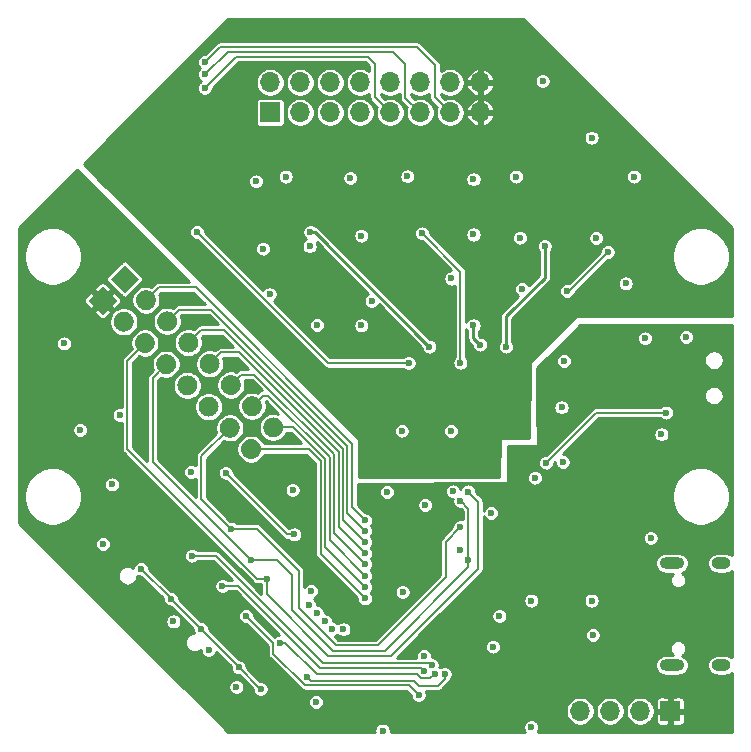
<source format=gbr>
%TF.GenerationSoftware,KiCad,Pcbnew,(5.1.9)-1*%
%TF.CreationDate,2021-05-12T23:31:49+03:00*%
%TF.ProjectId,Ganglion_01,47616e67-6c69-46f6-9e5f-30312e6b6963,01*%
%TF.SameCoordinates,PX4a1f960PY74ffa90*%
%TF.FileFunction,Copper,L2,Inr*%
%TF.FilePolarity,Positive*%
%FSLAX46Y46*%
G04 Gerber Fmt 4.6, Leading zero omitted, Abs format (unit mm)*
G04 Created by KiCad (PCBNEW (5.1.9)-1) date 2021-05-12 23:31:49*
%MOMM*%
%LPD*%
G01*
G04 APERTURE LIST*
%TA.AperFunction,ComponentPad*%
%ADD10O,2.100000X1.000000*%
%TD*%
%TA.AperFunction,ComponentPad*%
%ADD11O,1.600000X1.000000*%
%TD*%
%TA.AperFunction,ComponentPad*%
%ADD12C,0.100000*%
%TD*%
%TA.AperFunction,ComponentPad*%
%ADD13O,1.700000X1.700000*%
%TD*%
%TA.AperFunction,ComponentPad*%
%ADD14R,1.700000X1.700000*%
%TD*%
%TA.AperFunction,ViaPad*%
%ADD15C,0.600000*%
%TD*%
%TA.AperFunction,Conductor*%
%ADD16C,0.250000*%
%TD*%
%TA.AperFunction,Conductor*%
%ADD17C,0.203200*%
%TD*%
%TA.AperFunction,Conductor*%
%ADD18C,0.177800*%
%TD*%
%TA.AperFunction,Conductor*%
%ADD19C,0.178000*%
%TD*%
%TA.AperFunction,Conductor*%
%ADD20C,0.254000*%
%TD*%
%TA.AperFunction,Conductor*%
%ADD21C,0.100000*%
%TD*%
G04 APERTURE END LIST*
D10*
%TO.N,GNDA*%
%TO.C,USB1*%
X55595000Y14670000D03*
X55595000Y6030000D03*
D11*
X59775000Y14670000D03*
X59775000Y6030000D03*
%TD*%
%TO.N,/P0.30*%
%TO.C,P5*%
%TA.AperFunction,ComponentPad*%
G36*
G01*
X21242318Y25561600D02*
X21242318Y25561600D01*
G75*
G02*
X21242318Y26763682I601041J601041D01*
G01*
X21242318Y26763682D01*
G75*
G02*
X22444400Y26763682I601041J-601041D01*
G01*
X22444400Y26763682D01*
G75*
G02*
X22444400Y25561600I-601041J-601041D01*
G01*
X22444400Y25561600D01*
G75*
G02*
X21242318Y25561600I-601041J601041D01*
G01*
G37*
%TD.AperFunction*%
%TO.N,/P0.28*%
%TA.AperFunction,ComponentPad*%
G36*
G01*
X19446266Y27357652D02*
X19446266Y27357652D01*
G75*
G02*
X19446266Y28559734I601041J601041D01*
G01*
X19446266Y28559734D01*
G75*
G02*
X20648348Y28559734I601041J-601041D01*
G01*
X20648348Y28559734D01*
G75*
G02*
X20648348Y27357652I-601041J-601041D01*
G01*
X20648348Y27357652D01*
G75*
G02*
X19446266Y27357652I-601041J601041D01*
G01*
G37*
%TD.AperFunction*%
%TO.N,/P0.07*%
%TA.AperFunction,ComponentPad*%
G36*
G01*
X17650215Y29153703D02*
X17650215Y29153703D01*
G75*
G02*
X17650215Y30355785I601041J601041D01*
G01*
X17650215Y30355785D01*
G75*
G02*
X18852297Y30355785I601041J-601041D01*
G01*
X18852297Y30355785D01*
G75*
G02*
X18852297Y29153703I-601041J-601041D01*
G01*
X18852297Y29153703D01*
G75*
G02*
X17650215Y29153703I-601041J601041D01*
G01*
G37*
%TD.AperFunction*%
%TO.N,/P0.05*%
%TA.AperFunction,ComponentPad*%
G36*
G01*
X15854164Y30949754D02*
X15854164Y30949754D01*
G75*
G02*
X15854164Y32151836I601041J601041D01*
G01*
X15854164Y32151836D01*
G75*
G02*
X17056246Y32151836I601041J-601041D01*
G01*
X17056246Y32151836D01*
G75*
G02*
X17056246Y30949754I-601041J-601041D01*
G01*
X17056246Y30949754D01*
G75*
G02*
X15854164Y30949754I-601041J601041D01*
G01*
G37*
%TD.AperFunction*%
%TO.N,/P0.26*%
%TA.AperFunction,ComponentPad*%
G36*
G01*
X14058113Y32745805D02*
X14058113Y32745805D01*
G75*
G02*
X14058113Y33947887I601041J601041D01*
G01*
X14058113Y33947887D01*
G75*
G02*
X15260195Y33947887I601041J-601041D01*
G01*
X15260195Y33947887D01*
G75*
G02*
X15260195Y32745805I-601041J-601041D01*
G01*
X15260195Y32745805D01*
G75*
G02*
X14058113Y32745805I-601041J601041D01*
G01*
G37*
%TD.AperFunction*%
%TO.N,/P0.27*%
%TA.AperFunction,ComponentPad*%
G36*
G01*
X12262061Y34541857D02*
X12262061Y34541857D01*
G75*
G02*
X12262061Y35743939I601041J601041D01*
G01*
X12262061Y35743939D01*
G75*
G02*
X13464143Y35743939I601041J-601041D01*
G01*
X13464143Y35743939D01*
G75*
G02*
X13464143Y34541857I-601041J-601041D01*
G01*
X13464143Y34541857D01*
G75*
G02*
X12262061Y34541857I-601041J601041D01*
G01*
G37*
%TD.AperFunction*%
%TO.N,/P0.00*%
%TA.AperFunction,ComponentPad*%
G36*
G01*
X10466010Y36337908D02*
X10466010Y36337908D01*
G75*
G02*
X10466010Y37539990I601041J601041D01*
G01*
X10466010Y37539990D01*
G75*
G02*
X11668092Y37539990I601041J-601041D01*
G01*
X11668092Y37539990D01*
G75*
G02*
X11668092Y36337908I-601041J-601041D01*
G01*
X11668092Y36337908D01*
G75*
G02*
X10466010Y36337908I-601041J601041D01*
G01*
G37*
%TD.AperFunction*%
%TA.AperFunction,ComponentPad*%
D12*
%TO.N,Net-(P5-Pad1)*%
G36*
X9271000Y37532918D02*
G01*
X8068918Y38735000D01*
X9271000Y39937082D01*
X10473082Y38735000D01*
X9271000Y37532918D01*
G37*
%TD.AperFunction*%
%TD*%
%TO.N,/P0.31*%
%TO.C,P4*%
%TA.AperFunction,ComponentPad*%
G36*
G01*
X19362718Y23732800D02*
X19362718Y23732800D01*
G75*
G02*
X19362718Y24934882I601041J601041D01*
G01*
X19362718Y24934882D01*
G75*
G02*
X20564800Y24934882I601041J-601041D01*
G01*
X20564800Y24934882D01*
G75*
G02*
X20564800Y23732800I-601041J-601041D01*
G01*
X20564800Y23732800D01*
G75*
G02*
X19362718Y23732800I-601041J601041D01*
G01*
G37*
%TD.AperFunction*%
%TO.N,MOSI*%
%TA.AperFunction,ComponentPad*%
G36*
G01*
X17566666Y25528852D02*
X17566666Y25528852D01*
G75*
G02*
X17566666Y26730934I601041J601041D01*
G01*
X17566666Y26730934D01*
G75*
G02*
X18768748Y26730934I601041J-601041D01*
G01*
X18768748Y26730934D01*
G75*
G02*
X18768748Y25528852I-601041J-601041D01*
G01*
X18768748Y25528852D01*
G75*
G02*
X17566666Y25528852I-601041J601041D01*
G01*
G37*
%TD.AperFunction*%
%TO.N,Net-(P4-Pad6)*%
%TA.AperFunction,ComponentPad*%
G36*
G01*
X15770615Y27324903D02*
X15770615Y27324903D01*
G75*
G02*
X15770615Y28526985I601041J601041D01*
G01*
X15770615Y28526985D01*
G75*
G02*
X16972697Y28526985I601041J-601041D01*
G01*
X16972697Y28526985D01*
G75*
G02*
X16972697Y27324903I-601041J-601041D01*
G01*
X16972697Y27324903D01*
G75*
G02*
X15770615Y27324903I-601041J601041D01*
G01*
G37*
%TD.AperFunction*%
%TO.N,Net-(P4-Pad5)*%
%TA.AperFunction,ComponentPad*%
G36*
G01*
X13974564Y29120954D02*
X13974564Y29120954D01*
G75*
G02*
X13974564Y30323036I601041J601041D01*
G01*
X13974564Y30323036D01*
G75*
G02*
X15176646Y30323036I601041J-601041D01*
G01*
X15176646Y30323036D01*
G75*
G02*
X15176646Y29120954I-601041J-601041D01*
G01*
X15176646Y29120954D01*
G75*
G02*
X13974564Y29120954I-601041J601041D01*
G01*
G37*
%TD.AperFunction*%
%TO.N,SCK*%
%TA.AperFunction,ComponentPad*%
G36*
G01*
X12178513Y30917005D02*
X12178513Y30917005D01*
G75*
G02*
X12178513Y32119087I601041J601041D01*
G01*
X12178513Y32119087D01*
G75*
G02*
X13380595Y32119087I601041J-601041D01*
G01*
X13380595Y32119087D01*
G75*
G02*
X13380595Y30917005I-601041J-601041D01*
G01*
X13380595Y30917005D01*
G75*
G02*
X12178513Y30917005I-601041J601041D01*
G01*
G37*
%TD.AperFunction*%
%TO.N,MISO*%
%TA.AperFunction,ComponentPad*%
G36*
G01*
X10382461Y32713057D02*
X10382461Y32713057D01*
G75*
G02*
X10382461Y33915139I601041J601041D01*
G01*
X10382461Y33915139D01*
G75*
G02*
X11584543Y33915139I601041J-601041D01*
G01*
X11584543Y33915139D01*
G75*
G02*
X11584543Y32713057I-601041J-601041D01*
G01*
X11584543Y32713057D01*
G75*
G02*
X10382461Y32713057I-601041J601041D01*
G01*
G37*
%TD.AperFunction*%
%TO.N,GNDA*%
%TA.AperFunction,ComponentPad*%
G36*
G01*
X8586410Y34509108D02*
X8586410Y34509108D01*
G75*
G02*
X8586410Y35711190I601041J601041D01*
G01*
X8586410Y35711190D01*
G75*
G02*
X9788492Y35711190I601041J-601041D01*
G01*
X9788492Y35711190D01*
G75*
G02*
X9788492Y34509108I-601041J-601041D01*
G01*
X9788492Y34509108D01*
G75*
G02*
X8586410Y34509108I-601041J601041D01*
G01*
G37*
%TD.AperFunction*%
%TA.AperFunction,ComponentPad*%
%TO.N,VDD*%
G36*
X7391400Y35704118D02*
G01*
X6189318Y36906200D01*
X7391400Y38108282D01*
X8593482Y36906200D01*
X7391400Y35704118D01*
G37*
%TD.AperFunction*%
%TD*%
D13*
%TO.N,SWDIO*%
%TO.C,P3*%
X47830000Y2150000D03*
%TO.N,SWDCLK*%
X50370000Y2150000D03*
%TO.N,GNDA*%
X52910000Y2150000D03*
D14*
%TO.N,VDD*%
X55450000Y2150000D03*
%TD*%
D13*
%TO.N,VAA*%
%TO.C,P1*%
X39370000Y55372000D03*
X39370000Y52832000D03*
%TO.N,1_IN-*%
X36830000Y55372000D03*
%TO.N,1_IN+*%
X36830000Y52832000D03*
%TO.N,2_IN-*%
X34290000Y55372000D03*
%TO.N,2_IN+*%
X34290000Y52832000D03*
%TO.N,3_IN-*%
X31750000Y55372000D03*
%TO.N,3_IN+*%
X31750000Y52832000D03*
%TO.N,4_IN-*%
X29210000Y55372000D03*
%TO.N,4_IN+*%
X29210000Y52832000D03*
%TO.N,REF*%
X26670000Y55372000D03*
X26670000Y52832000D03*
%TO.N,D_G*%
X24130000Y55372000D03*
X24130000Y52832000D03*
%TO.N,GNDA*%
X21590000Y55372000D03*
D14*
X21590000Y52832000D03*
%TD*%
D15*
%TO.N,VAA*%
X52324000Y44450000D03*
X43891200Y36118800D03*
X34036000Y35915600D03*
X25908000Y36169600D03*
X16200000Y50250000D03*
X42400000Y44500000D03*
X32800000Y44500000D03*
X23000000Y44500000D03*
X32702500Y27444700D03*
X36880800Y27368500D03*
X41198800Y30111700D03*
X42392600Y27343100D03*
%TO.N,GNDA*%
X16370300Y7327900D03*
X13398500Y9740900D03*
X46253400Y27863800D03*
X53314600Y33705800D03*
X46482000Y31800800D03*
X51689000Y38354000D03*
X34721800Y19583400D03*
X30175200Y36880800D03*
X21539200Y37439600D03*
X42900000Y37875000D03*
X46355000Y23241000D03*
X52400000Y47400000D03*
X42400000Y47400000D03*
X33200000Y47425000D03*
X22900000Y47400000D03*
X18732500Y4203700D03*
X43992800Y21907500D03*
X25057100Y12319000D03*
X8839200Y27228800D03*
X4140200Y33274000D03*
X14897100Y22377400D03*
X7442200Y16281400D03*
X23482300Y20866100D03*
X32727900Y25882600D03*
X36893500Y25857200D03*
X53800000Y16800000D03*
X48800000Y11500000D03*
X43700000Y11500000D03*
X48900000Y8600000D03*
X31100000Y500000D03*
X43700000Y800000D03*
X25450000Y2900000D03*
X40300000Y18900000D03*
X32800000Y12250000D03*
%TO.N,Net-(C10-Pad2)*%
X41554400Y32994600D03*
X44825000Y41525000D03*
%TO.N,Net-(C11-Pad1)*%
X37693600Y31648400D03*
X34450000Y42600000D03*
%TO.N,Net-(C12-Pad1)*%
X35064700Y33007300D03*
X25000000Y42700000D03*
%TO.N,Net-(C13-Pad1)*%
X33299400Y31635700D03*
X15400000Y42700000D03*
%TO.N,VDD*%
X39150000Y12750000D03*
X19748500Y9144000D03*
X14249400Y13690600D03*
X12242800Y16891000D03*
X10299700Y25704800D03*
X46482000Y29210000D03*
X50673000Y26416000D03*
X41554400Y15798800D03*
X12306300Y24091900D03*
X22021800Y19519900D03*
X22085300Y5588000D03*
X16852900Y10909300D03*
X28900000Y9000000D03*
X47600000Y11500000D03*
X46900000Y22050000D03*
X42463537Y19563537D03*
X32300000Y17650000D03*
X37400000Y7500000D03*
X31500000Y2150000D03*
X34650000Y8400000D03*
%TO.N,/V_IN*%
X56819800Y33807400D03*
X54711600Y25577800D03*
%TO.N,1_IN+*%
X24866600Y11125200D03*
X16065500Y57099200D03*
%TO.N,2_IN+*%
X16078200Y56057800D03*
X25527000Y10452100D03*
%TO.N,3_IN+*%
X16040100Y54902100D03*
X26212800Y9753600D03*
%TO.N,4_IN+*%
X26847800Y9118600D03*
%TO.N,REF*%
X27787600Y9067800D03*
%TO.N,/SIM_RST*%
X40450000Y7600000D03*
%TO.N,MISO*%
X38328600Y20739100D03*
X21310600Y13360400D03*
%TO.N,SCK*%
X38341300Y14973300D03*
X37693600Y19913600D03*
X19939000Y14960600D03*
%TO.N,MOSI*%
X18237200Y17602200D03*
X37693600Y17716500D03*
%TO.N,/1_-IN*%
X48800000Y50700000D03*
X42725000Y42225000D03*
%TO.N,/2_-IN*%
X38800000Y47175000D03*
X36925000Y38775000D03*
%TO.N,/3_-IN*%
X28375000Y47275000D03*
%TO.N,/4_-IN*%
X24925000Y41500000D03*
X20400000Y47000000D03*
%TO.N,/MCP_RST*%
X37700000Y15750000D03*
%TO.N,Net-(R39-Pad1)*%
X8191500Y21336000D03*
%TO.N,Net-(R42-Pad1)*%
X5511800Y25946100D03*
%TO.N,uA_SENS*%
X23634700Y17106900D03*
X17818100Y22326600D03*
X34600000Y6800000D03*
%TO.N,/MCP_SS*%
X37058600Y20751800D03*
%TO.N,Z_TEST_4*%
X35550000Y5300000D03*
X22450000Y7950000D03*
%TO.N,Z_TEST_3*%
X34150000Y3500000D03*
X19550000Y10200000D03*
%TO.N,Z_TEST_2*%
X17550000Y12750000D03*
X34650000Y5500000D03*
%TO.N,Z_TEST_1*%
X35250000Y6050000D03*
X14950000Y15300000D03*
%TO.N,Z_TEST_REF*%
X36350000Y5300000D03*
X24726944Y5015548D03*
%TO.N,/V_ENABLE*%
X55105300Y27419300D03*
X44958000Y23177500D03*
%TO.N,MCP_DRDY*%
X31496000Y20701000D03*
%TO.N,I_BIAS*%
X44650000Y55500000D03*
%TO.N,V_REF*%
X50165000Y41021000D03*
X46736000Y37719000D03*
X21000000Y41300000D03*
X25550000Y34825000D03*
X39350000Y33175000D03*
X29300000Y34800000D03*
X29300000Y42400000D03*
X38800000Y42500000D03*
X38800000Y34800000D03*
X49200000Y42200000D03*
%TO.N,/SENSORS/IMP_SIG*%
X18923000Y5842000D03*
X10668000Y14198600D03*
X20777200Y4013200D03*
X15748000Y9093200D03*
X13182600Y11658600D03*
%TO.N,Net-(D2-Pad2)*%
X41000000Y10200000D03*
%TO.N,/P0.31*%
X29616400Y11684000D03*
%TO.N,/P0.30*%
X29616400Y12649200D03*
%TO.N,/P0.28*%
X29616400Y13614400D03*
%TO.N,/P0.07*%
X29616400Y14579600D03*
%TO.N,/P0.05*%
X29616400Y15494000D03*
%TO.N,/P0.26*%
X29616400Y16459200D03*
%TO.N,/P0.27*%
X29616400Y17424400D03*
%TO.N,/P0.00*%
X29616400Y18288000D03*
%TD*%
D16*
%TO.N,Net-(C10-Pad2)*%
X41554400Y32994600D02*
X41554400Y35585400D01*
X41910000Y35941000D02*
X41910000Y35935000D01*
X41554400Y35585400D02*
X41910000Y35941000D01*
X41910000Y35935000D02*
X44825000Y38850000D01*
X44825000Y38850000D02*
X44825000Y41525000D01*
X41893200Y35918200D02*
X41910000Y35935000D01*
D17*
%TO.N,Net-(C11-Pad1)*%
X37693600Y39356400D02*
X37693600Y31648400D01*
X34450000Y42600000D02*
X37693600Y39356400D01*
D16*
%TO.N,Net-(C12-Pad1)*%
X25372800Y42700000D02*
X25000000Y42700000D01*
X35064700Y33007300D02*
X25372800Y42700000D01*
D17*
%TO.N,Net-(C13-Pad1)*%
X26464300Y31635700D02*
X33299400Y31635700D01*
X15400000Y42700000D02*
X26464300Y31635700D01*
%TO.N,1_IN+*%
X16065500Y57099200D02*
X17341300Y58375000D01*
X35550000Y54112000D02*
X36830000Y52832000D01*
X35550000Y56825000D02*
X35550000Y54112000D01*
X34000000Y58375000D02*
X35550000Y56825000D01*
X17341300Y58375000D02*
X34000000Y58375000D01*
%TO.N,2_IN+*%
X16078200Y56057800D02*
X17992198Y57971798D01*
X33025000Y54097000D02*
X34290000Y52832000D01*
X33025000Y56900000D02*
X33025000Y54097000D01*
X31953202Y57971798D02*
X33025000Y56900000D01*
X17992198Y57971798D02*
X31953202Y57971798D01*
%TO.N,3_IN+*%
X16040100Y54902100D02*
X18706596Y57568596D01*
X30475000Y54107000D02*
X31750000Y52832000D01*
X30475000Y56950000D02*
X30475000Y54107000D01*
X29856404Y57568596D02*
X30475000Y56950000D01*
X18706596Y57568596D02*
X29856404Y57568596D01*
D18*
%TO.N,MISO*%
X9499600Y31830196D02*
X10983502Y33314098D01*
X9499600Y29184600D02*
X9499600Y31830196D01*
X9499600Y29184600D02*
X9499600Y24333200D01*
X9499600Y24333200D02*
X10388600Y23444200D01*
X20472400Y13360400D02*
X21310600Y13360400D01*
X10388600Y23444200D02*
X20472400Y13360400D01*
X21310600Y12040700D02*
X21310600Y13360400D01*
X31810900Y6832600D02*
X26518700Y6832600D01*
X26518700Y6832600D02*
X21310600Y12040700D01*
X39179500Y14201200D02*
X31810900Y6832600D01*
X39179500Y19888200D02*
X39179500Y14201200D01*
X38328600Y20739100D02*
X39179500Y19888200D01*
%TO.N,SCK*%
X38355107Y14985824D02*
X38355107Y14985869D01*
X38342583Y14973300D02*
X38355107Y14985824D01*
X38341300Y14973300D02*
X38342583Y14973300D01*
X22174200Y14960600D02*
X19939000Y14960600D01*
X23444200Y13690600D02*
X22174200Y14960600D01*
X23444200Y10744200D02*
X23444200Y13690600D01*
X26924000Y7264400D02*
X23444200Y10744200D01*
X31292800Y7264400D02*
X26924000Y7264400D01*
X38353306Y14324906D02*
X31292800Y7264400D01*
X11633200Y23266400D02*
X19939000Y14960600D01*
X11633200Y30371692D02*
X11633200Y23266400D01*
X37706300Y19900900D02*
X38366700Y19240500D01*
X37680900Y19926300D02*
X37706300Y19900900D01*
X38366700Y19240500D02*
X38355107Y14985869D01*
X38355107Y14985869D02*
X38353306Y14324906D01*
X11633200Y30371692D02*
X12779554Y31518046D01*
%TO.N,MOSI*%
X15748000Y23710186D02*
X15748000Y20091400D01*
X15748000Y20091400D02*
X18237200Y17602200D01*
X18167707Y26129893D02*
X15748000Y23710186D01*
X36450000Y16472900D02*
X37693600Y17716500D01*
X36450000Y13488400D02*
X36450000Y16472900D01*
X30683200Y7721600D02*
X36450000Y13488400D01*
X24003000Y10871200D02*
X27152600Y7721600D01*
X24003000Y14046200D02*
X24003000Y10871200D01*
X20447000Y17602200D02*
X24003000Y14046200D01*
X27152600Y7721600D02*
X30683200Y7721600D01*
X18237200Y17602200D02*
X20447000Y17602200D01*
%TO.N,uA_SENS*%
X23634700Y17106900D02*
X23037800Y17106900D01*
X23037800Y17106900D02*
X17818100Y22326600D01*
X17894300Y22326600D02*
X17818100Y22326600D01*
X17818100Y22275800D02*
X17818100Y22326600D01*
D19*
%TO.N,Z_TEST_4*%
X22874264Y7950000D02*
X22450000Y7950000D01*
X33978278Y5300000D02*
X25524264Y5300000D01*
X25524264Y5300000D02*
X22874264Y7950000D01*
X35160999Y4910999D02*
X34367279Y4910999D01*
X34367279Y4910999D02*
X33978278Y5300000D01*
X35550000Y5300000D02*
X35160999Y4910999D01*
%TO.N,Z_TEST_3*%
X21860999Y7889001D02*
X19550000Y10200000D01*
X21860999Y7009771D02*
X21860999Y7889001D01*
X24537781Y4332989D02*
X21860999Y7009771D01*
X33317011Y4332989D02*
X24537781Y4332989D01*
X34150000Y3500000D02*
X33317011Y4332989D01*
%TO.N,Z_TEST_2*%
X34350001Y5799999D02*
X34650000Y5500000D01*
X25800001Y5799999D02*
X34350001Y5799999D01*
X18850000Y12750000D02*
X25800001Y5799999D01*
X17550000Y12750000D02*
X18850000Y12750000D01*
%TO.N,Z_TEST_1*%
X16967293Y15300000D02*
X14950000Y15300000D01*
X26089284Y6178009D02*
X16967293Y15300000D01*
X35121991Y6178009D02*
X26089284Y6178009D01*
X35250000Y6050000D02*
X35121991Y6178009D01*
%TO.N,Z_TEST_REF*%
X25026943Y4715549D02*
X24726944Y5015548D01*
X34200000Y4300000D02*
X33784451Y4715549D01*
X35774264Y4300000D02*
X34200000Y4300000D01*
X36350000Y4875736D02*
X35774264Y4300000D01*
X33784451Y4715549D02*
X25026943Y4715549D01*
X36350000Y5300000D02*
X36350000Y4875736D01*
D18*
%TO.N,/V_ENABLE*%
X49212500Y27419300D02*
X44958000Y23177500D01*
X55105300Y27419300D02*
X49212500Y27419300D01*
D17*
%TO.N,V_REF*%
X50165000Y41021000D02*
X46863000Y37719000D01*
X46863000Y37719000D02*
X46736000Y37719000D01*
D16*
X38800000Y33725000D02*
X38800000Y34800000D01*
X39350000Y33175000D02*
X38800000Y33725000D01*
D18*
%TO.N,/SENSORS/IMP_SIG*%
X13182600Y11658600D02*
X13182600Y11684000D01*
X13182600Y11684000D02*
X10668000Y14198600D01*
X15748000Y9093200D02*
X13182600Y11658600D01*
X18923000Y5842000D02*
X18923000Y5918200D01*
X18923000Y5918200D02*
X15748000Y9093200D01*
X20751800Y4013200D02*
X18923000Y5842000D01*
X20777200Y4013200D02*
X20751800Y4013200D01*
%TO.N,/P0.31*%
X25857200Y15443200D02*
X25857200Y18440400D01*
X19963759Y24333841D02*
X24838775Y24333841D01*
X29616400Y11684000D02*
X29616400Y11684000D01*
X25860398Y18440400D02*
X25857200Y18440400D01*
X29616400Y11684000D02*
X29616400Y11684000D01*
X24838775Y24333841D02*
X25860398Y23312218D01*
X25860398Y23312218D02*
X25860398Y18440400D01*
X25857200Y18440400D02*
X25857200Y18440400D01*
X29616400Y11684000D02*
X25857200Y15443200D01*
%TO.N,/P0.30*%
X26238200Y16027400D02*
X29616400Y12649200D01*
X29616400Y12649200D02*
X29616400Y12649200D01*
X21843359Y26162641D02*
X23544267Y26162641D01*
X26238200Y16027400D02*
X26238200Y21767800D01*
X26238200Y23468708D02*
X26238200Y21767800D01*
X23544267Y26162641D02*
X26238200Y23468708D01*
X29616400Y12649200D02*
X29616400Y12649200D01*
%TO.N,/P0.28*%
X29616400Y13614400D02*
X29616400Y13614400D01*
X20943014Y28854400D02*
X20047307Y27958693D01*
X21386800Y28854400D02*
X20943014Y28854400D01*
X26619200Y23622000D02*
X21386800Y28854400D01*
X26619200Y16611600D02*
X26619200Y23622000D01*
X29616400Y13614400D02*
X26619200Y16611600D01*
X29616400Y13614400D02*
X29616400Y13614400D01*
%TO.N,/P0.07*%
X29641800Y14579600D02*
X27000200Y17221200D01*
X20243800Y30632400D02*
X19128912Y30632400D01*
X27000200Y17221200D02*
X27000200Y23876000D01*
X29616400Y14579600D02*
X29641800Y14579600D01*
X19128912Y30632400D02*
X18251256Y29754744D01*
X27000200Y23876000D02*
X20243800Y30632400D01*
%TO.N,/P0.05*%
X27378002Y24107798D02*
X18973800Y32512000D01*
X29638602Y15494000D02*
X27378002Y17754600D01*
X29616400Y15494000D02*
X29638602Y15494000D01*
X27378002Y17754600D02*
X27378002Y24107798D01*
X17416410Y32512000D02*
X16455205Y31550795D01*
X18973800Y32512000D02*
X17416410Y32512000D01*
%TO.N,/P0.26*%
X29616400Y16459200D02*
X29616400Y16459200D01*
X15729308Y34417000D02*
X14659154Y33346846D01*
X17703800Y34417000D02*
X15729308Y34417000D01*
X27755804Y24364996D02*
X17703800Y34417000D01*
X27755804Y18319796D02*
X27755804Y24364996D01*
X29616400Y16459200D02*
X27755804Y18319796D01*
%TO.N,/P0.27*%
X13864404Y36144200D02*
X12863102Y35142898D01*
X16586200Y36144200D02*
X13864404Y36144200D01*
X28133606Y24596794D02*
X16586200Y36144200D01*
X28133606Y18907194D02*
X28133606Y24596794D01*
X29616400Y17424400D02*
X29616400Y17424400D01*
X29616400Y17424400D02*
X28133606Y18907194D01*
%TO.N,/P0.00*%
X28511500Y24790400D02*
X15265400Y38049200D01*
X15265400Y38049200D02*
X12177302Y38049200D01*
X11067051Y36938949D02*
X12177302Y38049200D01*
X28511500Y19964400D02*
X28511500Y24790400D01*
X28511500Y19392900D02*
X28511500Y19964400D01*
X29616400Y18288000D02*
X28511500Y19392900D01*
%TD*%
D20*
%TO.N,VDD*%
X14737591Y38519100D02*
X12200378Y38519100D01*
X12177301Y38521373D01*
X12085185Y38512300D01*
X11996893Y38485517D01*
X11996609Y38485431D01*
X11914977Y38441798D01*
X11843425Y38383077D01*
X11828711Y38365148D01*
X11539318Y38075754D01*
X11426120Y38122642D01*
X11188294Y38169949D01*
X10945808Y38169949D01*
X10707982Y38122642D01*
X10483954Y38029847D01*
X10282334Y37895129D01*
X10110871Y37723666D01*
X9976153Y37522046D01*
X9883358Y37298018D01*
X9836051Y37060192D01*
X9836051Y36817706D01*
X9883358Y36579880D01*
X9976153Y36355852D01*
X10110871Y36154232D01*
X10282334Y35982769D01*
X10483954Y35848051D01*
X10707982Y35755256D01*
X10945808Y35707949D01*
X11188294Y35707949D01*
X11426120Y35755256D01*
X11650148Y35848051D01*
X11851768Y35982769D01*
X12023231Y36154232D01*
X12157949Y36355852D01*
X12250744Y36579880D01*
X12298051Y36817706D01*
X12298051Y37060192D01*
X12250744Y37298018D01*
X12203856Y37411216D01*
X12371941Y37579300D01*
X15070630Y37579300D01*
X16034906Y36614100D01*
X13887481Y36614100D01*
X13864404Y36616373D01*
X13772287Y36607300D01*
X13683711Y36580431D01*
X13602079Y36536798D01*
X13530527Y36478077D01*
X13515813Y36460148D01*
X13335368Y36279703D01*
X13222171Y36326591D01*
X12984345Y36373898D01*
X12741859Y36373898D01*
X12504033Y36326591D01*
X12280005Y36233796D01*
X12078385Y36099078D01*
X11906922Y35927615D01*
X11772204Y35725995D01*
X11679409Y35501967D01*
X11632102Y35264141D01*
X11632102Y35021655D01*
X11679409Y34783829D01*
X11772204Y34559801D01*
X11906922Y34358181D01*
X12078385Y34186718D01*
X12280005Y34052000D01*
X12504033Y33959205D01*
X12741859Y33911898D01*
X12984345Y33911898D01*
X13222171Y33959205D01*
X13446199Y34052000D01*
X13647819Y34186718D01*
X13819282Y34358181D01*
X13954000Y34559801D01*
X14046795Y34783829D01*
X14094102Y35021655D01*
X14094102Y35264141D01*
X14046795Y35501967D01*
X13999907Y35615164D01*
X14059043Y35674300D01*
X16391562Y35674300D01*
X17178962Y34886900D01*
X15752384Y34886900D01*
X15729307Y34889173D01*
X15637190Y34880100D01*
X15603744Y34869954D01*
X15548615Y34853231D01*
X15466983Y34809598D01*
X15395431Y34750877D01*
X15380717Y34732948D01*
X15131421Y34483651D01*
X15018223Y34530539D01*
X14780397Y34577846D01*
X14537911Y34577846D01*
X14300085Y34530539D01*
X14076057Y34437744D01*
X13874437Y34303026D01*
X13702974Y34131563D01*
X13568256Y33929943D01*
X13475461Y33705915D01*
X13428154Y33468089D01*
X13428154Y33225603D01*
X13475461Y32987777D01*
X13568256Y32763749D01*
X13702974Y32562129D01*
X13874437Y32390666D01*
X14076057Y32255948D01*
X14300085Y32163153D01*
X14537911Y32115846D01*
X14780397Y32115846D01*
X15018223Y32163153D01*
X15242251Y32255948D01*
X15443871Y32390666D01*
X15615334Y32562129D01*
X15750052Y32763749D01*
X15842847Y32987777D01*
X15890154Y33225603D01*
X15890154Y33468089D01*
X15842847Y33705915D01*
X15795959Y33819113D01*
X15923947Y33947100D01*
X17509162Y33947100D01*
X18474362Y32981900D01*
X17439486Y32981900D01*
X17416409Y32984173D01*
X17324292Y32975100D01*
X17235717Y32948231D01*
X17154085Y32904598D01*
X17082533Y32845877D01*
X17067819Y32827948D01*
X16927471Y32687600D01*
X16814274Y32734488D01*
X16576448Y32781795D01*
X16333962Y32781795D01*
X16096136Y32734488D01*
X15872108Y32641693D01*
X15670488Y32506975D01*
X15499025Y32335512D01*
X15364307Y32133892D01*
X15271512Y31909864D01*
X15224205Y31672038D01*
X15224205Y31429552D01*
X15271512Y31191726D01*
X15364307Y30967698D01*
X15499025Y30766078D01*
X15670488Y30594615D01*
X15872108Y30459897D01*
X16096136Y30367102D01*
X16333962Y30319795D01*
X16576448Y30319795D01*
X16814274Y30367102D01*
X17038302Y30459897D01*
X17239922Y30594615D01*
X17411385Y30766078D01*
X17546103Y30967698D01*
X17638898Y31191726D01*
X17686205Y31429552D01*
X17686205Y31672038D01*
X17638898Y31909864D01*
X17592010Y32023061D01*
X17611049Y32042100D01*
X18779162Y32042100D01*
X19718962Y31102300D01*
X19151988Y31102300D01*
X19128911Y31104573D01*
X19036795Y31095500D01*
X18948219Y31068631D01*
X18866587Y31024998D01*
X18795035Y30966277D01*
X18780321Y30948348D01*
X18723522Y30891549D01*
X18610325Y30938437D01*
X18372499Y30985744D01*
X18130013Y30985744D01*
X17892187Y30938437D01*
X17668159Y30845642D01*
X17466539Y30710924D01*
X17295076Y30539461D01*
X17160358Y30337841D01*
X17067563Y30113813D01*
X17020256Y29875987D01*
X17020256Y29633501D01*
X17067563Y29395675D01*
X17160358Y29171647D01*
X17295076Y28970027D01*
X17466539Y28798564D01*
X17668159Y28663846D01*
X17892187Y28571051D01*
X18130013Y28523744D01*
X18372499Y28523744D01*
X18610325Y28571051D01*
X18834353Y28663846D01*
X19035973Y28798564D01*
X19207436Y28970027D01*
X19342154Y29171647D01*
X19434949Y29395675D01*
X19482256Y29633501D01*
X19482256Y29875987D01*
X19434949Y30113813D01*
X19414782Y30162500D01*
X20049162Y30162500D01*
X20890283Y29321379D01*
X20850897Y29317500D01*
X20765660Y29291644D01*
X20762321Y29290631D01*
X20680689Y29246998D01*
X20609137Y29188277D01*
X20594423Y29170348D01*
X20519573Y29095498D01*
X20406376Y29142386D01*
X20168550Y29189693D01*
X19926064Y29189693D01*
X19688238Y29142386D01*
X19464210Y29049591D01*
X19262590Y28914873D01*
X19091127Y28743410D01*
X18956409Y28541790D01*
X18863614Y28317762D01*
X18816307Y28079936D01*
X18816307Y27837450D01*
X18863614Y27599624D01*
X18956409Y27375596D01*
X19091127Y27173976D01*
X19262590Y27002513D01*
X19464210Y26867795D01*
X19688238Y26775000D01*
X19926064Y26727693D01*
X20168550Y26727693D01*
X20406376Y26775000D01*
X20630404Y26867795D01*
X20832024Y27002513D01*
X21003487Y27173976D01*
X21138205Y27375596D01*
X21231000Y27599624D01*
X21278307Y27837450D01*
X21278307Y28079936D01*
X21231000Y28317762D01*
X21211272Y28365390D01*
X22250056Y27326606D01*
X22202428Y27346334D01*
X21964602Y27393641D01*
X21722116Y27393641D01*
X21484290Y27346334D01*
X21260262Y27253539D01*
X21058642Y27118821D01*
X20887179Y26947358D01*
X20752461Y26745738D01*
X20659666Y26521710D01*
X20612359Y26283884D01*
X20612359Y26041398D01*
X20659666Y25803572D01*
X20752461Y25579544D01*
X20887179Y25377924D01*
X21058642Y25206461D01*
X21260262Y25071743D01*
X21484290Y24978948D01*
X21722116Y24931641D01*
X21964602Y24931641D01*
X22202428Y24978948D01*
X22426456Y25071743D01*
X22628076Y25206461D01*
X22799539Y25377924D01*
X22934257Y25579544D01*
X22981145Y25692741D01*
X23349629Y25692741D01*
X24238629Y24803741D01*
X21101545Y24803741D01*
X21054657Y24916938D01*
X20919939Y25118558D01*
X20748476Y25290021D01*
X20546856Y25424739D01*
X20322828Y25517534D01*
X20085002Y25564841D01*
X19842516Y25564841D01*
X19604690Y25517534D01*
X19380662Y25424739D01*
X19179042Y25290021D01*
X19007579Y25118558D01*
X18872861Y24916938D01*
X18780066Y24692910D01*
X18732759Y24455084D01*
X18732759Y24212598D01*
X18780066Y23974772D01*
X18872861Y23750744D01*
X19007579Y23549124D01*
X19179042Y23377661D01*
X19380662Y23242943D01*
X19604690Y23150148D01*
X19842516Y23102841D01*
X20085002Y23102841D01*
X20322828Y23150148D01*
X20546856Y23242943D01*
X20748476Y23377661D01*
X20919939Y23549124D01*
X21054657Y23750744D01*
X21101545Y23863941D01*
X24644137Y23863941D01*
X25390498Y23117579D01*
X25390499Y18495956D01*
X25385027Y18440400D01*
X25387301Y18417313D01*
X25387300Y15466277D01*
X25385027Y15443200D01*
X25394100Y15351084D01*
X25411272Y15294476D01*
X25420969Y15262508D01*
X25464602Y15180875D01*
X25523323Y15109323D01*
X25541257Y15094605D01*
X28935400Y11700461D01*
X28935400Y11616927D01*
X28961571Y11485360D01*
X29012906Y11361426D01*
X29087433Y11249888D01*
X29182288Y11155033D01*
X29293826Y11080506D01*
X29417760Y11029171D01*
X29549327Y11003000D01*
X29683473Y11003000D01*
X29815040Y11029171D01*
X29938974Y11080506D01*
X30050512Y11155033D01*
X30145367Y11249888D01*
X30219894Y11361426D01*
X30271229Y11485360D01*
X30297400Y11616927D01*
X30297400Y11751073D01*
X30271229Y11882640D01*
X30219894Y12006574D01*
X30145367Y12118112D01*
X30096879Y12166600D01*
X30145367Y12215088D01*
X30213510Y12317073D01*
X32119000Y12317073D01*
X32119000Y12182927D01*
X32145171Y12051360D01*
X32196506Y11927426D01*
X32271033Y11815888D01*
X32365888Y11721033D01*
X32477426Y11646506D01*
X32601360Y11595171D01*
X32732927Y11569000D01*
X32867073Y11569000D01*
X32998640Y11595171D01*
X33122574Y11646506D01*
X33234112Y11721033D01*
X33328967Y11815888D01*
X33403494Y11927426D01*
X33454829Y12051360D01*
X33481000Y12182927D01*
X33481000Y12317073D01*
X33454829Y12448640D01*
X33403494Y12572574D01*
X33328967Y12684112D01*
X33234112Y12778967D01*
X33122574Y12853494D01*
X32998640Y12904829D01*
X32867073Y12931000D01*
X32732927Y12931000D01*
X32601360Y12904829D01*
X32477426Y12853494D01*
X32365888Y12778967D01*
X32271033Y12684112D01*
X32196506Y12572574D01*
X32145171Y12448640D01*
X32119000Y12317073D01*
X30213510Y12317073D01*
X30219894Y12326626D01*
X30271229Y12450560D01*
X30297400Y12582127D01*
X30297400Y12716273D01*
X30271229Y12847840D01*
X30219894Y12971774D01*
X30145367Y13083312D01*
X30096879Y13131800D01*
X30145367Y13180288D01*
X30219894Y13291826D01*
X30271229Y13415760D01*
X30297400Y13547327D01*
X30297400Y13681473D01*
X30271229Y13813040D01*
X30219894Y13936974D01*
X30145367Y14048512D01*
X30096879Y14097000D01*
X30145367Y14145488D01*
X30219894Y14257026D01*
X30271229Y14380960D01*
X30297400Y14512527D01*
X30297400Y14646673D01*
X30271229Y14778240D01*
X30219894Y14902174D01*
X30145367Y15013712D01*
X30122279Y15036800D01*
X30145367Y15059888D01*
X30219894Y15171426D01*
X30271229Y15295360D01*
X30297400Y15426927D01*
X30297400Y15561073D01*
X30271229Y15692640D01*
X30219894Y15816574D01*
X30145367Y15928112D01*
X30096879Y15976600D01*
X30145367Y16025088D01*
X30219894Y16136626D01*
X30271229Y16260560D01*
X30297400Y16392127D01*
X30297400Y16526273D01*
X30271229Y16657840D01*
X30219894Y16781774D01*
X30145367Y16893312D01*
X30096879Y16941800D01*
X30145367Y16990288D01*
X30219894Y17101826D01*
X30271229Y17225760D01*
X30297400Y17357327D01*
X30297400Y17491473D01*
X30271229Y17623040D01*
X30219894Y17746974D01*
X30146912Y17856200D01*
X30219894Y17965426D01*
X30271229Y18089360D01*
X30297400Y18220927D01*
X30297400Y18355073D01*
X30271229Y18486640D01*
X30219894Y18610574D01*
X30145367Y18722112D01*
X30050512Y18816967D01*
X29938974Y18891494D01*
X29815040Y18942829D01*
X29683473Y18969000D01*
X29599939Y18969000D01*
X28981400Y19587538D01*
X28981400Y19650473D01*
X34040800Y19650473D01*
X34040800Y19516327D01*
X34066971Y19384760D01*
X34118306Y19260826D01*
X34192833Y19149288D01*
X34287688Y19054433D01*
X34399226Y18979906D01*
X34523160Y18928571D01*
X34654727Y18902400D01*
X34788873Y18902400D01*
X34920440Y18928571D01*
X35044374Y18979906D01*
X35155912Y19054433D01*
X35250767Y19149288D01*
X35325294Y19260826D01*
X35376629Y19384760D01*
X35402800Y19516327D01*
X35402800Y19650473D01*
X35376629Y19782040D01*
X35325294Y19905974D01*
X35250767Y20017512D01*
X35155912Y20112367D01*
X35044374Y20186894D01*
X34920440Y20238229D01*
X34788873Y20264400D01*
X34654727Y20264400D01*
X34523160Y20238229D01*
X34399226Y20186894D01*
X34287688Y20112367D01*
X34192833Y20017512D01*
X34118306Y19905974D01*
X34066971Y19782040D01*
X34040800Y19650473D01*
X28981400Y19650473D01*
X28981400Y20768073D01*
X30815000Y20768073D01*
X30815000Y20633927D01*
X30841171Y20502360D01*
X30892506Y20378426D01*
X30967033Y20266888D01*
X31061888Y20172033D01*
X31173426Y20097506D01*
X31297360Y20046171D01*
X31428927Y20020000D01*
X31563073Y20020000D01*
X31694640Y20046171D01*
X31818574Y20097506D01*
X31930112Y20172033D01*
X32024967Y20266888D01*
X32099494Y20378426D01*
X32150829Y20502360D01*
X32177000Y20633927D01*
X32177000Y20768073D01*
X32150829Y20899640D01*
X32099494Y21023574D01*
X32024967Y21135112D01*
X31930112Y21229967D01*
X31818574Y21304494D01*
X31694640Y21355829D01*
X31563073Y21382000D01*
X31428927Y21382000D01*
X31297360Y21355829D01*
X31173426Y21304494D01*
X31061888Y21229967D01*
X30967033Y21135112D01*
X30892506Y21023574D01*
X30841171Y20899640D01*
X30815000Y20768073D01*
X28981400Y20768073D01*
X28981400Y21413315D01*
X41618272Y21450301D01*
X41643041Y21452813D01*
X41666844Y21460110D01*
X41688766Y21471910D01*
X41707965Y21487761D01*
X41723703Y21507052D01*
X41735374Y21529043D01*
X41742532Y21552888D01*
X41744900Y21577300D01*
X41744900Y21974573D01*
X43311800Y21974573D01*
X43311800Y21840427D01*
X43337971Y21708860D01*
X43389306Y21584926D01*
X43463833Y21473388D01*
X43558688Y21378533D01*
X43670226Y21304006D01*
X43794160Y21252671D01*
X43925727Y21226500D01*
X44059873Y21226500D01*
X44191440Y21252671D01*
X44315374Y21304006D01*
X44426912Y21378533D01*
X44521767Y21473388D01*
X44596294Y21584926D01*
X44647629Y21708860D01*
X44673800Y21840427D01*
X44673800Y21974573D01*
X44647629Y22106140D01*
X44596294Y22230074D01*
X44521767Y22341612D01*
X44426912Y22436467D01*
X44315374Y22510994D01*
X44191440Y22562329D01*
X44059873Y22588500D01*
X43925727Y22588500D01*
X43794160Y22562329D01*
X43670226Y22510994D01*
X43558688Y22436467D01*
X43463833Y22341612D01*
X43389306Y22230074D01*
X43337971Y22106140D01*
X43311800Y21974573D01*
X41744900Y21974573D01*
X41744900Y23244573D01*
X44277000Y23244573D01*
X44277000Y23110427D01*
X44303171Y22978860D01*
X44354506Y22854926D01*
X44429033Y22743388D01*
X44523888Y22648533D01*
X44635426Y22574006D01*
X44759360Y22522671D01*
X44890927Y22496500D01*
X45025073Y22496500D01*
X45156640Y22522671D01*
X45280574Y22574006D01*
X45392112Y22648533D01*
X45486967Y22743388D01*
X45561494Y22854926D01*
X45612829Y22978860D01*
X45639000Y23110427D01*
X45639000Y23192920D01*
X45674000Y23227815D01*
X45674000Y23173927D01*
X45700171Y23042360D01*
X45751506Y22918426D01*
X45826033Y22806888D01*
X45920888Y22712033D01*
X46032426Y22637506D01*
X46156360Y22586171D01*
X46287927Y22560000D01*
X46422073Y22560000D01*
X46553640Y22586171D01*
X46677574Y22637506D01*
X46789112Y22712033D01*
X46883967Y22806888D01*
X46958494Y22918426D01*
X47009829Y23042360D01*
X47036000Y23173927D01*
X47036000Y23308073D01*
X47009829Y23439640D01*
X46958494Y23563574D01*
X46883967Y23675112D01*
X46789112Y23769967D01*
X46677574Y23844494D01*
X46553640Y23895829D01*
X46422073Y23922000D01*
X46370263Y23922000D01*
X48098294Y25644873D01*
X54030600Y25644873D01*
X54030600Y25510727D01*
X54056771Y25379160D01*
X54108106Y25255226D01*
X54182633Y25143688D01*
X54277488Y25048833D01*
X54389026Y24974306D01*
X54512960Y24922971D01*
X54644527Y24896800D01*
X54778673Y24896800D01*
X54910240Y24922971D01*
X55034174Y24974306D01*
X55145712Y25048833D01*
X55240567Y25143688D01*
X55315094Y25255226D01*
X55366429Y25379160D01*
X55392600Y25510727D01*
X55392600Y25644873D01*
X55366429Y25776440D01*
X55315094Y25900374D01*
X55240567Y26011912D01*
X55145712Y26106767D01*
X55034174Y26181294D01*
X54910240Y26232629D01*
X54778673Y26258800D01*
X54644527Y26258800D01*
X54512960Y26232629D01*
X54389026Y26181294D01*
X54277488Y26106767D01*
X54182633Y26011912D01*
X54108106Y25900374D01*
X54056771Y25776440D01*
X54030600Y25644873D01*
X48098294Y25644873D01*
X49406728Y26949400D01*
X54612121Y26949400D01*
X54671188Y26890333D01*
X54782726Y26815806D01*
X54906660Y26764471D01*
X55038227Y26738300D01*
X55172373Y26738300D01*
X55303940Y26764471D01*
X55427874Y26815806D01*
X55539412Y26890333D01*
X55634267Y26985188D01*
X55708794Y27096726D01*
X55760129Y27220660D01*
X55786300Y27352227D01*
X55786300Y27486373D01*
X55760129Y27617940D01*
X55708794Y27741874D01*
X55634267Y27853412D01*
X55539412Y27948267D01*
X55427874Y28022794D01*
X55303940Y28074129D01*
X55172373Y28100300D01*
X55038227Y28100300D01*
X54906660Y28074129D01*
X54782726Y28022794D01*
X54671188Y27948267D01*
X54612121Y27889200D01*
X49235926Y27889200D01*
X49213205Y27891472D01*
X49189778Y27889200D01*
X49189423Y27889200D01*
X49166654Y27886957D01*
X49121075Y27882537D01*
X49120736Y27882435D01*
X49120384Y27882400D01*
X49076340Y27869040D01*
X49032459Y27855800D01*
X49032148Y27855635D01*
X49031807Y27855531D01*
X48990899Y27833665D01*
X48950761Y27812288D01*
X48950490Y27812067D01*
X48950175Y27811898D01*
X48914529Y27782644D01*
X48897069Y27768359D01*
X48896821Y27768111D01*
X48878623Y27753177D01*
X48864135Y27735523D01*
X44975505Y23858500D01*
X44890927Y23858500D01*
X44759360Y23832329D01*
X44635426Y23780994D01*
X44523888Y23706467D01*
X44429033Y23611612D01*
X44354506Y23500074D01*
X44303171Y23376140D01*
X44277000Y23244573D01*
X41744900Y23244573D01*
X41744900Y24550396D01*
X44095702Y24574507D01*
X44120453Y24577201D01*
X44144202Y24584672D01*
X44166037Y24596633D01*
X44185119Y24612623D01*
X44200715Y24632029D01*
X44212225Y24654105D01*
X44219207Y24678002D01*
X44221399Y24701993D01*
X44208860Y27930873D01*
X45572400Y27930873D01*
X45572400Y27796727D01*
X45598571Y27665160D01*
X45649906Y27541226D01*
X45724433Y27429688D01*
X45819288Y27334833D01*
X45930826Y27260306D01*
X46054760Y27208971D01*
X46186327Y27182800D01*
X46320473Y27182800D01*
X46452040Y27208971D01*
X46575974Y27260306D01*
X46687512Y27334833D01*
X46782367Y27429688D01*
X46856894Y27541226D01*
X46908229Y27665160D01*
X46934400Y27796727D01*
X46934400Y27930873D01*
X46908229Y28062440D01*
X46856894Y28186374D01*
X46782367Y28297912D01*
X46687512Y28392767D01*
X46575974Y28467294D01*
X46452040Y28518629D01*
X46320473Y28544800D01*
X46186327Y28544800D01*
X46054760Y28518629D01*
X45930826Y28467294D01*
X45819288Y28392767D01*
X45724433Y28297912D01*
X45649906Y28186374D01*
X45598571Y28062440D01*
X45572400Y27930873D01*
X44208860Y27930873D01*
X44204920Y28945446D01*
X58323000Y28945446D01*
X58323000Y28781754D01*
X58354935Y28621206D01*
X58417577Y28469974D01*
X58508520Y28333868D01*
X58624268Y28218120D01*
X58760374Y28127177D01*
X58911606Y28064535D01*
X59072154Y28032600D01*
X59235846Y28032600D01*
X59396394Y28064535D01*
X59547626Y28127177D01*
X59683732Y28218120D01*
X59799480Y28333868D01*
X59890423Y28469974D01*
X59953065Y28621206D01*
X59985000Y28781754D01*
X59985000Y28945446D01*
X59953065Y29105994D01*
X59890423Y29257226D01*
X59799480Y29393332D01*
X59683732Y29509080D01*
X59547626Y29600023D01*
X59396394Y29662665D01*
X59235846Y29694600D01*
X59072154Y29694600D01*
X58911606Y29662665D01*
X58760374Y29600023D01*
X58624268Y29509080D01*
X58508520Y29393332D01*
X58417577Y29257226D01*
X58354935Y29105994D01*
X58323000Y28945446D01*
X44204920Y28945446D01*
X44196204Y31189598D01*
X44874479Y31867873D01*
X45801000Y31867873D01*
X45801000Y31733727D01*
X45827171Y31602160D01*
X45878506Y31478226D01*
X45953033Y31366688D01*
X46047888Y31271833D01*
X46159426Y31197306D01*
X46283360Y31145971D01*
X46414927Y31119800D01*
X46549073Y31119800D01*
X46680640Y31145971D01*
X46804574Y31197306D01*
X46916112Y31271833D01*
X47010967Y31366688D01*
X47085494Y31478226D01*
X47136829Y31602160D01*
X47163000Y31733727D01*
X47163000Y31867873D01*
X47147570Y31945446D01*
X58323000Y31945446D01*
X58323000Y31781754D01*
X58354935Y31621206D01*
X58417577Y31469974D01*
X58508520Y31333868D01*
X58624268Y31218120D01*
X58760374Y31127177D01*
X58911606Y31064535D01*
X59072154Y31032600D01*
X59235846Y31032600D01*
X59396394Y31064535D01*
X59547626Y31127177D01*
X59683732Y31218120D01*
X59799480Y31333868D01*
X59890423Y31469974D01*
X59953065Y31621206D01*
X59985000Y31781754D01*
X59985000Y31945446D01*
X59953065Y32105994D01*
X59890423Y32257226D01*
X59799480Y32393332D01*
X59683732Y32509080D01*
X59547626Y32600023D01*
X59396394Y32662665D01*
X59235846Y32694600D01*
X59072154Y32694600D01*
X58911606Y32662665D01*
X58760374Y32600023D01*
X58624268Y32509080D01*
X58508520Y32393332D01*
X58417577Y32257226D01*
X58354935Y32105994D01*
X58323000Y31945446D01*
X47147570Y31945446D01*
X47136829Y31999440D01*
X47085494Y32123374D01*
X47010967Y32234912D01*
X46916112Y32329767D01*
X46804574Y32404294D01*
X46680640Y32455629D01*
X46549073Y32481800D01*
X46414927Y32481800D01*
X46283360Y32455629D01*
X46159426Y32404294D01*
X46047888Y32329767D01*
X45953033Y32234912D01*
X45878506Y32123374D01*
X45827171Y31999440D01*
X45801000Y31867873D01*
X44874479Y31867873D01*
X46779479Y33772873D01*
X52633600Y33772873D01*
X52633600Y33638727D01*
X52659771Y33507160D01*
X52711106Y33383226D01*
X52785633Y33271688D01*
X52880488Y33176833D01*
X52992026Y33102306D01*
X53115960Y33050971D01*
X53247527Y33024800D01*
X53381673Y33024800D01*
X53513240Y33050971D01*
X53637174Y33102306D01*
X53748712Y33176833D01*
X53843567Y33271688D01*
X53918094Y33383226D01*
X53969429Y33507160D01*
X53995600Y33638727D01*
X53995600Y33772873D01*
X53975390Y33874473D01*
X56138800Y33874473D01*
X56138800Y33740327D01*
X56164971Y33608760D01*
X56216306Y33484826D01*
X56290833Y33373288D01*
X56385688Y33278433D01*
X56497226Y33203906D01*
X56621160Y33152571D01*
X56752727Y33126400D01*
X56886873Y33126400D01*
X57018440Y33152571D01*
X57142374Y33203906D01*
X57253912Y33278433D01*
X57348767Y33373288D01*
X57423294Y33484826D01*
X57474629Y33608760D01*
X57500800Y33740327D01*
X57500800Y33874473D01*
X57474629Y34006040D01*
X57423294Y34129974D01*
X57348767Y34241512D01*
X57253912Y34336367D01*
X57142374Y34410894D01*
X57018440Y34462229D01*
X56886873Y34488400D01*
X56752727Y34488400D01*
X56621160Y34462229D01*
X56497226Y34410894D01*
X56385688Y34336367D01*
X56290833Y34241512D01*
X56216306Y34129974D01*
X56164971Y34006040D01*
X56138800Y33874473D01*
X53975390Y33874473D01*
X53969429Y33904440D01*
X53918094Y34028374D01*
X53843567Y34139912D01*
X53748712Y34234767D01*
X53637174Y34309294D01*
X53513240Y34360629D01*
X53381673Y34386800D01*
X53247527Y34386800D01*
X53115960Y34360629D01*
X52992026Y34309294D01*
X52880488Y34234767D01*
X52785633Y34139912D01*
X52711106Y34028374D01*
X52659771Y33904440D01*
X52633600Y33772873D01*
X46779479Y33772873D01*
X47804806Y34798200D01*
X60656400Y34847065D01*
X60656401Y15332556D01*
X60566825Y15406068D01*
X60413775Y15487875D01*
X60247706Y15538252D01*
X60118273Y15551000D01*
X59431727Y15551000D01*
X59302294Y15538252D01*
X59136225Y15487875D01*
X58983175Y15406068D01*
X58849025Y15295975D01*
X58738932Y15161825D01*
X58657125Y15008775D01*
X58606748Y14842706D01*
X58589738Y14670000D01*
X58606748Y14497294D01*
X58657125Y14331225D01*
X58738932Y14178175D01*
X58849025Y14044025D01*
X58983175Y13933932D01*
X59136225Y13852125D01*
X59302294Y13801748D01*
X59431727Y13789000D01*
X60118273Y13789000D01*
X60247706Y13801748D01*
X60413775Y13852125D01*
X60566825Y13933932D01*
X60656401Y14007444D01*
X60656401Y6692556D01*
X60566825Y6766068D01*
X60413775Y6847875D01*
X60247706Y6898252D01*
X60118273Y6911000D01*
X59431727Y6911000D01*
X59302294Y6898252D01*
X59136225Y6847875D01*
X58983175Y6766068D01*
X58849025Y6655975D01*
X58738932Y6521825D01*
X58657125Y6368775D01*
X58606748Y6202706D01*
X58589738Y6030000D01*
X58606748Y5857294D01*
X58657125Y5691225D01*
X58738932Y5538175D01*
X58849025Y5404025D01*
X58983175Y5293932D01*
X59136225Y5212125D01*
X59302294Y5161748D01*
X59431727Y5149000D01*
X60118273Y5149000D01*
X60247706Y5161748D01*
X60413775Y5212125D01*
X60566825Y5293932D01*
X60656401Y5367444D01*
X60656401Y406000D01*
X44255769Y406000D01*
X44303494Y477426D01*
X44354829Y601360D01*
X44381000Y732927D01*
X44381000Y867073D01*
X44354829Y998640D01*
X44303494Y1122574D01*
X44228967Y1234112D01*
X44134112Y1328967D01*
X44022574Y1403494D01*
X43898640Y1454829D01*
X43767073Y1481000D01*
X43632927Y1481000D01*
X43501360Y1454829D01*
X43377426Y1403494D01*
X43265888Y1328967D01*
X43171033Y1234112D01*
X43096506Y1122574D01*
X43045171Y998640D01*
X43019000Y867073D01*
X43019000Y732927D01*
X43045171Y601360D01*
X43096506Y477426D01*
X43144231Y406000D01*
X31775644Y406000D01*
X31781000Y432927D01*
X31781000Y567073D01*
X31754829Y698640D01*
X31703494Y822574D01*
X31628967Y934112D01*
X31534112Y1028967D01*
X31422574Y1103494D01*
X31298640Y1154829D01*
X31167073Y1181000D01*
X31032927Y1181000D01*
X30901360Y1154829D01*
X30777426Y1103494D01*
X30665888Y1028967D01*
X30571033Y934112D01*
X30496506Y822574D01*
X30445171Y698640D01*
X30419000Y567073D01*
X30419000Y432927D01*
X30424356Y406000D01*
X18006583Y406000D01*
X15443623Y2967073D01*
X24769000Y2967073D01*
X24769000Y2832927D01*
X24795171Y2701360D01*
X24846506Y2577426D01*
X24921033Y2465888D01*
X25015888Y2371033D01*
X25127426Y2296506D01*
X25251360Y2245171D01*
X25382927Y2219000D01*
X25517073Y2219000D01*
X25648640Y2245171D01*
X25711583Y2271243D01*
X46599000Y2271243D01*
X46599000Y2028757D01*
X46646307Y1790931D01*
X46739102Y1566903D01*
X46873820Y1365283D01*
X47045283Y1193820D01*
X47246903Y1059102D01*
X47470931Y966307D01*
X47708757Y919000D01*
X47951243Y919000D01*
X48189069Y966307D01*
X48413097Y1059102D01*
X48614717Y1193820D01*
X48786180Y1365283D01*
X48920898Y1566903D01*
X49013693Y1790931D01*
X49061000Y2028757D01*
X49061000Y2271243D01*
X49139000Y2271243D01*
X49139000Y2028757D01*
X49186307Y1790931D01*
X49279102Y1566903D01*
X49413820Y1365283D01*
X49585283Y1193820D01*
X49786903Y1059102D01*
X50010931Y966307D01*
X50248757Y919000D01*
X50491243Y919000D01*
X50729069Y966307D01*
X50953097Y1059102D01*
X51154717Y1193820D01*
X51326180Y1365283D01*
X51460898Y1566903D01*
X51553693Y1790931D01*
X51601000Y2028757D01*
X51601000Y2271243D01*
X51679000Y2271243D01*
X51679000Y2028757D01*
X51726307Y1790931D01*
X51819102Y1566903D01*
X51953820Y1365283D01*
X52125283Y1193820D01*
X52326903Y1059102D01*
X52550931Y966307D01*
X52788757Y919000D01*
X53031243Y919000D01*
X53269069Y966307D01*
X53493097Y1059102D01*
X53694717Y1193820D01*
X53800897Y1300000D01*
X54217157Y1300000D01*
X54224513Y1225311D01*
X54246299Y1153492D01*
X54281678Y1087304D01*
X54329289Y1029289D01*
X54387304Y981678D01*
X54453492Y946299D01*
X54525311Y924513D01*
X54600000Y917157D01*
X55227750Y919000D01*
X55323000Y1014250D01*
X55323000Y2023000D01*
X55577000Y2023000D01*
X55577000Y1014250D01*
X55672250Y919000D01*
X56300000Y917157D01*
X56374689Y924513D01*
X56446508Y946299D01*
X56512696Y981678D01*
X56570711Y1029289D01*
X56618322Y1087304D01*
X56653701Y1153492D01*
X56675487Y1225311D01*
X56682843Y1300000D01*
X56681000Y1927750D01*
X56585750Y2023000D01*
X55577000Y2023000D01*
X55323000Y2023000D01*
X54314250Y2023000D01*
X54219000Y1927750D01*
X54217157Y1300000D01*
X53800897Y1300000D01*
X53866180Y1365283D01*
X54000898Y1566903D01*
X54093693Y1790931D01*
X54141000Y2028757D01*
X54141000Y2271243D01*
X54093693Y2509069D01*
X54000898Y2733097D01*
X53866180Y2934717D01*
X53800897Y3000000D01*
X54217157Y3000000D01*
X54219000Y2372250D01*
X54314250Y2277000D01*
X55323000Y2277000D01*
X55323000Y3285750D01*
X55577000Y3285750D01*
X55577000Y2277000D01*
X56585750Y2277000D01*
X56681000Y2372250D01*
X56682843Y3000000D01*
X56675487Y3074689D01*
X56653701Y3146508D01*
X56618322Y3212696D01*
X56570711Y3270711D01*
X56512696Y3318322D01*
X56446508Y3353701D01*
X56374689Y3375487D01*
X56300000Y3382843D01*
X55672250Y3381000D01*
X55577000Y3285750D01*
X55323000Y3285750D01*
X55227750Y3381000D01*
X54600000Y3382843D01*
X54525311Y3375487D01*
X54453492Y3353701D01*
X54387304Y3318322D01*
X54329289Y3270711D01*
X54281678Y3212696D01*
X54246299Y3146508D01*
X54224513Y3074689D01*
X54217157Y3000000D01*
X53800897Y3000000D01*
X53694717Y3106180D01*
X53493097Y3240898D01*
X53269069Y3333693D01*
X53031243Y3381000D01*
X52788757Y3381000D01*
X52550931Y3333693D01*
X52326903Y3240898D01*
X52125283Y3106180D01*
X51953820Y2934717D01*
X51819102Y2733097D01*
X51726307Y2509069D01*
X51679000Y2271243D01*
X51601000Y2271243D01*
X51553693Y2509069D01*
X51460898Y2733097D01*
X51326180Y2934717D01*
X51154717Y3106180D01*
X50953097Y3240898D01*
X50729069Y3333693D01*
X50491243Y3381000D01*
X50248757Y3381000D01*
X50010931Y3333693D01*
X49786903Y3240898D01*
X49585283Y3106180D01*
X49413820Y2934717D01*
X49279102Y2733097D01*
X49186307Y2509069D01*
X49139000Y2271243D01*
X49061000Y2271243D01*
X49013693Y2509069D01*
X48920898Y2733097D01*
X48786180Y2934717D01*
X48614717Y3106180D01*
X48413097Y3240898D01*
X48189069Y3333693D01*
X47951243Y3381000D01*
X47708757Y3381000D01*
X47470931Y3333693D01*
X47246903Y3240898D01*
X47045283Y3106180D01*
X46873820Y2934717D01*
X46739102Y2733097D01*
X46646307Y2509069D01*
X46599000Y2271243D01*
X25711583Y2271243D01*
X25772574Y2296506D01*
X25884112Y2371033D01*
X25978967Y2465888D01*
X26053494Y2577426D01*
X26104829Y2701360D01*
X26131000Y2832927D01*
X26131000Y2967073D01*
X26104829Y3098640D01*
X26053494Y3222574D01*
X25978967Y3334112D01*
X25884112Y3428967D01*
X25772574Y3503494D01*
X25648640Y3554829D01*
X25517073Y3581000D01*
X25382927Y3581000D01*
X25251360Y3554829D01*
X25127426Y3503494D01*
X25015888Y3428967D01*
X24921033Y3334112D01*
X24846506Y3222574D01*
X24795171Y3098640D01*
X24769000Y2967073D01*
X15443623Y2967073D01*
X14138962Y4270773D01*
X18051500Y4270773D01*
X18051500Y4136627D01*
X18077671Y4005060D01*
X18129006Y3881126D01*
X18203533Y3769588D01*
X18298388Y3674733D01*
X18409926Y3600206D01*
X18533860Y3548871D01*
X18665427Y3522700D01*
X18799573Y3522700D01*
X18931140Y3548871D01*
X19055074Y3600206D01*
X19166612Y3674733D01*
X19261467Y3769588D01*
X19335994Y3881126D01*
X19387329Y4005060D01*
X19413500Y4136627D01*
X19413500Y4270773D01*
X19387329Y4402340D01*
X19335994Y4526274D01*
X19261467Y4637812D01*
X19166612Y4732667D01*
X19055074Y4807194D01*
X18931140Y4858529D01*
X18799573Y4884700D01*
X18665427Y4884700D01*
X18533860Y4858529D01*
X18409926Y4807194D01*
X18298388Y4732667D01*
X18203533Y4637812D01*
X18129006Y4526274D01*
X18077671Y4402340D01*
X18051500Y4270773D01*
X14138962Y4270773D01*
X8597680Y9807973D01*
X12717500Y9807973D01*
X12717500Y9673827D01*
X12743671Y9542260D01*
X12795006Y9418326D01*
X12869533Y9306788D01*
X12964388Y9211933D01*
X13075926Y9137406D01*
X13199860Y9086071D01*
X13331427Y9059900D01*
X13465573Y9059900D01*
X13597140Y9086071D01*
X13721074Y9137406D01*
X13832612Y9211933D01*
X13927467Y9306788D01*
X14001994Y9418326D01*
X14053329Y9542260D01*
X14079500Y9673827D01*
X14079500Y9807973D01*
X14053329Y9939540D01*
X14001994Y10063474D01*
X13927467Y10175012D01*
X13832612Y10269867D01*
X13721074Y10344394D01*
X13597140Y10395729D01*
X13465573Y10421900D01*
X13331427Y10421900D01*
X13199860Y10395729D01*
X13075926Y10344394D01*
X12964388Y10269867D01*
X12869533Y10175012D01*
X12795006Y10063474D01*
X12743671Y9939540D01*
X12717500Y9807973D01*
X8597680Y9807973D01*
X4713056Y13689735D01*
X8686425Y13689735D01*
X8686425Y13526043D01*
X8718360Y13365495D01*
X8781002Y13214263D01*
X8871945Y13078157D01*
X8987693Y12962409D01*
X9123799Y12871466D01*
X9275031Y12808824D01*
X9435579Y12776889D01*
X9599271Y12776889D01*
X9759819Y12808824D01*
X9911051Y12871466D01*
X10047157Y12962409D01*
X10162905Y13078157D01*
X10253848Y13214263D01*
X10316490Y13365495D01*
X10348425Y13526043D01*
X10348425Y13593864D01*
X10469360Y13543771D01*
X10600927Y13517600D01*
X10684462Y13517600D01*
X12501600Y11700461D01*
X12501600Y11591527D01*
X12527771Y11459960D01*
X12579106Y11336026D01*
X12653633Y11224488D01*
X12748488Y11129633D01*
X12860026Y11055106D01*
X12983960Y11003771D01*
X13115527Y10977600D01*
X13199062Y10977600D01*
X15067000Y9109661D01*
X15067000Y9026127D01*
X15093171Y8894560D01*
X15139780Y8782035D01*
X15092433Y8782035D01*
X14931885Y8750100D01*
X14780653Y8687458D01*
X14644547Y8596515D01*
X14528799Y8480767D01*
X14437856Y8344661D01*
X14375214Y8193429D01*
X14343279Y8032881D01*
X14343279Y7869189D01*
X14375214Y7708641D01*
X14437856Y7557409D01*
X14528799Y7421303D01*
X14644547Y7305555D01*
X14780653Y7214612D01*
X14931885Y7151970D01*
X15092433Y7120035D01*
X15256125Y7120035D01*
X15416673Y7151970D01*
X15567905Y7214612D01*
X15689300Y7295725D01*
X15689300Y7260827D01*
X15715471Y7129260D01*
X15766806Y7005326D01*
X15841333Y6893788D01*
X15936188Y6798933D01*
X16047726Y6724406D01*
X16171660Y6673071D01*
X16303227Y6646900D01*
X16437373Y6646900D01*
X16568940Y6673071D01*
X16692874Y6724406D01*
X16804412Y6798933D01*
X16899267Y6893788D01*
X16973794Y7005326D01*
X17025129Y7129260D01*
X17028824Y7147837D01*
X18246245Y5930416D01*
X18242000Y5909073D01*
X18242000Y5774927D01*
X18268171Y5643360D01*
X18319506Y5519426D01*
X18394033Y5407888D01*
X18488888Y5313033D01*
X18600426Y5238506D01*
X18724360Y5187171D01*
X18855927Y5161000D01*
X18939462Y5161000D01*
X20096200Y4004261D01*
X20096200Y3946127D01*
X20122371Y3814560D01*
X20173706Y3690626D01*
X20248233Y3579088D01*
X20343088Y3484233D01*
X20454626Y3409706D01*
X20578560Y3358371D01*
X20710127Y3332200D01*
X20844273Y3332200D01*
X20975840Y3358371D01*
X21099774Y3409706D01*
X21211312Y3484233D01*
X21306167Y3579088D01*
X21380694Y3690626D01*
X21432029Y3814560D01*
X21458200Y3946127D01*
X21458200Y4080273D01*
X21432029Y4211840D01*
X21380694Y4335774D01*
X21306167Y4447312D01*
X21211312Y4542167D01*
X21099774Y4616694D01*
X20975840Y4668029D01*
X20844273Y4694200D01*
X20735339Y4694200D01*
X19604000Y5825538D01*
X19604000Y5909073D01*
X19577829Y6040640D01*
X19526494Y6164574D01*
X19451967Y6276112D01*
X19357112Y6370967D01*
X19245574Y6445494D01*
X19121640Y6496829D01*
X18990073Y6523000D01*
X18982739Y6523000D01*
X16429000Y9076738D01*
X16429000Y9160273D01*
X16402829Y9291840D01*
X16351494Y9415774D01*
X16276967Y9527312D01*
X16182112Y9622167D01*
X16070574Y9696694D01*
X15946640Y9748029D01*
X15815073Y9774200D01*
X15731539Y9774200D01*
X13863600Y11642138D01*
X13863600Y11725673D01*
X13837429Y11857240D01*
X13786094Y11981174D01*
X13711567Y12092712D01*
X13616712Y12187567D01*
X13505174Y12262094D01*
X13381240Y12313429D01*
X13249673Y12339600D01*
X13191539Y12339600D01*
X11349000Y14182138D01*
X11349000Y14265673D01*
X11322829Y14397240D01*
X11271494Y14521174D01*
X11196967Y14632712D01*
X11102112Y14727567D01*
X10990574Y14802094D01*
X10866640Y14853429D01*
X10735073Y14879600D01*
X10600927Y14879600D01*
X10469360Y14853429D01*
X10345426Y14802094D01*
X10233888Y14727567D01*
X10139033Y14632712D01*
X10064506Y14521174D01*
X10013171Y14397240D01*
X9991897Y14290292D01*
X9911051Y14344312D01*
X9759819Y14406954D01*
X9599271Y14438889D01*
X9435579Y14438889D01*
X9275031Y14406954D01*
X9123799Y14344312D01*
X8987693Y14253369D01*
X8871945Y14137621D01*
X8781002Y14001515D01*
X8718360Y13850283D01*
X8686425Y13689735D01*
X4713056Y13689735D01*
X2052357Y16348473D01*
X6761200Y16348473D01*
X6761200Y16214327D01*
X6787371Y16082760D01*
X6838706Y15958826D01*
X6913233Y15847288D01*
X7008088Y15752433D01*
X7119626Y15677906D01*
X7243560Y15626571D01*
X7375127Y15600400D01*
X7509273Y15600400D01*
X7640840Y15626571D01*
X7764774Y15677906D01*
X7876312Y15752433D01*
X7971167Y15847288D01*
X8045694Y15958826D01*
X8097029Y16082760D01*
X8123200Y16214327D01*
X8123200Y16348473D01*
X8097029Y16480040D01*
X8045694Y16603974D01*
X7971167Y16715512D01*
X7876312Y16810367D01*
X7764774Y16884894D01*
X7640840Y16936229D01*
X7509273Y16962400D01*
X7375127Y16962400D01*
X7243560Y16936229D01*
X7119626Y16884894D01*
X7008088Y16810367D01*
X6913233Y16715512D01*
X6838706Y16603974D01*
X6787371Y16480040D01*
X6761200Y16348473D01*
X2052357Y16348473D01*
X354400Y18045179D01*
X354400Y20562690D01*
X710923Y20562690D01*
X710923Y20077310D01*
X805616Y19601255D01*
X991363Y19152822D01*
X1261026Y18749242D01*
X1604242Y18406026D01*
X2007822Y18136363D01*
X2456255Y17950616D01*
X2932310Y17855923D01*
X3417690Y17855923D01*
X3893745Y17950616D01*
X4342178Y18136363D01*
X4745758Y18406026D01*
X5088974Y18749242D01*
X5358637Y19152822D01*
X5544384Y19601255D01*
X5639077Y20077310D01*
X5639077Y20562690D01*
X5544384Y21038745D01*
X5393475Y21403073D01*
X7510500Y21403073D01*
X7510500Y21268927D01*
X7536671Y21137360D01*
X7588006Y21013426D01*
X7662533Y20901888D01*
X7757388Y20807033D01*
X7868926Y20732506D01*
X7992860Y20681171D01*
X8124427Y20655000D01*
X8258573Y20655000D01*
X8390140Y20681171D01*
X8514074Y20732506D01*
X8625612Y20807033D01*
X8720467Y20901888D01*
X8794994Y21013426D01*
X8846329Y21137360D01*
X8872500Y21268927D01*
X8872500Y21403073D01*
X8846329Y21534640D01*
X8794994Y21658574D01*
X8720467Y21770112D01*
X8625612Y21864967D01*
X8514074Y21939494D01*
X8390140Y21990829D01*
X8258573Y22017000D01*
X8124427Y22017000D01*
X7992860Y21990829D01*
X7868926Y21939494D01*
X7757388Y21864967D01*
X7662533Y21770112D01*
X7588006Y21658574D01*
X7536671Y21534640D01*
X7510500Y21403073D01*
X5393475Y21403073D01*
X5358637Y21487178D01*
X5088974Y21890758D01*
X4745758Y22233974D01*
X4342178Y22503637D01*
X3893745Y22689384D01*
X3417690Y22784077D01*
X2932310Y22784077D01*
X2456255Y22689384D01*
X2007822Y22503637D01*
X1604242Y22233974D01*
X1261026Y21890758D01*
X991363Y21487178D01*
X805616Y21038745D01*
X710923Y20562690D01*
X354400Y20562690D01*
X354400Y26013173D01*
X4830800Y26013173D01*
X4830800Y25879027D01*
X4856971Y25747460D01*
X4908306Y25623526D01*
X4982833Y25511988D01*
X5077688Y25417133D01*
X5189226Y25342606D01*
X5313160Y25291271D01*
X5444727Y25265100D01*
X5578873Y25265100D01*
X5710440Y25291271D01*
X5834374Y25342606D01*
X5945912Y25417133D01*
X6040767Y25511988D01*
X6115294Y25623526D01*
X6166629Y25747460D01*
X6192800Y25879027D01*
X6192800Y26013173D01*
X6166629Y26144740D01*
X6115294Y26268674D01*
X6040767Y26380212D01*
X5945912Y26475067D01*
X5834374Y26549594D01*
X5710440Y26600929D01*
X5578873Y26627100D01*
X5444727Y26627100D01*
X5313160Y26600929D01*
X5189226Y26549594D01*
X5077688Y26475067D01*
X4982833Y26380212D01*
X4908306Y26268674D01*
X4856971Y26144740D01*
X4830800Y26013173D01*
X354400Y26013173D01*
X354400Y27295873D01*
X8158200Y27295873D01*
X8158200Y27161727D01*
X8184371Y27030160D01*
X8235706Y26906226D01*
X8310233Y26794688D01*
X8405088Y26699833D01*
X8516626Y26625306D01*
X8640560Y26573971D01*
X8772127Y26547800D01*
X8906273Y26547800D01*
X9029701Y26572352D01*
X9029701Y24356287D01*
X9027427Y24333200D01*
X9036500Y24241084D01*
X9063369Y24152508D01*
X9063370Y24152507D01*
X9107003Y24070875D01*
X9165724Y23999323D01*
X9183652Y23984610D01*
X10072648Y23095613D01*
X10072654Y23095608D01*
X20123810Y13044451D01*
X20138523Y13026523D01*
X20210075Y12967802D01*
X20245925Y12948640D01*
X20291707Y12924169D01*
X20380283Y12897300D01*
X20472400Y12888227D01*
X20495477Y12890500D01*
X20817421Y12890500D01*
X20840701Y12867220D01*
X20840700Y12091273D01*
X17315959Y15616014D01*
X17301241Y15633948D01*
X17229674Y15692681D01*
X17148024Y15736324D01*
X17059429Y15763199D01*
X16990380Y15770000D01*
X16990370Y15770000D01*
X16967293Y15772273D01*
X16944216Y15770000D01*
X15443079Y15770000D01*
X15384112Y15828967D01*
X15272574Y15903494D01*
X15148640Y15954829D01*
X15017073Y15981000D01*
X14882927Y15981000D01*
X14751360Y15954829D01*
X14627426Y15903494D01*
X14515888Y15828967D01*
X14421033Y15734112D01*
X14346506Y15622574D01*
X14295171Y15498640D01*
X14269000Y15367073D01*
X14269000Y15232927D01*
X14295171Y15101360D01*
X14346506Y14977426D01*
X14421033Y14865888D01*
X14515888Y14771033D01*
X14627426Y14696506D01*
X14751360Y14645171D01*
X14882927Y14619000D01*
X15017073Y14619000D01*
X15148640Y14645171D01*
X15272574Y14696506D01*
X15384112Y14771033D01*
X15443079Y14830000D01*
X16772613Y14830000D01*
X18382613Y13220000D01*
X18043079Y13220000D01*
X17984112Y13278967D01*
X17872574Y13353494D01*
X17748640Y13404829D01*
X17617073Y13431000D01*
X17482927Y13431000D01*
X17351360Y13404829D01*
X17227426Y13353494D01*
X17115888Y13278967D01*
X17021033Y13184112D01*
X16946506Y13072574D01*
X16895171Y12948640D01*
X16869000Y12817073D01*
X16869000Y12682927D01*
X16895171Y12551360D01*
X16946506Y12427426D01*
X17021033Y12315888D01*
X17115888Y12221033D01*
X17227426Y12146506D01*
X17351360Y12095171D01*
X17482927Y12069000D01*
X17617073Y12069000D01*
X17748640Y12095171D01*
X17872574Y12146506D01*
X17984112Y12221033D01*
X18043079Y12280000D01*
X18655320Y12280000D01*
X22317362Y8617958D01*
X22251360Y8604829D01*
X22127426Y8553494D01*
X22015888Y8478967D01*
X21975801Y8438880D01*
X20231000Y10183680D01*
X20231000Y10267073D01*
X20204829Y10398640D01*
X20153494Y10522574D01*
X20078967Y10634112D01*
X19984112Y10728967D01*
X19872574Y10803494D01*
X19748640Y10854829D01*
X19617073Y10881000D01*
X19482927Y10881000D01*
X19351360Y10854829D01*
X19227426Y10803494D01*
X19115888Y10728967D01*
X19021033Y10634112D01*
X18946506Y10522574D01*
X18895171Y10398640D01*
X18869000Y10267073D01*
X18869000Y10132927D01*
X18895171Y10001360D01*
X18946506Y9877426D01*
X19021033Y9765888D01*
X19115888Y9671033D01*
X19227426Y9596506D01*
X19351360Y9545171D01*
X19482927Y9519000D01*
X19566320Y9519000D01*
X21391000Y7694319D01*
X21390999Y7032849D01*
X21388726Y7009771D01*
X21390999Y6986694D01*
X21390999Y6986685D01*
X21397800Y6917636D01*
X21424675Y6829041D01*
X21468318Y6747390D01*
X21527051Y6675823D01*
X21544985Y6661105D01*
X24189115Y4016975D01*
X24203833Y3999041D01*
X24275400Y3940308D01*
X24357050Y3896665D01*
X24445645Y3869790D01*
X24514694Y3862989D01*
X24514703Y3862989D01*
X24537780Y3860716D01*
X24560857Y3862989D01*
X33122331Y3862989D01*
X33469000Y3516320D01*
X33469000Y3432927D01*
X33495171Y3301360D01*
X33546506Y3177426D01*
X33621033Y3065888D01*
X33715888Y2971033D01*
X33827426Y2896506D01*
X33951360Y2845171D01*
X34082927Y2819000D01*
X34217073Y2819000D01*
X34348640Y2845171D01*
X34472574Y2896506D01*
X34584112Y2971033D01*
X34678967Y3065888D01*
X34753494Y3177426D01*
X34804829Y3301360D01*
X34831000Y3432927D01*
X34831000Y3567073D01*
X34804829Y3698640D01*
X34753494Y3822574D01*
X34748532Y3830000D01*
X35751187Y3830000D01*
X35774264Y3827727D01*
X35797341Y3830000D01*
X35797351Y3830000D01*
X35866400Y3836801D01*
X35954995Y3863676D01*
X36036645Y3907319D01*
X36108212Y3966052D01*
X36122930Y3983986D01*
X36666014Y4527070D01*
X36683948Y4541788D01*
X36742681Y4613355D01*
X36761530Y4648619D01*
X36786324Y4695004D01*
X36813199Y4783600D01*
X36815004Y4801925D01*
X36878967Y4865888D01*
X36953494Y4977426D01*
X37004829Y5101360D01*
X37031000Y5232927D01*
X37031000Y5367073D01*
X37004829Y5498640D01*
X36953494Y5622574D01*
X36878967Y5734112D01*
X36784112Y5828967D01*
X36672574Y5903494D01*
X36548640Y5954829D01*
X36417073Y5981000D01*
X36282927Y5981000D01*
X36151360Y5954829D01*
X36027426Y5903494D01*
X35950000Y5851760D01*
X35910199Y5878354D01*
X35931000Y5982927D01*
X35931000Y6030000D01*
X54159738Y6030000D01*
X54176748Y5857294D01*
X54227125Y5691225D01*
X54308932Y5538175D01*
X54419025Y5404025D01*
X54553175Y5293932D01*
X54706225Y5212125D01*
X54872294Y5161748D01*
X55001727Y5149000D01*
X56188273Y5149000D01*
X56317706Y5161748D01*
X56483775Y5212125D01*
X56636825Y5293932D01*
X56770975Y5404025D01*
X56881068Y5538175D01*
X56962875Y5691225D01*
X57013252Y5857294D01*
X57030262Y6030000D01*
X57013252Y6202706D01*
X56962875Y6368775D01*
X56881068Y6521825D01*
X56770975Y6655975D01*
X56636825Y6766068D01*
X56483775Y6847875D01*
X56480942Y6848734D01*
X56575049Y6911614D01*
X56673386Y7009951D01*
X56750649Y7125584D01*
X56803869Y7254067D01*
X56831000Y7390465D01*
X56831000Y7529535D01*
X56803869Y7665933D01*
X56750649Y7794416D01*
X56673386Y7910049D01*
X56575049Y8008386D01*
X56459416Y8085649D01*
X56330933Y8138869D01*
X56194535Y8166000D01*
X56055465Y8166000D01*
X55919067Y8138869D01*
X55790584Y8085649D01*
X55674951Y8008386D01*
X55576614Y7910049D01*
X55499351Y7794416D01*
X55446131Y7665933D01*
X55419000Y7529535D01*
X55419000Y7390465D01*
X55446131Y7254067D01*
X55499351Y7125584D01*
X55576614Y7009951D01*
X55674951Y6911614D01*
X55675870Y6911000D01*
X55001727Y6911000D01*
X54872294Y6898252D01*
X54706225Y6847875D01*
X54553175Y6766068D01*
X54419025Y6655975D01*
X54308932Y6521825D01*
X54227125Y6368775D01*
X54176748Y6202706D01*
X54159738Y6030000D01*
X35931000Y6030000D01*
X35931000Y6117073D01*
X35904829Y6248640D01*
X35853494Y6372574D01*
X35778967Y6484112D01*
X35684112Y6578967D01*
X35572574Y6653494D01*
X35448640Y6704829D01*
X35317073Y6731000D01*
X35280617Y6731000D01*
X35281000Y6732927D01*
X35281000Y6867073D01*
X35254829Y6998640D01*
X35203494Y7122574D01*
X35128967Y7234112D01*
X35034112Y7328967D01*
X34922574Y7403494D01*
X34798640Y7454829D01*
X34667073Y7481000D01*
X34532927Y7481000D01*
X34401360Y7454829D01*
X34277426Y7403494D01*
X34165888Y7328967D01*
X34071033Y7234112D01*
X33996506Y7122574D01*
X33945171Y6998640D01*
X33919000Y6867073D01*
X33919000Y6732927D01*
X33935892Y6648009D01*
X32290847Y6648009D01*
X33309911Y7667073D01*
X39769000Y7667073D01*
X39769000Y7532927D01*
X39795171Y7401360D01*
X39846506Y7277426D01*
X39921033Y7165888D01*
X40015888Y7071033D01*
X40127426Y6996506D01*
X40251360Y6945171D01*
X40382927Y6919000D01*
X40517073Y6919000D01*
X40648640Y6945171D01*
X40772574Y6996506D01*
X40884112Y7071033D01*
X40978967Y7165888D01*
X41053494Y7277426D01*
X41104829Y7401360D01*
X41131000Y7532927D01*
X41131000Y7667073D01*
X41104829Y7798640D01*
X41053494Y7922574D01*
X40978967Y8034112D01*
X40884112Y8128967D01*
X40772574Y8203494D01*
X40648640Y8254829D01*
X40517073Y8281000D01*
X40382927Y8281000D01*
X40251360Y8254829D01*
X40127426Y8203494D01*
X40015888Y8128967D01*
X39921033Y8034112D01*
X39846506Y7922574D01*
X39795171Y7798640D01*
X39769000Y7667073D01*
X33309911Y7667073D01*
X34309911Y8667073D01*
X48219000Y8667073D01*
X48219000Y8532927D01*
X48245171Y8401360D01*
X48296506Y8277426D01*
X48371033Y8165888D01*
X48465888Y8071033D01*
X48577426Y7996506D01*
X48701360Y7945171D01*
X48832927Y7919000D01*
X48967073Y7919000D01*
X49098640Y7945171D01*
X49222574Y7996506D01*
X49334112Y8071033D01*
X49428967Y8165888D01*
X49503494Y8277426D01*
X49554829Y8401360D01*
X49581000Y8532927D01*
X49581000Y8667073D01*
X49554829Y8798640D01*
X49503494Y8922574D01*
X49428967Y9034112D01*
X49334112Y9128967D01*
X49222574Y9203494D01*
X49098640Y9254829D01*
X48967073Y9281000D01*
X48832927Y9281000D01*
X48701360Y9254829D01*
X48577426Y9203494D01*
X48465888Y9128967D01*
X48371033Y9034112D01*
X48296506Y8922574D01*
X48245171Y8798640D01*
X48219000Y8667073D01*
X34309911Y8667073D01*
X35909911Y10267073D01*
X40319000Y10267073D01*
X40319000Y10132927D01*
X40345171Y10001360D01*
X40396506Y9877426D01*
X40471033Y9765888D01*
X40565888Y9671033D01*
X40677426Y9596506D01*
X40801360Y9545171D01*
X40932927Y9519000D01*
X41067073Y9519000D01*
X41198640Y9545171D01*
X41322574Y9596506D01*
X41434112Y9671033D01*
X41528967Y9765888D01*
X41603494Y9877426D01*
X41654829Y10001360D01*
X41681000Y10132927D01*
X41681000Y10267073D01*
X41654829Y10398640D01*
X41603494Y10522574D01*
X41528967Y10634112D01*
X41434112Y10728967D01*
X41322574Y10803494D01*
X41198640Y10854829D01*
X41067073Y10881000D01*
X40932927Y10881000D01*
X40801360Y10854829D01*
X40677426Y10803494D01*
X40565888Y10728967D01*
X40471033Y10634112D01*
X40396506Y10522574D01*
X40345171Y10398640D01*
X40319000Y10267073D01*
X35909911Y10267073D01*
X37209911Y11567073D01*
X43019000Y11567073D01*
X43019000Y11432927D01*
X43045171Y11301360D01*
X43096506Y11177426D01*
X43171033Y11065888D01*
X43265888Y10971033D01*
X43377426Y10896506D01*
X43501360Y10845171D01*
X43632927Y10819000D01*
X43767073Y10819000D01*
X43898640Y10845171D01*
X44022574Y10896506D01*
X44134112Y10971033D01*
X44228967Y11065888D01*
X44303494Y11177426D01*
X44354829Y11301360D01*
X44381000Y11432927D01*
X44381000Y11567073D01*
X48119000Y11567073D01*
X48119000Y11432927D01*
X48145171Y11301360D01*
X48196506Y11177426D01*
X48271033Y11065888D01*
X48365888Y10971033D01*
X48477426Y10896506D01*
X48601360Y10845171D01*
X48732927Y10819000D01*
X48867073Y10819000D01*
X48998640Y10845171D01*
X49122574Y10896506D01*
X49234112Y10971033D01*
X49328967Y11065888D01*
X49403494Y11177426D01*
X49454829Y11301360D01*
X49481000Y11432927D01*
X49481000Y11567073D01*
X49454829Y11698640D01*
X49403494Y11822574D01*
X49328967Y11934112D01*
X49234112Y12028967D01*
X49122574Y12103494D01*
X48998640Y12154829D01*
X48867073Y12181000D01*
X48732927Y12181000D01*
X48601360Y12154829D01*
X48477426Y12103494D01*
X48365888Y12028967D01*
X48271033Y11934112D01*
X48196506Y11822574D01*
X48145171Y11698640D01*
X48119000Y11567073D01*
X44381000Y11567073D01*
X44354829Y11698640D01*
X44303494Y11822574D01*
X44228967Y11934112D01*
X44134112Y12028967D01*
X44022574Y12103494D01*
X43898640Y12154829D01*
X43767073Y12181000D01*
X43632927Y12181000D01*
X43501360Y12154829D01*
X43377426Y12103494D01*
X43265888Y12028967D01*
X43171033Y11934112D01*
X43096506Y11822574D01*
X43045171Y11698640D01*
X43019000Y11567073D01*
X37209911Y11567073D01*
X39495449Y13852610D01*
X39513377Y13867323D01*
X39572098Y13938875D01*
X39615731Y14020507D01*
X39624869Y14050631D01*
X39642600Y14109083D01*
X39651673Y14201199D01*
X39649400Y14224276D01*
X39649400Y14670000D01*
X54159738Y14670000D01*
X54176748Y14497294D01*
X54227125Y14331225D01*
X54308932Y14178175D01*
X54419025Y14044025D01*
X54553175Y13933932D01*
X54706225Y13852125D01*
X54872294Y13801748D01*
X55001727Y13789000D01*
X55675870Y13789000D01*
X55674951Y13788386D01*
X55576614Y13690049D01*
X55499351Y13574416D01*
X55446131Y13445933D01*
X55419000Y13309535D01*
X55419000Y13170465D01*
X55446131Y13034067D01*
X55499351Y12905584D01*
X55576614Y12789951D01*
X55674951Y12691614D01*
X55790584Y12614351D01*
X55919067Y12561131D01*
X56055465Y12534000D01*
X56194535Y12534000D01*
X56330933Y12561131D01*
X56459416Y12614351D01*
X56575049Y12691614D01*
X56673386Y12789951D01*
X56750649Y12905584D01*
X56803869Y13034067D01*
X56831000Y13170465D01*
X56831000Y13309535D01*
X56803869Y13445933D01*
X56750649Y13574416D01*
X56673386Y13690049D01*
X56575049Y13788386D01*
X56480942Y13851266D01*
X56483775Y13852125D01*
X56636825Y13933932D01*
X56770975Y14044025D01*
X56881068Y14178175D01*
X56962875Y14331225D01*
X57013252Y14497294D01*
X57030262Y14670000D01*
X57013252Y14842706D01*
X56962875Y15008775D01*
X56881068Y15161825D01*
X56770975Y15295975D01*
X56636825Y15406068D01*
X56483775Y15487875D01*
X56317706Y15538252D01*
X56188273Y15551000D01*
X55001727Y15551000D01*
X54872294Y15538252D01*
X54706225Y15487875D01*
X54553175Y15406068D01*
X54419025Y15295975D01*
X54308932Y15161825D01*
X54227125Y15008775D01*
X54176748Y14842706D01*
X54159738Y14670000D01*
X39649400Y14670000D01*
X39649400Y16867073D01*
X53119000Y16867073D01*
X53119000Y16732927D01*
X53145171Y16601360D01*
X53196506Y16477426D01*
X53271033Y16365888D01*
X53365888Y16271033D01*
X53477426Y16196506D01*
X53601360Y16145171D01*
X53732927Y16119000D01*
X53867073Y16119000D01*
X53998640Y16145171D01*
X54122574Y16196506D01*
X54234112Y16271033D01*
X54328967Y16365888D01*
X54403494Y16477426D01*
X54454829Y16601360D01*
X54481000Y16732927D01*
X54481000Y16867073D01*
X54454829Y16998640D01*
X54403494Y17122574D01*
X54328967Y17234112D01*
X54234112Y17328967D01*
X54122574Y17403494D01*
X53998640Y17454829D01*
X53867073Y17481000D01*
X53732927Y17481000D01*
X53601360Y17454829D01*
X53477426Y17403494D01*
X53365888Y17328967D01*
X53271033Y17234112D01*
X53196506Y17122574D01*
X53145171Y16998640D01*
X53119000Y16867073D01*
X39649400Y16867073D01*
X39649400Y18691150D01*
X39696506Y18577426D01*
X39771033Y18465888D01*
X39865888Y18371033D01*
X39977426Y18296506D01*
X40101360Y18245171D01*
X40232927Y18219000D01*
X40367073Y18219000D01*
X40498640Y18245171D01*
X40622574Y18296506D01*
X40734112Y18371033D01*
X40828967Y18465888D01*
X40903494Y18577426D01*
X40954829Y18701360D01*
X40981000Y18832927D01*
X40981000Y18967073D01*
X40954829Y19098640D01*
X40903494Y19222574D01*
X40828967Y19334112D01*
X40734112Y19428967D01*
X40622574Y19503494D01*
X40498640Y19554829D01*
X40367073Y19581000D01*
X40232927Y19581000D01*
X40101360Y19554829D01*
X39977426Y19503494D01*
X39865888Y19428967D01*
X39771033Y19334112D01*
X39696506Y19222574D01*
X39649400Y19108850D01*
X39649400Y19865124D01*
X39651673Y19888201D01*
X39642600Y19980318D01*
X39630562Y20020000D01*
X39615731Y20068893D01*
X39572098Y20150525D01*
X39513377Y20222077D01*
X39495448Y20236791D01*
X39169549Y20562690D01*
X55574923Y20562690D01*
X55574923Y20077310D01*
X55669616Y19601255D01*
X55855363Y19152822D01*
X56125026Y18749242D01*
X56468242Y18406026D01*
X56871822Y18136363D01*
X57320255Y17950616D01*
X57796310Y17855923D01*
X58281690Y17855923D01*
X58757745Y17950616D01*
X59206178Y18136363D01*
X59609758Y18406026D01*
X59952974Y18749242D01*
X60222637Y19152822D01*
X60408384Y19601255D01*
X60503077Y20077310D01*
X60503077Y20562690D01*
X60408384Y21038745D01*
X60222637Y21487178D01*
X59952974Y21890758D01*
X59609758Y22233974D01*
X59206178Y22503637D01*
X58757745Y22689384D01*
X58281690Y22784077D01*
X57796310Y22784077D01*
X57320255Y22689384D01*
X56871822Y22503637D01*
X56468242Y22233974D01*
X56125026Y21890758D01*
X55855363Y21487178D01*
X55669616Y21038745D01*
X55574923Y20562690D01*
X39169549Y20562690D01*
X39009600Y20722638D01*
X39009600Y20806173D01*
X38983429Y20937740D01*
X38932094Y21061674D01*
X38857567Y21173212D01*
X38762712Y21268067D01*
X38651174Y21342594D01*
X38527240Y21393929D01*
X38395673Y21420100D01*
X38261527Y21420100D01*
X38129960Y21393929D01*
X38006026Y21342594D01*
X37894488Y21268067D01*
X37799633Y21173212D01*
X37725106Y21061674D01*
X37696230Y20991962D01*
X37662094Y21074374D01*
X37587567Y21185912D01*
X37492712Y21280767D01*
X37381174Y21355294D01*
X37257240Y21406629D01*
X37125673Y21432800D01*
X36991527Y21432800D01*
X36859960Y21406629D01*
X36736026Y21355294D01*
X36624488Y21280767D01*
X36529633Y21185912D01*
X36455106Y21074374D01*
X36403771Y20950440D01*
X36377600Y20818873D01*
X36377600Y20684727D01*
X36403771Y20553160D01*
X36455106Y20429226D01*
X36529633Y20317688D01*
X36624488Y20222833D01*
X36736026Y20148306D01*
X36859960Y20096971D01*
X36991527Y20070800D01*
X37030528Y20070800D01*
X37012600Y19980673D01*
X37012600Y19846527D01*
X37038771Y19714960D01*
X37090106Y19591026D01*
X37164633Y19479488D01*
X37259488Y19384633D01*
X37371026Y19310106D01*
X37494960Y19258771D01*
X37626527Y19232600D01*
X37710061Y19232600D01*
X37896270Y19046392D01*
X37894428Y18370423D01*
X37892240Y18371329D01*
X37760673Y18397500D01*
X37626527Y18397500D01*
X37494960Y18371329D01*
X37371026Y18319994D01*
X37259488Y18245467D01*
X37164633Y18150612D01*
X37090106Y18039074D01*
X37038771Y17915140D01*
X37012600Y17783573D01*
X37012600Y17700039D01*
X36134052Y16821490D01*
X36116124Y16806777D01*
X36057403Y16735225D01*
X36027629Y16679522D01*
X36013769Y16653592D01*
X35986900Y16565016D01*
X35977827Y16472900D01*
X35980101Y16449813D01*
X35980100Y13683039D01*
X30488562Y8191500D01*
X27347239Y8191500D01*
X27066612Y8472127D01*
X27170374Y8515106D01*
X27281912Y8589633D01*
X27292300Y8600021D01*
X27353488Y8538833D01*
X27465026Y8464306D01*
X27588960Y8412971D01*
X27720527Y8386800D01*
X27854673Y8386800D01*
X27986240Y8412971D01*
X28110174Y8464306D01*
X28221712Y8538833D01*
X28316567Y8633688D01*
X28391094Y8745226D01*
X28442429Y8869160D01*
X28468600Y9000727D01*
X28468600Y9134873D01*
X28442429Y9266440D01*
X28391094Y9390374D01*
X28316567Y9501912D01*
X28221712Y9596767D01*
X28110174Y9671294D01*
X27986240Y9722629D01*
X27854673Y9748800D01*
X27720527Y9748800D01*
X27588960Y9722629D01*
X27465026Y9671294D01*
X27353488Y9596767D01*
X27343100Y9586379D01*
X27281912Y9647567D01*
X27170374Y9722094D01*
X27046440Y9773429D01*
X26914873Y9799600D01*
X26893800Y9799600D01*
X26893800Y9820673D01*
X26867629Y9952240D01*
X26816294Y10076174D01*
X26741767Y10187712D01*
X26646912Y10282567D01*
X26535374Y10357094D01*
X26411440Y10408429D01*
X26279873Y10434600D01*
X26208000Y10434600D01*
X26208000Y10519173D01*
X26181829Y10650740D01*
X26130494Y10774674D01*
X26055967Y10886212D01*
X25961112Y10981067D01*
X25849574Y11055594D01*
X25725640Y11106929D01*
X25594073Y11133100D01*
X25547600Y11133100D01*
X25547600Y11192273D01*
X25521429Y11323840D01*
X25470094Y11447774D01*
X25395567Y11559312D01*
X25300712Y11654167D01*
X25274259Y11671842D01*
X25379674Y11715506D01*
X25491212Y11790033D01*
X25586067Y11884888D01*
X25660594Y11996426D01*
X25711929Y12120360D01*
X25738100Y12251927D01*
X25738100Y12386073D01*
X25711929Y12517640D01*
X25660594Y12641574D01*
X25586067Y12753112D01*
X25491212Y12847967D01*
X25379674Y12922494D01*
X25255740Y12973829D01*
X25124173Y13000000D01*
X24990027Y13000000D01*
X24858460Y12973829D01*
X24734526Y12922494D01*
X24622988Y12847967D01*
X24528133Y12753112D01*
X24472900Y12670450D01*
X24472900Y14023124D01*
X24475173Y14046201D01*
X24466100Y14138318D01*
X24454009Y14178175D01*
X24439231Y14226893D01*
X24395598Y14308525D01*
X24336877Y14380077D01*
X24318949Y14394790D01*
X20795595Y17918143D01*
X20780877Y17936077D01*
X20709325Y17994798D01*
X20627693Y18038431D01*
X20539116Y18065300D01*
X20470077Y18072100D01*
X20447000Y18074373D01*
X20423923Y18072100D01*
X18730379Y18072100D01*
X18671312Y18131167D01*
X18559774Y18205694D01*
X18435840Y18257029D01*
X18304273Y18283200D01*
X18220739Y18283200D01*
X16217900Y20286038D01*
X16217900Y22393673D01*
X17137100Y22393673D01*
X17137100Y22259527D01*
X17163271Y22127960D01*
X17214606Y22004026D01*
X17289133Y21892488D01*
X17383988Y21797633D01*
X17495526Y21723106D01*
X17619460Y21671771D01*
X17751027Y21645600D01*
X17834562Y21645600D01*
X22689210Y16790951D01*
X22703923Y16773023D01*
X22775475Y16714302D01*
X22853143Y16672788D01*
X22857107Y16670669D01*
X22945683Y16643800D01*
X23037800Y16634727D01*
X23060877Y16637000D01*
X23141521Y16637000D01*
X23200588Y16577933D01*
X23312126Y16503406D01*
X23436060Y16452071D01*
X23567627Y16425900D01*
X23701773Y16425900D01*
X23833340Y16452071D01*
X23957274Y16503406D01*
X24068812Y16577933D01*
X24163667Y16672788D01*
X24238194Y16784326D01*
X24289529Y16908260D01*
X24315700Y17039827D01*
X24315700Y17173973D01*
X24289529Y17305540D01*
X24238194Y17429474D01*
X24163667Y17541012D01*
X24068812Y17635867D01*
X23957274Y17710394D01*
X23833340Y17761729D01*
X23701773Y17787900D01*
X23567627Y17787900D01*
X23436060Y17761729D01*
X23312126Y17710394D01*
X23200588Y17635867D01*
X23186980Y17622259D01*
X19876066Y20933173D01*
X22801300Y20933173D01*
X22801300Y20799027D01*
X22827471Y20667460D01*
X22878806Y20543526D01*
X22953333Y20431988D01*
X23048188Y20337133D01*
X23159726Y20262606D01*
X23283660Y20211271D01*
X23415227Y20185100D01*
X23549373Y20185100D01*
X23680940Y20211271D01*
X23804874Y20262606D01*
X23916412Y20337133D01*
X24011267Y20431988D01*
X24085794Y20543526D01*
X24137129Y20667460D01*
X24163300Y20799027D01*
X24163300Y20933173D01*
X24137129Y21064740D01*
X24085794Y21188674D01*
X24011267Y21300212D01*
X23916412Y21395067D01*
X23804874Y21469594D01*
X23680940Y21520929D01*
X23549373Y21547100D01*
X23415227Y21547100D01*
X23283660Y21520929D01*
X23159726Y21469594D01*
X23048188Y21395067D01*
X22953333Y21300212D01*
X22878806Y21188674D01*
X22827471Y21064740D01*
X22801300Y20933173D01*
X19876066Y20933173D01*
X18499100Y22310138D01*
X18499100Y22393673D01*
X18472929Y22525240D01*
X18421594Y22649174D01*
X18347067Y22760712D01*
X18252212Y22855567D01*
X18140674Y22930094D01*
X18016740Y22981429D01*
X17885173Y23007600D01*
X17751027Y23007600D01*
X17619460Y22981429D01*
X17495526Y22930094D01*
X17383988Y22855567D01*
X17289133Y22760712D01*
X17214606Y22649174D01*
X17163271Y22525240D01*
X17137100Y22393673D01*
X16217900Y22393673D01*
X16217900Y23515548D01*
X17695440Y24993088D01*
X17808638Y24946200D01*
X18046464Y24898893D01*
X18288950Y24898893D01*
X18526776Y24946200D01*
X18750804Y25038995D01*
X18952424Y25173713D01*
X19123887Y25345176D01*
X19258605Y25546796D01*
X19351400Y25770824D01*
X19398707Y26008650D01*
X19398707Y26251136D01*
X19351400Y26488962D01*
X19258605Y26712990D01*
X19123887Y26914610D01*
X18952424Y27086073D01*
X18750804Y27220791D01*
X18526776Y27313586D01*
X18288950Y27360893D01*
X18046464Y27360893D01*
X17808638Y27313586D01*
X17584610Y27220791D01*
X17382990Y27086073D01*
X17211527Y26914610D01*
X17076809Y26712990D01*
X16984014Y26488962D01*
X16936707Y26251136D01*
X16936707Y26008650D01*
X16984014Y25770824D01*
X17030902Y25657626D01*
X15432057Y24058781D01*
X15414123Y24044063D01*
X15355402Y23972511D01*
X15315367Y23897610D01*
X15311769Y23890878D01*
X15284900Y23802302D01*
X15275827Y23710186D01*
X15278100Y23687109D01*
X15278100Y22941855D01*
X15219674Y22980894D01*
X15095740Y23032229D01*
X14964173Y23058400D01*
X14830027Y23058400D01*
X14698460Y23032229D01*
X14574526Y22980894D01*
X14462988Y22906367D01*
X14368133Y22811512D01*
X14293606Y22699974D01*
X14242271Y22576040D01*
X14216100Y22444473D01*
X14216100Y22310327D01*
X14242271Y22178760D01*
X14293606Y22054826D01*
X14368133Y21943288D01*
X14462988Y21848433D01*
X14574526Y21773906D01*
X14698460Y21722571D01*
X14830027Y21696400D01*
X14964173Y21696400D01*
X15095740Y21722571D01*
X15219674Y21773906D01*
X15278101Y21812945D01*
X15278101Y20286037D01*
X12103100Y23461038D01*
X12103100Y28047187D01*
X15140656Y28047187D01*
X15140656Y27804701D01*
X15187963Y27566875D01*
X15280758Y27342847D01*
X15415476Y27141227D01*
X15586939Y26969764D01*
X15788559Y26835046D01*
X16012587Y26742251D01*
X16250413Y26694944D01*
X16492899Y26694944D01*
X16730725Y26742251D01*
X16954753Y26835046D01*
X17156373Y26969764D01*
X17327836Y27141227D01*
X17462554Y27342847D01*
X17555349Y27566875D01*
X17602656Y27804701D01*
X17602656Y28047187D01*
X17555349Y28285013D01*
X17462554Y28509041D01*
X17327836Y28710661D01*
X17156373Y28882124D01*
X16954753Y29016842D01*
X16730725Y29109637D01*
X16492899Y29156944D01*
X16250413Y29156944D01*
X16012587Y29109637D01*
X15788559Y29016842D01*
X15586939Y28882124D01*
X15415476Y28710661D01*
X15280758Y28509041D01*
X15187963Y28285013D01*
X15140656Y28047187D01*
X12103100Y28047187D01*
X12103100Y29843238D01*
X13344605Y29843238D01*
X13344605Y29600752D01*
X13391912Y29362926D01*
X13484707Y29138898D01*
X13619425Y28937278D01*
X13790888Y28765815D01*
X13992508Y28631097D01*
X14216536Y28538302D01*
X14454362Y28490995D01*
X14696848Y28490995D01*
X14934674Y28538302D01*
X15158702Y28631097D01*
X15360322Y28765815D01*
X15531785Y28937278D01*
X15666503Y29138898D01*
X15759298Y29362926D01*
X15806605Y29600752D01*
X15806605Y29843238D01*
X15759298Y30081064D01*
X15666503Y30305092D01*
X15531785Y30506712D01*
X15360322Y30678175D01*
X15158702Y30812893D01*
X14934674Y30905688D01*
X14696848Y30952995D01*
X14454362Y30952995D01*
X14216536Y30905688D01*
X13992508Y30812893D01*
X13790888Y30678175D01*
X13619425Y30506712D01*
X13484707Y30305092D01*
X13391912Y30081064D01*
X13344605Y29843238D01*
X12103100Y29843238D01*
X12103100Y30177054D01*
X12307287Y30381241D01*
X12420485Y30334353D01*
X12658311Y30287046D01*
X12900797Y30287046D01*
X13138623Y30334353D01*
X13362651Y30427148D01*
X13564271Y30561866D01*
X13735734Y30733329D01*
X13870452Y30934949D01*
X13963247Y31158977D01*
X14010554Y31396803D01*
X14010554Y31639289D01*
X13963247Y31877115D01*
X13870452Y32101143D01*
X13735734Y32302763D01*
X13564271Y32474226D01*
X13362651Y32608944D01*
X13138623Y32701739D01*
X12900797Y32749046D01*
X12658311Y32749046D01*
X12420485Y32701739D01*
X12196457Y32608944D01*
X11994837Y32474226D01*
X11823374Y32302763D01*
X11688656Y32101143D01*
X11595861Y31877115D01*
X11548554Y31639289D01*
X11548554Y31396803D01*
X11595861Y31158977D01*
X11642749Y31045779D01*
X11317257Y30720287D01*
X11299323Y30705569D01*
X11240602Y30634017D01*
X11202037Y30561866D01*
X11196969Y30552384D01*
X11170100Y30463808D01*
X11161027Y30371692D01*
X11163300Y30348615D01*
X11163301Y23334037D01*
X10737192Y23760146D01*
X10737187Y23760152D01*
X9969500Y24527838D01*
X9969500Y31635558D01*
X10511235Y32177293D01*
X10624433Y32130405D01*
X10862259Y32083098D01*
X11104745Y32083098D01*
X11342571Y32130405D01*
X11566599Y32223200D01*
X11768219Y32357918D01*
X11939682Y32529381D01*
X12074400Y32731001D01*
X12167195Y32955029D01*
X12214502Y33192855D01*
X12214502Y33435341D01*
X12167195Y33673167D01*
X12074400Y33897195D01*
X11939682Y34098815D01*
X11768219Y34270278D01*
X11566599Y34404996D01*
X11342571Y34497791D01*
X11104745Y34545098D01*
X10862259Y34545098D01*
X10624433Y34497791D01*
X10400405Y34404996D01*
X10198785Y34270278D01*
X10027322Y34098815D01*
X9892604Y33897195D01*
X9799809Y33673167D01*
X9752502Y33435341D01*
X9752502Y33192855D01*
X9799809Y32955029D01*
X9846697Y32841831D01*
X9183652Y32178786D01*
X9165724Y32164073D01*
X9107003Y32092521D01*
X9094865Y32069812D01*
X9063369Y32010888D01*
X9036500Y31922312D01*
X9027427Y31830196D01*
X9029701Y31807109D01*
X9029700Y29207677D01*
X9029700Y27885248D01*
X8906273Y27909800D01*
X8772127Y27909800D01*
X8640560Y27883629D01*
X8516626Y27832294D01*
X8405088Y27757767D01*
X8310233Y27662912D01*
X8235706Y27551374D01*
X8184371Y27427440D01*
X8158200Y27295873D01*
X354400Y27295873D01*
X354400Y33341073D01*
X3459200Y33341073D01*
X3459200Y33206927D01*
X3485371Y33075360D01*
X3536706Y32951426D01*
X3611233Y32839888D01*
X3706088Y32745033D01*
X3817626Y32670506D01*
X3941560Y32619171D01*
X4073127Y32593000D01*
X4207273Y32593000D01*
X4338840Y32619171D01*
X4462774Y32670506D01*
X4574312Y32745033D01*
X4669167Y32839888D01*
X4743694Y32951426D01*
X4795029Y33075360D01*
X4821200Y33206927D01*
X4821200Y33341073D01*
X4795029Y33472640D01*
X4743694Y33596574D01*
X4669167Y33708112D01*
X4574312Y33802967D01*
X4462774Y33877494D01*
X4338840Y33928829D01*
X4207273Y33955000D01*
X4073127Y33955000D01*
X3941560Y33928829D01*
X3817626Y33877494D01*
X3706088Y33802967D01*
X3611233Y33708112D01*
X3536706Y33596574D01*
X3485371Y33472640D01*
X3459200Y33341073D01*
X354400Y33341073D01*
X354400Y35231392D01*
X7956451Y35231392D01*
X7956451Y34988906D01*
X8003758Y34751080D01*
X8096553Y34527052D01*
X8231271Y34325432D01*
X8402734Y34153969D01*
X8604354Y34019251D01*
X8828382Y33926456D01*
X9066208Y33879149D01*
X9308694Y33879149D01*
X9546520Y33926456D01*
X9770548Y34019251D01*
X9972168Y34153969D01*
X10143631Y34325432D01*
X10278349Y34527052D01*
X10371144Y34751080D01*
X10418451Y34988906D01*
X10418451Y35231392D01*
X10371144Y35469218D01*
X10278349Y35693246D01*
X10143631Y35894866D01*
X9972168Y36066329D01*
X9770548Y36201047D01*
X9546520Y36293842D01*
X9308694Y36341149D01*
X9066208Y36341149D01*
X8828382Y36293842D01*
X8604354Y36201047D01*
X8402734Y36066329D01*
X8231271Y35894866D01*
X8096553Y35693246D01*
X8003758Y35469218D01*
X7956451Y35231392D01*
X354400Y35231392D01*
X354400Y36013301D01*
X6678106Y36013301D01*
X6678106Y35878597D01*
X7120689Y35433408D01*
X7178704Y35385796D01*
X7244892Y35350417D01*
X7316711Y35328632D01*
X7391400Y35321275D01*
X7466089Y35328632D01*
X7537908Y35350417D01*
X7604096Y35385796D01*
X7662111Y35433408D01*
X8104694Y35878597D01*
X8104694Y36013301D01*
X7391400Y36726595D01*
X6678106Y36013301D01*
X354400Y36013301D01*
X354400Y36906200D01*
X5806475Y36906200D01*
X5813832Y36831511D01*
X5835617Y36759692D01*
X5870996Y36693504D01*
X5918608Y36635489D01*
X6363797Y36192906D01*
X6498501Y36192906D01*
X7211795Y36906200D01*
X7571005Y36906200D01*
X8284299Y36192906D01*
X8419003Y36192906D01*
X8864192Y36635489D01*
X8911804Y36693504D01*
X8947183Y36759692D01*
X8968968Y36831511D01*
X8976325Y36906200D01*
X8968968Y36980889D01*
X8947183Y37052708D01*
X8911804Y37118896D01*
X8864192Y37176911D01*
X8419003Y37619494D01*
X8284299Y37619494D01*
X7571005Y36906200D01*
X7211795Y36906200D01*
X6498501Y37619494D01*
X6363797Y37619494D01*
X5918608Y37176911D01*
X5870996Y37118896D01*
X5835617Y37052708D01*
X5813832Y36980889D01*
X5806475Y36906200D01*
X354400Y36906200D01*
X354400Y37933803D01*
X6678106Y37933803D01*
X6678106Y37799099D01*
X7391400Y37085805D01*
X8104694Y37799099D01*
X8104694Y37933803D01*
X7662111Y38378992D01*
X7604096Y38426604D01*
X7537908Y38461983D01*
X7466089Y38483768D01*
X7391400Y38491125D01*
X7316711Y38483768D01*
X7244892Y38461983D01*
X7178704Y38426604D01*
X7120689Y38378992D01*
X6678106Y37933803D01*
X354400Y37933803D01*
X354400Y40882690D01*
X710923Y40882690D01*
X710923Y40397310D01*
X805616Y39921255D01*
X991363Y39472822D01*
X1261026Y39069242D01*
X1604242Y38726026D01*
X2007822Y38456363D01*
X2456255Y38270616D01*
X2932310Y38175923D01*
X3417690Y38175923D01*
X3893745Y38270616D01*
X4342178Y38456363D01*
X4745758Y38726026D01*
X4754732Y38735000D01*
X7686075Y38735000D01*
X7693431Y38660311D01*
X7715217Y38588492D01*
X7750596Y38522304D01*
X7798207Y38464289D01*
X9000289Y37262207D01*
X9058304Y37214596D01*
X9124492Y37179217D01*
X9196311Y37157431D01*
X9271000Y37150075D01*
X9345689Y37157431D01*
X9417508Y37179217D01*
X9483696Y37214596D01*
X9541711Y37262207D01*
X10743793Y38464289D01*
X10791404Y38522304D01*
X10826783Y38588492D01*
X10848569Y38660311D01*
X10855925Y38735000D01*
X10848569Y38809689D01*
X10826783Y38881508D01*
X10791404Y38947696D01*
X10743793Y39005711D01*
X9541711Y40207793D01*
X9483696Y40255404D01*
X9417508Y40290783D01*
X9345689Y40312569D01*
X9271000Y40319925D01*
X9196311Y40312569D01*
X9124492Y40290783D01*
X9058304Y40255404D01*
X9000289Y40207793D01*
X7798207Y39005711D01*
X7750596Y38947696D01*
X7715217Y38881508D01*
X7693431Y38809689D01*
X7686075Y38735000D01*
X4754732Y38735000D01*
X5088974Y39069242D01*
X5358637Y39472822D01*
X5544384Y39921255D01*
X5639077Y40397310D01*
X5639077Y40882690D01*
X5544384Y41358745D01*
X5358637Y41807178D01*
X5088974Y42210758D01*
X4745758Y42553974D01*
X4342178Y42823637D01*
X3893745Y43009384D01*
X3417690Y43104077D01*
X2932310Y43104077D01*
X2456255Y43009384D01*
X2007822Y42823637D01*
X1604242Y42553974D01*
X1261026Y42210758D01*
X991363Y41807178D01*
X805616Y41358745D01*
X710923Y40882690D01*
X354400Y40882690D01*
X354400Y43067319D01*
X5274450Y47987369D01*
X14737591Y38519100D01*
%TA.AperFunction,Conductor*%
D21*
G36*
X14737591Y38519100D02*
G01*
X12200378Y38519100D01*
X12177301Y38521373D01*
X12085185Y38512300D01*
X11996893Y38485517D01*
X11996609Y38485431D01*
X11914977Y38441798D01*
X11843425Y38383077D01*
X11828711Y38365148D01*
X11539318Y38075754D01*
X11426120Y38122642D01*
X11188294Y38169949D01*
X10945808Y38169949D01*
X10707982Y38122642D01*
X10483954Y38029847D01*
X10282334Y37895129D01*
X10110871Y37723666D01*
X9976153Y37522046D01*
X9883358Y37298018D01*
X9836051Y37060192D01*
X9836051Y36817706D01*
X9883358Y36579880D01*
X9976153Y36355852D01*
X10110871Y36154232D01*
X10282334Y35982769D01*
X10483954Y35848051D01*
X10707982Y35755256D01*
X10945808Y35707949D01*
X11188294Y35707949D01*
X11426120Y35755256D01*
X11650148Y35848051D01*
X11851768Y35982769D01*
X12023231Y36154232D01*
X12157949Y36355852D01*
X12250744Y36579880D01*
X12298051Y36817706D01*
X12298051Y37060192D01*
X12250744Y37298018D01*
X12203856Y37411216D01*
X12371941Y37579300D01*
X15070630Y37579300D01*
X16034906Y36614100D01*
X13887481Y36614100D01*
X13864404Y36616373D01*
X13772287Y36607300D01*
X13683711Y36580431D01*
X13602079Y36536798D01*
X13530527Y36478077D01*
X13515813Y36460148D01*
X13335368Y36279703D01*
X13222171Y36326591D01*
X12984345Y36373898D01*
X12741859Y36373898D01*
X12504033Y36326591D01*
X12280005Y36233796D01*
X12078385Y36099078D01*
X11906922Y35927615D01*
X11772204Y35725995D01*
X11679409Y35501967D01*
X11632102Y35264141D01*
X11632102Y35021655D01*
X11679409Y34783829D01*
X11772204Y34559801D01*
X11906922Y34358181D01*
X12078385Y34186718D01*
X12280005Y34052000D01*
X12504033Y33959205D01*
X12741859Y33911898D01*
X12984345Y33911898D01*
X13222171Y33959205D01*
X13446199Y34052000D01*
X13647819Y34186718D01*
X13819282Y34358181D01*
X13954000Y34559801D01*
X14046795Y34783829D01*
X14094102Y35021655D01*
X14094102Y35264141D01*
X14046795Y35501967D01*
X13999907Y35615164D01*
X14059043Y35674300D01*
X16391562Y35674300D01*
X17178962Y34886900D01*
X15752384Y34886900D01*
X15729307Y34889173D01*
X15637190Y34880100D01*
X15603744Y34869954D01*
X15548615Y34853231D01*
X15466983Y34809598D01*
X15395431Y34750877D01*
X15380717Y34732948D01*
X15131421Y34483651D01*
X15018223Y34530539D01*
X14780397Y34577846D01*
X14537911Y34577846D01*
X14300085Y34530539D01*
X14076057Y34437744D01*
X13874437Y34303026D01*
X13702974Y34131563D01*
X13568256Y33929943D01*
X13475461Y33705915D01*
X13428154Y33468089D01*
X13428154Y33225603D01*
X13475461Y32987777D01*
X13568256Y32763749D01*
X13702974Y32562129D01*
X13874437Y32390666D01*
X14076057Y32255948D01*
X14300085Y32163153D01*
X14537911Y32115846D01*
X14780397Y32115846D01*
X15018223Y32163153D01*
X15242251Y32255948D01*
X15443871Y32390666D01*
X15615334Y32562129D01*
X15750052Y32763749D01*
X15842847Y32987777D01*
X15890154Y33225603D01*
X15890154Y33468089D01*
X15842847Y33705915D01*
X15795959Y33819113D01*
X15923947Y33947100D01*
X17509162Y33947100D01*
X18474362Y32981900D01*
X17439486Y32981900D01*
X17416409Y32984173D01*
X17324292Y32975100D01*
X17235717Y32948231D01*
X17154085Y32904598D01*
X17082533Y32845877D01*
X17067819Y32827948D01*
X16927471Y32687600D01*
X16814274Y32734488D01*
X16576448Y32781795D01*
X16333962Y32781795D01*
X16096136Y32734488D01*
X15872108Y32641693D01*
X15670488Y32506975D01*
X15499025Y32335512D01*
X15364307Y32133892D01*
X15271512Y31909864D01*
X15224205Y31672038D01*
X15224205Y31429552D01*
X15271512Y31191726D01*
X15364307Y30967698D01*
X15499025Y30766078D01*
X15670488Y30594615D01*
X15872108Y30459897D01*
X16096136Y30367102D01*
X16333962Y30319795D01*
X16576448Y30319795D01*
X16814274Y30367102D01*
X17038302Y30459897D01*
X17239922Y30594615D01*
X17411385Y30766078D01*
X17546103Y30967698D01*
X17638898Y31191726D01*
X17686205Y31429552D01*
X17686205Y31672038D01*
X17638898Y31909864D01*
X17592010Y32023061D01*
X17611049Y32042100D01*
X18779162Y32042100D01*
X19718962Y31102300D01*
X19151988Y31102300D01*
X19128911Y31104573D01*
X19036795Y31095500D01*
X18948219Y31068631D01*
X18866587Y31024998D01*
X18795035Y30966277D01*
X18780321Y30948348D01*
X18723522Y30891549D01*
X18610325Y30938437D01*
X18372499Y30985744D01*
X18130013Y30985744D01*
X17892187Y30938437D01*
X17668159Y30845642D01*
X17466539Y30710924D01*
X17295076Y30539461D01*
X17160358Y30337841D01*
X17067563Y30113813D01*
X17020256Y29875987D01*
X17020256Y29633501D01*
X17067563Y29395675D01*
X17160358Y29171647D01*
X17295076Y28970027D01*
X17466539Y28798564D01*
X17668159Y28663846D01*
X17892187Y28571051D01*
X18130013Y28523744D01*
X18372499Y28523744D01*
X18610325Y28571051D01*
X18834353Y28663846D01*
X19035973Y28798564D01*
X19207436Y28970027D01*
X19342154Y29171647D01*
X19434949Y29395675D01*
X19482256Y29633501D01*
X19482256Y29875987D01*
X19434949Y30113813D01*
X19414782Y30162500D01*
X20049162Y30162500D01*
X20890283Y29321379D01*
X20850897Y29317500D01*
X20765660Y29291644D01*
X20762321Y29290631D01*
X20680689Y29246998D01*
X20609137Y29188277D01*
X20594423Y29170348D01*
X20519573Y29095498D01*
X20406376Y29142386D01*
X20168550Y29189693D01*
X19926064Y29189693D01*
X19688238Y29142386D01*
X19464210Y29049591D01*
X19262590Y28914873D01*
X19091127Y28743410D01*
X18956409Y28541790D01*
X18863614Y28317762D01*
X18816307Y28079936D01*
X18816307Y27837450D01*
X18863614Y27599624D01*
X18956409Y27375596D01*
X19091127Y27173976D01*
X19262590Y27002513D01*
X19464210Y26867795D01*
X19688238Y26775000D01*
X19926064Y26727693D01*
X20168550Y26727693D01*
X20406376Y26775000D01*
X20630404Y26867795D01*
X20832024Y27002513D01*
X21003487Y27173976D01*
X21138205Y27375596D01*
X21231000Y27599624D01*
X21278307Y27837450D01*
X21278307Y28079936D01*
X21231000Y28317762D01*
X21211272Y28365390D01*
X22250056Y27326606D01*
X22202428Y27346334D01*
X21964602Y27393641D01*
X21722116Y27393641D01*
X21484290Y27346334D01*
X21260262Y27253539D01*
X21058642Y27118821D01*
X20887179Y26947358D01*
X20752461Y26745738D01*
X20659666Y26521710D01*
X20612359Y26283884D01*
X20612359Y26041398D01*
X20659666Y25803572D01*
X20752461Y25579544D01*
X20887179Y25377924D01*
X21058642Y25206461D01*
X21260262Y25071743D01*
X21484290Y24978948D01*
X21722116Y24931641D01*
X21964602Y24931641D01*
X22202428Y24978948D01*
X22426456Y25071743D01*
X22628076Y25206461D01*
X22799539Y25377924D01*
X22934257Y25579544D01*
X22981145Y25692741D01*
X23349629Y25692741D01*
X24238629Y24803741D01*
X21101545Y24803741D01*
X21054657Y24916938D01*
X20919939Y25118558D01*
X20748476Y25290021D01*
X20546856Y25424739D01*
X20322828Y25517534D01*
X20085002Y25564841D01*
X19842516Y25564841D01*
X19604690Y25517534D01*
X19380662Y25424739D01*
X19179042Y25290021D01*
X19007579Y25118558D01*
X18872861Y24916938D01*
X18780066Y24692910D01*
X18732759Y24455084D01*
X18732759Y24212598D01*
X18780066Y23974772D01*
X18872861Y23750744D01*
X19007579Y23549124D01*
X19179042Y23377661D01*
X19380662Y23242943D01*
X19604690Y23150148D01*
X19842516Y23102841D01*
X20085002Y23102841D01*
X20322828Y23150148D01*
X20546856Y23242943D01*
X20748476Y23377661D01*
X20919939Y23549124D01*
X21054657Y23750744D01*
X21101545Y23863941D01*
X24644137Y23863941D01*
X25390498Y23117579D01*
X25390499Y18495956D01*
X25385027Y18440400D01*
X25387301Y18417313D01*
X25387300Y15466277D01*
X25385027Y15443200D01*
X25394100Y15351084D01*
X25411272Y15294476D01*
X25420969Y15262508D01*
X25464602Y15180875D01*
X25523323Y15109323D01*
X25541257Y15094605D01*
X28935400Y11700461D01*
X28935400Y11616927D01*
X28961571Y11485360D01*
X29012906Y11361426D01*
X29087433Y11249888D01*
X29182288Y11155033D01*
X29293826Y11080506D01*
X29417760Y11029171D01*
X29549327Y11003000D01*
X29683473Y11003000D01*
X29815040Y11029171D01*
X29938974Y11080506D01*
X30050512Y11155033D01*
X30145367Y11249888D01*
X30219894Y11361426D01*
X30271229Y11485360D01*
X30297400Y11616927D01*
X30297400Y11751073D01*
X30271229Y11882640D01*
X30219894Y12006574D01*
X30145367Y12118112D01*
X30096879Y12166600D01*
X30145367Y12215088D01*
X30213510Y12317073D01*
X32119000Y12317073D01*
X32119000Y12182927D01*
X32145171Y12051360D01*
X32196506Y11927426D01*
X32271033Y11815888D01*
X32365888Y11721033D01*
X32477426Y11646506D01*
X32601360Y11595171D01*
X32732927Y11569000D01*
X32867073Y11569000D01*
X32998640Y11595171D01*
X33122574Y11646506D01*
X33234112Y11721033D01*
X33328967Y11815888D01*
X33403494Y11927426D01*
X33454829Y12051360D01*
X33481000Y12182927D01*
X33481000Y12317073D01*
X33454829Y12448640D01*
X33403494Y12572574D01*
X33328967Y12684112D01*
X33234112Y12778967D01*
X33122574Y12853494D01*
X32998640Y12904829D01*
X32867073Y12931000D01*
X32732927Y12931000D01*
X32601360Y12904829D01*
X32477426Y12853494D01*
X32365888Y12778967D01*
X32271033Y12684112D01*
X32196506Y12572574D01*
X32145171Y12448640D01*
X32119000Y12317073D01*
X30213510Y12317073D01*
X30219894Y12326626D01*
X30271229Y12450560D01*
X30297400Y12582127D01*
X30297400Y12716273D01*
X30271229Y12847840D01*
X30219894Y12971774D01*
X30145367Y13083312D01*
X30096879Y13131800D01*
X30145367Y13180288D01*
X30219894Y13291826D01*
X30271229Y13415760D01*
X30297400Y13547327D01*
X30297400Y13681473D01*
X30271229Y13813040D01*
X30219894Y13936974D01*
X30145367Y14048512D01*
X30096879Y14097000D01*
X30145367Y14145488D01*
X30219894Y14257026D01*
X30271229Y14380960D01*
X30297400Y14512527D01*
X30297400Y14646673D01*
X30271229Y14778240D01*
X30219894Y14902174D01*
X30145367Y15013712D01*
X30122279Y15036800D01*
X30145367Y15059888D01*
X30219894Y15171426D01*
X30271229Y15295360D01*
X30297400Y15426927D01*
X30297400Y15561073D01*
X30271229Y15692640D01*
X30219894Y15816574D01*
X30145367Y15928112D01*
X30096879Y15976600D01*
X30145367Y16025088D01*
X30219894Y16136626D01*
X30271229Y16260560D01*
X30297400Y16392127D01*
X30297400Y16526273D01*
X30271229Y16657840D01*
X30219894Y16781774D01*
X30145367Y16893312D01*
X30096879Y16941800D01*
X30145367Y16990288D01*
X30219894Y17101826D01*
X30271229Y17225760D01*
X30297400Y17357327D01*
X30297400Y17491473D01*
X30271229Y17623040D01*
X30219894Y17746974D01*
X30146912Y17856200D01*
X30219894Y17965426D01*
X30271229Y18089360D01*
X30297400Y18220927D01*
X30297400Y18355073D01*
X30271229Y18486640D01*
X30219894Y18610574D01*
X30145367Y18722112D01*
X30050512Y18816967D01*
X29938974Y18891494D01*
X29815040Y18942829D01*
X29683473Y18969000D01*
X29599939Y18969000D01*
X28981400Y19587538D01*
X28981400Y19650473D01*
X34040800Y19650473D01*
X34040800Y19516327D01*
X34066971Y19384760D01*
X34118306Y19260826D01*
X34192833Y19149288D01*
X34287688Y19054433D01*
X34399226Y18979906D01*
X34523160Y18928571D01*
X34654727Y18902400D01*
X34788873Y18902400D01*
X34920440Y18928571D01*
X35044374Y18979906D01*
X35155912Y19054433D01*
X35250767Y19149288D01*
X35325294Y19260826D01*
X35376629Y19384760D01*
X35402800Y19516327D01*
X35402800Y19650473D01*
X35376629Y19782040D01*
X35325294Y19905974D01*
X35250767Y20017512D01*
X35155912Y20112367D01*
X35044374Y20186894D01*
X34920440Y20238229D01*
X34788873Y20264400D01*
X34654727Y20264400D01*
X34523160Y20238229D01*
X34399226Y20186894D01*
X34287688Y20112367D01*
X34192833Y20017512D01*
X34118306Y19905974D01*
X34066971Y19782040D01*
X34040800Y19650473D01*
X28981400Y19650473D01*
X28981400Y20768073D01*
X30815000Y20768073D01*
X30815000Y20633927D01*
X30841171Y20502360D01*
X30892506Y20378426D01*
X30967033Y20266888D01*
X31061888Y20172033D01*
X31173426Y20097506D01*
X31297360Y20046171D01*
X31428927Y20020000D01*
X31563073Y20020000D01*
X31694640Y20046171D01*
X31818574Y20097506D01*
X31930112Y20172033D01*
X32024967Y20266888D01*
X32099494Y20378426D01*
X32150829Y20502360D01*
X32177000Y20633927D01*
X32177000Y20768073D01*
X32150829Y20899640D01*
X32099494Y21023574D01*
X32024967Y21135112D01*
X31930112Y21229967D01*
X31818574Y21304494D01*
X31694640Y21355829D01*
X31563073Y21382000D01*
X31428927Y21382000D01*
X31297360Y21355829D01*
X31173426Y21304494D01*
X31061888Y21229967D01*
X30967033Y21135112D01*
X30892506Y21023574D01*
X30841171Y20899640D01*
X30815000Y20768073D01*
X28981400Y20768073D01*
X28981400Y21413315D01*
X41618272Y21450301D01*
X41643041Y21452813D01*
X41666844Y21460110D01*
X41688766Y21471910D01*
X41707965Y21487761D01*
X41723703Y21507052D01*
X41735374Y21529043D01*
X41742532Y21552888D01*
X41744900Y21577300D01*
X41744900Y21974573D01*
X43311800Y21974573D01*
X43311800Y21840427D01*
X43337971Y21708860D01*
X43389306Y21584926D01*
X43463833Y21473388D01*
X43558688Y21378533D01*
X43670226Y21304006D01*
X43794160Y21252671D01*
X43925727Y21226500D01*
X44059873Y21226500D01*
X44191440Y21252671D01*
X44315374Y21304006D01*
X44426912Y21378533D01*
X44521767Y21473388D01*
X44596294Y21584926D01*
X44647629Y21708860D01*
X44673800Y21840427D01*
X44673800Y21974573D01*
X44647629Y22106140D01*
X44596294Y22230074D01*
X44521767Y22341612D01*
X44426912Y22436467D01*
X44315374Y22510994D01*
X44191440Y22562329D01*
X44059873Y22588500D01*
X43925727Y22588500D01*
X43794160Y22562329D01*
X43670226Y22510994D01*
X43558688Y22436467D01*
X43463833Y22341612D01*
X43389306Y22230074D01*
X43337971Y22106140D01*
X43311800Y21974573D01*
X41744900Y21974573D01*
X41744900Y23244573D01*
X44277000Y23244573D01*
X44277000Y23110427D01*
X44303171Y22978860D01*
X44354506Y22854926D01*
X44429033Y22743388D01*
X44523888Y22648533D01*
X44635426Y22574006D01*
X44759360Y22522671D01*
X44890927Y22496500D01*
X45025073Y22496500D01*
X45156640Y22522671D01*
X45280574Y22574006D01*
X45392112Y22648533D01*
X45486967Y22743388D01*
X45561494Y22854926D01*
X45612829Y22978860D01*
X45639000Y23110427D01*
X45639000Y23192920D01*
X45674000Y23227815D01*
X45674000Y23173927D01*
X45700171Y23042360D01*
X45751506Y22918426D01*
X45826033Y22806888D01*
X45920888Y22712033D01*
X46032426Y22637506D01*
X46156360Y22586171D01*
X46287927Y22560000D01*
X46422073Y22560000D01*
X46553640Y22586171D01*
X46677574Y22637506D01*
X46789112Y22712033D01*
X46883967Y22806888D01*
X46958494Y22918426D01*
X47009829Y23042360D01*
X47036000Y23173927D01*
X47036000Y23308073D01*
X47009829Y23439640D01*
X46958494Y23563574D01*
X46883967Y23675112D01*
X46789112Y23769967D01*
X46677574Y23844494D01*
X46553640Y23895829D01*
X46422073Y23922000D01*
X46370263Y23922000D01*
X48098294Y25644873D01*
X54030600Y25644873D01*
X54030600Y25510727D01*
X54056771Y25379160D01*
X54108106Y25255226D01*
X54182633Y25143688D01*
X54277488Y25048833D01*
X54389026Y24974306D01*
X54512960Y24922971D01*
X54644527Y24896800D01*
X54778673Y24896800D01*
X54910240Y24922971D01*
X55034174Y24974306D01*
X55145712Y25048833D01*
X55240567Y25143688D01*
X55315094Y25255226D01*
X55366429Y25379160D01*
X55392600Y25510727D01*
X55392600Y25644873D01*
X55366429Y25776440D01*
X55315094Y25900374D01*
X55240567Y26011912D01*
X55145712Y26106767D01*
X55034174Y26181294D01*
X54910240Y26232629D01*
X54778673Y26258800D01*
X54644527Y26258800D01*
X54512960Y26232629D01*
X54389026Y26181294D01*
X54277488Y26106767D01*
X54182633Y26011912D01*
X54108106Y25900374D01*
X54056771Y25776440D01*
X54030600Y25644873D01*
X48098294Y25644873D01*
X49406728Y26949400D01*
X54612121Y26949400D01*
X54671188Y26890333D01*
X54782726Y26815806D01*
X54906660Y26764471D01*
X55038227Y26738300D01*
X55172373Y26738300D01*
X55303940Y26764471D01*
X55427874Y26815806D01*
X55539412Y26890333D01*
X55634267Y26985188D01*
X55708794Y27096726D01*
X55760129Y27220660D01*
X55786300Y27352227D01*
X55786300Y27486373D01*
X55760129Y27617940D01*
X55708794Y27741874D01*
X55634267Y27853412D01*
X55539412Y27948267D01*
X55427874Y28022794D01*
X55303940Y28074129D01*
X55172373Y28100300D01*
X55038227Y28100300D01*
X54906660Y28074129D01*
X54782726Y28022794D01*
X54671188Y27948267D01*
X54612121Y27889200D01*
X49235926Y27889200D01*
X49213205Y27891472D01*
X49189778Y27889200D01*
X49189423Y27889200D01*
X49166654Y27886957D01*
X49121075Y27882537D01*
X49120736Y27882435D01*
X49120384Y27882400D01*
X49076340Y27869040D01*
X49032459Y27855800D01*
X49032148Y27855635D01*
X49031807Y27855531D01*
X48990899Y27833665D01*
X48950761Y27812288D01*
X48950490Y27812067D01*
X48950175Y27811898D01*
X48914529Y27782644D01*
X48897069Y27768359D01*
X48896821Y27768111D01*
X48878623Y27753177D01*
X48864135Y27735523D01*
X44975505Y23858500D01*
X44890927Y23858500D01*
X44759360Y23832329D01*
X44635426Y23780994D01*
X44523888Y23706467D01*
X44429033Y23611612D01*
X44354506Y23500074D01*
X44303171Y23376140D01*
X44277000Y23244573D01*
X41744900Y23244573D01*
X41744900Y24550396D01*
X44095702Y24574507D01*
X44120453Y24577201D01*
X44144202Y24584672D01*
X44166037Y24596633D01*
X44185119Y24612623D01*
X44200715Y24632029D01*
X44212225Y24654105D01*
X44219207Y24678002D01*
X44221399Y24701993D01*
X44208860Y27930873D01*
X45572400Y27930873D01*
X45572400Y27796727D01*
X45598571Y27665160D01*
X45649906Y27541226D01*
X45724433Y27429688D01*
X45819288Y27334833D01*
X45930826Y27260306D01*
X46054760Y27208971D01*
X46186327Y27182800D01*
X46320473Y27182800D01*
X46452040Y27208971D01*
X46575974Y27260306D01*
X46687512Y27334833D01*
X46782367Y27429688D01*
X46856894Y27541226D01*
X46908229Y27665160D01*
X46934400Y27796727D01*
X46934400Y27930873D01*
X46908229Y28062440D01*
X46856894Y28186374D01*
X46782367Y28297912D01*
X46687512Y28392767D01*
X46575974Y28467294D01*
X46452040Y28518629D01*
X46320473Y28544800D01*
X46186327Y28544800D01*
X46054760Y28518629D01*
X45930826Y28467294D01*
X45819288Y28392767D01*
X45724433Y28297912D01*
X45649906Y28186374D01*
X45598571Y28062440D01*
X45572400Y27930873D01*
X44208860Y27930873D01*
X44204920Y28945446D01*
X58323000Y28945446D01*
X58323000Y28781754D01*
X58354935Y28621206D01*
X58417577Y28469974D01*
X58508520Y28333868D01*
X58624268Y28218120D01*
X58760374Y28127177D01*
X58911606Y28064535D01*
X59072154Y28032600D01*
X59235846Y28032600D01*
X59396394Y28064535D01*
X59547626Y28127177D01*
X59683732Y28218120D01*
X59799480Y28333868D01*
X59890423Y28469974D01*
X59953065Y28621206D01*
X59985000Y28781754D01*
X59985000Y28945446D01*
X59953065Y29105994D01*
X59890423Y29257226D01*
X59799480Y29393332D01*
X59683732Y29509080D01*
X59547626Y29600023D01*
X59396394Y29662665D01*
X59235846Y29694600D01*
X59072154Y29694600D01*
X58911606Y29662665D01*
X58760374Y29600023D01*
X58624268Y29509080D01*
X58508520Y29393332D01*
X58417577Y29257226D01*
X58354935Y29105994D01*
X58323000Y28945446D01*
X44204920Y28945446D01*
X44196204Y31189598D01*
X44874479Y31867873D01*
X45801000Y31867873D01*
X45801000Y31733727D01*
X45827171Y31602160D01*
X45878506Y31478226D01*
X45953033Y31366688D01*
X46047888Y31271833D01*
X46159426Y31197306D01*
X46283360Y31145971D01*
X46414927Y31119800D01*
X46549073Y31119800D01*
X46680640Y31145971D01*
X46804574Y31197306D01*
X46916112Y31271833D01*
X47010967Y31366688D01*
X47085494Y31478226D01*
X47136829Y31602160D01*
X47163000Y31733727D01*
X47163000Y31867873D01*
X47147570Y31945446D01*
X58323000Y31945446D01*
X58323000Y31781754D01*
X58354935Y31621206D01*
X58417577Y31469974D01*
X58508520Y31333868D01*
X58624268Y31218120D01*
X58760374Y31127177D01*
X58911606Y31064535D01*
X59072154Y31032600D01*
X59235846Y31032600D01*
X59396394Y31064535D01*
X59547626Y31127177D01*
X59683732Y31218120D01*
X59799480Y31333868D01*
X59890423Y31469974D01*
X59953065Y31621206D01*
X59985000Y31781754D01*
X59985000Y31945446D01*
X59953065Y32105994D01*
X59890423Y32257226D01*
X59799480Y32393332D01*
X59683732Y32509080D01*
X59547626Y32600023D01*
X59396394Y32662665D01*
X59235846Y32694600D01*
X59072154Y32694600D01*
X58911606Y32662665D01*
X58760374Y32600023D01*
X58624268Y32509080D01*
X58508520Y32393332D01*
X58417577Y32257226D01*
X58354935Y32105994D01*
X58323000Y31945446D01*
X47147570Y31945446D01*
X47136829Y31999440D01*
X47085494Y32123374D01*
X47010967Y32234912D01*
X46916112Y32329767D01*
X46804574Y32404294D01*
X46680640Y32455629D01*
X46549073Y32481800D01*
X46414927Y32481800D01*
X46283360Y32455629D01*
X46159426Y32404294D01*
X46047888Y32329767D01*
X45953033Y32234912D01*
X45878506Y32123374D01*
X45827171Y31999440D01*
X45801000Y31867873D01*
X44874479Y31867873D01*
X46779479Y33772873D01*
X52633600Y33772873D01*
X52633600Y33638727D01*
X52659771Y33507160D01*
X52711106Y33383226D01*
X52785633Y33271688D01*
X52880488Y33176833D01*
X52992026Y33102306D01*
X53115960Y33050971D01*
X53247527Y33024800D01*
X53381673Y33024800D01*
X53513240Y33050971D01*
X53637174Y33102306D01*
X53748712Y33176833D01*
X53843567Y33271688D01*
X53918094Y33383226D01*
X53969429Y33507160D01*
X53995600Y33638727D01*
X53995600Y33772873D01*
X53975390Y33874473D01*
X56138800Y33874473D01*
X56138800Y33740327D01*
X56164971Y33608760D01*
X56216306Y33484826D01*
X56290833Y33373288D01*
X56385688Y33278433D01*
X56497226Y33203906D01*
X56621160Y33152571D01*
X56752727Y33126400D01*
X56886873Y33126400D01*
X57018440Y33152571D01*
X57142374Y33203906D01*
X57253912Y33278433D01*
X57348767Y33373288D01*
X57423294Y33484826D01*
X57474629Y33608760D01*
X57500800Y33740327D01*
X57500800Y33874473D01*
X57474629Y34006040D01*
X57423294Y34129974D01*
X57348767Y34241512D01*
X57253912Y34336367D01*
X57142374Y34410894D01*
X57018440Y34462229D01*
X56886873Y34488400D01*
X56752727Y34488400D01*
X56621160Y34462229D01*
X56497226Y34410894D01*
X56385688Y34336367D01*
X56290833Y34241512D01*
X56216306Y34129974D01*
X56164971Y34006040D01*
X56138800Y33874473D01*
X53975390Y33874473D01*
X53969429Y33904440D01*
X53918094Y34028374D01*
X53843567Y34139912D01*
X53748712Y34234767D01*
X53637174Y34309294D01*
X53513240Y34360629D01*
X53381673Y34386800D01*
X53247527Y34386800D01*
X53115960Y34360629D01*
X52992026Y34309294D01*
X52880488Y34234767D01*
X52785633Y34139912D01*
X52711106Y34028374D01*
X52659771Y33904440D01*
X52633600Y33772873D01*
X46779479Y33772873D01*
X47804806Y34798200D01*
X60656400Y34847065D01*
X60656401Y15332556D01*
X60566825Y15406068D01*
X60413775Y15487875D01*
X60247706Y15538252D01*
X60118273Y15551000D01*
X59431727Y15551000D01*
X59302294Y15538252D01*
X59136225Y15487875D01*
X58983175Y15406068D01*
X58849025Y15295975D01*
X58738932Y15161825D01*
X58657125Y15008775D01*
X58606748Y14842706D01*
X58589738Y14670000D01*
X58606748Y14497294D01*
X58657125Y14331225D01*
X58738932Y14178175D01*
X58849025Y14044025D01*
X58983175Y13933932D01*
X59136225Y13852125D01*
X59302294Y13801748D01*
X59431727Y13789000D01*
X60118273Y13789000D01*
X60247706Y13801748D01*
X60413775Y13852125D01*
X60566825Y13933932D01*
X60656401Y14007444D01*
X60656401Y6692556D01*
X60566825Y6766068D01*
X60413775Y6847875D01*
X60247706Y6898252D01*
X60118273Y6911000D01*
X59431727Y6911000D01*
X59302294Y6898252D01*
X59136225Y6847875D01*
X58983175Y6766068D01*
X58849025Y6655975D01*
X58738932Y6521825D01*
X58657125Y6368775D01*
X58606748Y6202706D01*
X58589738Y6030000D01*
X58606748Y5857294D01*
X58657125Y5691225D01*
X58738932Y5538175D01*
X58849025Y5404025D01*
X58983175Y5293932D01*
X59136225Y5212125D01*
X59302294Y5161748D01*
X59431727Y5149000D01*
X60118273Y5149000D01*
X60247706Y5161748D01*
X60413775Y5212125D01*
X60566825Y5293932D01*
X60656401Y5367444D01*
X60656401Y406000D01*
X44255769Y406000D01*
X44303494Y477426D01*
X44354829Y601360D01*
X44381000Y732927D01*
X44381000Y867073D01*
X44354829Y998640D01*
X44303494Y1122574D01*
X44228967Y1234112D01*
X44134112Y1328967D01*
X44022574Y1403494D01*
X43898640Y1454829D01*
X43767073Y1481000D01*
X43632927Y1481000D01*
X43501360Y1454829D01*
X43377426Y1403494D01*
X43265888Y1328967D01*
X43171033Y1234112D01*
X43096506Y1122574D01*
X43045171Y998640D01*
X43019000Y867073D01*
X43019000Y732927D01*
X43045171Y601360D01*
X43096506Y477426D01*
X43144231Y406000D01*
X31775644Y406000D01*
X31781000Y432927D01*
X31781000Y567073D01*
X31754829Y698640D01*
X31703494Y822574D01*
X31628967Y934112D01*
X31534112Y1028967D01*
X31422574Y1103494D01*
X31298640Y1154829D01*
X31167073Y1181000D01*
X31032927Y1181000D01*
X30901360Y1154829D01*
X30777426Y1103494D01*
X30665888Y1028967D01*
X30571033Y934112D01*
X30496506Y822574D01*
X30445171Y698640D01*
X30419000Y567073D01*
X30419000Y432927D01*
X30424356Y406000D01*
X18006583Y406000D01*
X15443623Y2967073D01*
X24769000Y2967073D01*
X24769000Y2832927D01*
X24795171Y2701360D01*
X24846506Y2577426D01*
X24921033Y2465888D01*
X25015888Y2371033D01*
X25127426Y2296506D01*
X25251360Y2245171D01*
X25382927Y2219000D01*
X25517073Y2219000D01*
X25648640Y2245171D01*
X25711583Y2271243D01*
X46599000Y2271243D01*
X46599000Y2028757D01*
X46646307Y1790931D01*
X46739102Y1566903D01*
X46873820Y1365283D01*
X47045283Y1193820D01*
X47246903Y1059102D01*
X47470931Y966307D01*
X47708757Y919000D01*
X47951243Y919000D01*
X48189069Y966307D01*
X48413097Y1059102D01*
X48614717Y1193820D01*
X48786180Y1365283D01*
X48920898Y1566903D01*
X49013693Y1790931D01*
X49061000Y2028757D01*
X49061000Y2271243D01*
X49139000Y2271243D01*
X49139000Y2028757D01*
X49186307Y1790931D01*
X49279102Y1566903D01*
X49413820Y1365283D01*
X49585283Y1193820D01*
X49786903Y1059102D01*
X50010931Y966307D01*
X50248757Y919000D01*
X50491243Y919000D01*
X50729069Y966307D01*
X50953097Y1059102D01*
X51154717Y1193820D01*
X51326180Y1365283D01*
X51460898Y1566903D01*
X51553693Y1790931D01*
X51601000Y2028757D01*
X51601000Y2271243D01*
X51679000Y2271243D01*
X51679000Y2028757D01*
X51726307Y1790931D01*
X51819102Y1566903D01*
X51953820Y1365283D01*
X52125283Y1193820D01*
X52326903Y1059102D01*
X52550931Y966307D01*
X52788757Y919000D01*
X53031243Y919000D01*
X53269069Y966307D01*
X53493097Y1059102D01*
X53694717Y1193820D01*
X53800897Y1300000D01*
X54217157Y1300000D01*
X54224513Y1225311D01*
X54246299Y1153492D01*
X54281678Y1087304D01*
X54329289Y1029289D01*
X54387304Y981678D01*
X54453492Y946299D01*
X54525311Y924513D01*
X54600000Y917157D01*
X55227750Y919000D01*
X55323000Y1014250D01*
X55323000Y2023000D01*
X55577000Y2023000D01*
X55577000Y1014250D01*
X55672250Y919000D01*
X56300000Y917157D01*
X56374689Y924513D01*
X56446508Y946299D01*
X56512696Y981678D01*
X56570711Y1029289D01*
X56618322Y1087304D01*
X56653701Y1153492D01*
X56675487Y1225311D01*
X56682843Y1300000D01*
X56681000Y1927750D01*
X56585750Y2023000D01*
X55577000Y2023000D01*
X55323000Y2023000D01*
X54314250Y2023000D01*
X54219000Y1927750D01*
X54217157Y1300000D01*
X53800897Y1300000D01*
X53866180Y1365283D01*
X54000898Y1566903D01*
X54093693Y1790931D01*
X54141000Y2028757D01*
X54141000Y2271243D01*
X54093693Y2509069D01*
X54000898Y2733097D01*
X53866180Y2934717D01*
X53800897Y3000000D01*
X54217157Y3000000D01*
X54219000Y2372250D01*
X54314250Y2277000D01*
X55323000Y2277000D01*
X55323000Y3285750D01*
X55577000Y3285750D01*
X55577000Y2277000D01*
X56585750Y2277000D01*
X56681000Y2372250D01*
X56682843Y3000000D01*
X56675487Y3074689D01*
X56653701Y3146508D01*
X56618322Y3212696D01*
X56570711Y3270711D01*
X56512696Y3318322D01*
X56446508Y3353701D01*
X56374689Y3375487D01*
X56300000Y3382843D01*
X55672250Y3381000D01*
X55577000Y3285750D01*
X55323000Y3285750D01*
X55227750Y3381000D01*
X54600000Y3382843D01*
X54525311Y3375487D01*
X54453492Y3353701D01*
X54387304Y3318322D01*
X54329289Y3270711D01*
X54281678Y3212696D01*
X54246299Y3146508D01*
X54224513Y3074689D01*
X54217157Y3000000D01*
X53800897Y3000000D01*
X53694717Y3106180D01*
X53493097Y3240898D01*
X53269069Y3333693D01*
X53031243Y3381000D01*
X52788757Y3381000D01*
X52550931Y3333693D01*
X52326903Y3240898D01*
X52125283Y3106180D01*
X51953820Y2934717D01*
X51819102Y2733097D01*
X51726307Y2509069D01*
X51679000Y2271243D01*
X51601000Y2271243D01*
X51553693Y2509069D01*
X51460898Y2733097D01*
X51326180Y2934717D01*
X51154717Y3106180D01*
X50953097Y3240898D01*
X50729069Y3333693D01*
X50491243Y3381000D01*
X50248757Y3381000D01*
X50010931Y3333693D01*
X49786903Y3240898D01*
X49585283Y3106180D01*
X49413820Y2934717D01*
X49279102Y2733097D01*
X49186307Y2509069D01*
X49139000Y2271243D01*
X49061000Y2271243D01*
X49013693Y2509069D01*
X48920898Y2733097D01*
X48786180Y2934717D01*
X48614717Y3106180D01*
X48413097Y3240898D01*
X48189069Y3333693D01*
X47951243Y3381000D01*
X47708757Y3381000D01*
X47470931Y3333693D01*
X47246903Y3240898D01*
X47045283Y3106180D01*
X46873820Y2934717D01*
X46739102Y2733097D01*
X46646307Y2509069D01*
X46599000Y2271243D01*
X25711583Y2271243D01*
X25772574Y2296506D01*
X25884112Y2371033D01*
X25978967Y2465888D01*
X26053494Y2577426D01*
X26104829Y2701360D01*
X26131000Y2832927D01*
X26131000Y2967073D01*
X26104829Y3098640D01*
X26053494Y3222574D01*
X25978967Y3334112D01*
X25884112Y3428967D01*
X25772574Y3503494D01*
X25648640Y3554829D01*
X25517073Y3581000D01*
X25382927Y3581000D01*
X25251360Y3554829D01*
X25127426Y3503494D01*
X25015888Y3428967D01*
X24921033Y3334112D01*
X24846506Y3222574D01*
X24795171Y3098640D01*
X24769000Y2967073D01*
X15443623Y2967073D01*
X14138962Y4270773D01*
X18051500Y4270773D01*
X18051500Y4136627D01*
X18077671Y4005060D01*
X18129006Y3881126D01*
X18203533Y3769588D01*
X18298388Y3674733D01*
X18409926Y3600206D01*
X18533860Y3548871D01*
X18665427Y3522700D01*
X18799573Y3522700D01*
X18931140Y3548871D01*
X19055074Y3600206D01*
X19166612Y3674733D01*
X19261467Y3769588D01*
X19335994Y3881126D01*
X19387329Y4005060D01*
X19413500Y4136627D01*
X19413500Y4270773D01*
X19387329Y4402340D01*
X19335994Y4526274D01*
X19261467Y4637812D01*
X19166612Y4732667D01*
X19055074Y4807194D01*
X18931140Y4858529D01*
X18799573Y4884700D01*
X18665427Y4884700D01*
X18533860Y4858529D01*
X18409926Y4807194D01*
X18298388Y4732667D01*
X18203533Y4637812D01*
X18129006Y4526274D01*
X18077671Y4402340D01*
X18051500Y4270773D01*
X14138962Y4270773D01*
X8597680Y9807973D01*
X12717500Y9807973D01*
X12717500Y9673827D01*
X12743671Y9542260D01*
X12795006Y9418326D01*
X12869533Y9306788D01*
X12964388Y9211933D01*
X13075926Y9137406D01*
X13199860Y9086071D01*
X13331427Y9059900D01*
X13465573Y9059900D01*
X13597140Y9086071D01*
X13721074Y9137406D01*
X13832612Y9211933D01*
X13927467Y9306788D01*
X14001994Y9418326D01*
X14053329Y9542260D01*
X14079500Y9673827D01*
X14079500Y9807973D01*
X14053329Y9939540D01*
X14001994Y10063474D01*
X13927467Y10175012D01*
X13832612Y10269867D01*
X13721074Y10344394D01*
X13597140Y10395729D01*
X13465573Y10421900D01*
X13331427Y10421900D01*
X13199860Y10395729D01*
X13075926Y10344394D01*
X12964388Y10269867D01*
X12869533Y10175012D01*
X12795006Y10063474D01*
X12743671Y9939540D01*
X12717500Y9807973D01*
X8597680Y9807973D01*
X4713056Y13689735D01*
X8686425Y13689735D01*
X8686425Y13526043D01*
X8718360Y13365495D01*
X8781002Y13214263D01*
X8871945Y13078157D01*
X8987693Y12962409D01*
X9123799Y12871466D01*
X9275031Y12808824D01*
X9435579Y12776889D01*
X9599271Y12776889D01*
X9759819Y12808824D01*
X9911051Y12871466D01*
X10047157Y12962409D01*
X10162905Y13078157D01*
X10253848Y13214263D01*
X10316490Y13365495D01*
X10348425Y13526043D01*
X10348425Y13593864D01*
X10469360Y13543771D01*
X10600927Y13517600D01*
X10684462Y13517600D01*
X12501600Y11700461D01*
X12501600Y11591527D01*
X12527771Y11459960D01*
X12579106Y11336026D01*
X12653633Y11224488D01*
X12748488Y11129633D01*
X12860026Y11055106D01*
X12983960Y11003771D01*
X13115527Y10977600D01*
X13199062Y10977600D01*
X15067000Y9109661D01*
X15067000Y9026127D01*
X15093171Y8894560D01*
X15139780Y8782035D01*
X15092433Y8782035D01*
X14931885Y8750100D01*
X14780653Y8687458D01*
X14644547Y8596515D01*
X14528799Y8480767D01*
X14437856Y8344661D01*
X14375214Y8193429D01*
X14343279Y8032881D01*
X14343279Y7869189D01*
X14375214Y7708641D01*
X14437856Y7557409D01*
X14528799Y7421303D01*
X14644547Y7305555D01*
X14780653Y7214612D01*
X14931885Y7151970D01*
X15092433Y7120035D01*
X15256125Y7120035D01*
X15416673Y7151970D01*
X15567905Y7214612D01*
X15689300Y7295725D01*
X15689300Y7260827D01*
X15715471Y7129260D01*
X15766806Y7005326D01*
X15841333Y6893788D01*
X15936188Y6798933D01*
X16047726Y6724406D01*
X16171660Y6673071D01*
X16303227Y6646900D01*
X16437373Y6646900D01*
X16568940Y6673071D01*
X16692874Y6724406D01*
X16804412Y6798933D01*
X16899267Y6893788D01*
X16973794Y7005326D01*
X17025129Y7129260D01*
X17028824Y7147837D01*
X18246245Y5930416D01*
X18242000Y5909073D01*
X18242000Y5774927D01*
X18268171Y5643360D01*
X18319506Y5519426D01*
X18394033Y5407888D01*
X18488888Y5313033D01*
X18600426Y5238506D01*
X18724360Y5187171D01*
X18855927Y5161000D01*
X18939462Y5161000D01*
X20096200Y4004261D01*
X20096200Y3946127D01*
X20122371Y3814560D01*
X20173706Y3690626D01*
X20248233Y3579088D01*
X20343088Y3484233D01*
X20454626Y3409706D01*
X20578560Y3358371D01*
X20710127Y3332200D01*
X20844273Y3332200D01*
X20975840Y3358371D01*
X21099774Y3409706D01*
X21211312Y3484233D01*
X21306167Y3579088D01*
X21380694Y3690626D01*
X21432029Y3814560D01*
X21458200Y3946127D01*
X21458200Y4080273D01*
X21432029Y4211840D01*
X21380694Y4335774D01*
X21306167Y4447312D01*
X21211312Y4542167D01*
X21099774Y4616694D01*
X20975840Y4668029D01*
X20844273Y4694200D01*
X20735339Y4694200D01*
X19604000Y5825538D01*
X19604000Y5909073D01*
X19577829Y6040640D01*
X19526494Y6164574D01*
X19451967Y6276112D01*
X19357112Y6370967D01*
X19245574Y6445494D01*
X19121640Y6496829D01*
X18990073Y6523000D01*
X18982739Y6523000D01*
X16429000Y9076738D01*
X16429000Y9160273D01*
X16402829Y9291840D01*
X16351494Y9415774D01*
X16276967Y9527312D01*
X16182112Y9622167D01*
X16070574Y9696694D01*
X15946640Y9748029D01*
X15815073Y9774200D01*
X15731539Y9774200D01*
X13863600Y11642138D01*
X13863600Y11725673D01*
X13837429Y11857240D01*
X13786094Y11981174D01*
X13711567Y12092712D01*
X13616712Y12187567D01*
X13505174Y12262094D01*
X13381240Y12313429D01*
X13249673Y12339600D01*
X13191539Y12339600D01*
X11349000Y14182138D01*
X11349000Y14265673D01*
X11322829Y14397240D01*
X11271494Y14521174D01*
X11196967Y14632712D01*
X11102112Y14727567D01*
X10990574Y14802094D01*
X10866640Y14853429D01*
X10735073Y14879600D01*
X10600927Y14879600D01*
X10469360Y14853429D01*
X10345426Y14802094D01*
X10233888Y14727567D01*
X10139033Y14632712D01*
X10064506Y14521174D01*
X10013171Y14397240D01*
X9991897Y14290292D01*
X9911051Y14344312D01*
X9759819Y14406954D01*
X9599271Y14438889D01*
X9435579Y14438889D01*
X9275031Y14406954D01*
X9123799Y14344312D01*
X8987693Y14253369D01*
X8871945Y14137621D01*
X8781002Y14001515D01*
X8718360Y13850283D01*
X8686425Y13689735D01*
X4713056Y13689735D01*
X2052357Y16348473D01*
X6761200Y16348473D01*
X6761200Y16214327D01*
X6787371Y16082760D01*
X6838706Y15958826D01*
X6913233Y15847288D01*
X7008088Y15752433D01*
X7119626Y15677906D01*
X7243560Y15626571D01*
X7375127Y15600400D01*
X7509273Y15600400D01*
X7640840Y15626571D01*
X7764774Y15677906D01*
X7876312Y15752433D01*
X7971167Y15847288D01*
X8045694Y15958826D01*
X8097029Y16082760D01*
X8123200Y16214327D01*
X8123200Y16348473D01*
X8097029Y16480040D01*
X8045694Y16603974D01*
X7971167Y16715512D01*
X7876312Y16810367D01*
X7764774Y16884894D01*
X7640840Y16936229D01*
X7509273Y16962400D01*
X7375127Y16962400D01*
X7243560Y16936229D01*
X7119626Y16884894D01*
X7008088Y16810367D01*
X6913233Y16715512D01*
X6838706Y16603974D01*
X6787371Y16480040D01*
X6761200Y16348473D01*
X2052357Y16348473D01*
X354400Y18045179D01*
X354400Y20562690D01*
X710923Y20562690D01*
X710923Y20077310D01*
X805616Y19601255D01*
X991363Y19152822D01*
X1261026Y18749242D01*
X1604242Y18406026D01*
X2007822Y18136363D01*
X2456255Y17950616D01*
X2932310Y17855923D01*
X3417690Y17855923D01*
X3893745Y17950616D01*
X4342178Y18136363D01*
X4745758Y18406026D01*
X5088974Y18749242D01*
X5358637Y19152822D01*
X5544384Y19601255D01*
X5639077Y20077310D01*
X5639077Y20562690D01*
X5544384Y21038745D01*
X5393475Y21403073D01*
X7510500Y21403073D01*
X7510500Y21268927D01*
X7536671Y21137360D01*
X7588006Y21013426D01*
X7662533Y20901888D01*
X7757388Y20807033D01*
X7868926Y20732506D01*
X7992860Y20681171D01*
X8124427Y20655000D01*
X8258573Y20655000D01*
X8390140Y20681171D01*
X8514074Y20732506D01*
X8625612Y20807033D01*
X8720467Y20901888D01*
X8794994Y21013426D01*
X8846329Y21137360D01*
X8872500Y21268927D01*
X8872500Y21403073D01*
X8846329Y21534640D01*
X8794994Y21658574D01*
X8720467Y21770112D01*
X8625612Y21864967D01*
X8514074Y21939494D01*
X8390140Y21990829D01*
X8258573Y22017000D01*
X8124427Y22017000D01*
X7992860Y21990829D01*
X7868926Y21939494D01*
X7757388Y21864967D01*
X7662533Y21770112D01*
X7588006Y21658574D01*
X7536671Y21534640D01*
X7510500Y21403073D01*
X5393475Y21403073D01*
X5358637Y21487178D01*
X5088974Y21890758D01*
X4745758Y22233974D01*
X4342178Y22503637D01*
X3893745Y22689384D01*
X3417690Y22784077D01*
X2932310Y22784077D01*
X2456255Y22689384D01*
X2007822Y22503637D01*
X1604242Y22233974D01*
X1261026Y21890758D01*
X991363Y21487178D01*
X805616Y21038745D01*
X710923Y20562690D01*
X354400Y20562690D01*
X354400Y26013173D01*
X4830800Y26013173D01*
X4830800Y25879027D01*
X4856971Y25747460D01*
X4908306Y25623526D01*
X4982833Y25511988D01*
X5077688Y25417133D01*
X5189226Y25342606D01*
X5313160Y25291271D01*
X5444727Y25265100D01*
X5578873Y25265100D01*
X5710440Y25291271D01*
X5834374Y25342606D01*
X5945912Y25417133D01*
X6040767Y25511988D01*
X6115294Y25623526D01*
X6166629Y25747460D01*
X6192800Y25879027D01*
X6192800Y26013173D01*
X6166629Y26144740D01*
X6115294Y26268674D01*
X6040767Y26380212D01*
X5945912Y26475067D01*
X5834374Y26549594D01*
X5710440Y26600929D01*
X5578873Y26627100D01*
X5444727Y26627100D01*
X5313160Y26600929D01*
X5189226Y26549594D01*
X5077688Y26475067D01*
X4982833Y26380212D01*
X4908306Y26268674D01*
X4856971Y26144740D01*
X4830800Y26013173D01*
X354400Y26013173D01*
X354400Y27295873D01*
X8158200Y27295873D01*
X8158200Y27161727D01*
X8184371Y27030160D01*
X8235706Y26906226D01*
X8310233Y26794688D01*
X8405088Y26699833D01*
X8516626Y26625306D01*
X8640560Y26573971D01*
X8772127Y26547800D01*
X8906273Y26547800D01*
X9029701Y26572352D01*
X9029701Y24356287D01*
X9027427Y24333200D01*
X9036500Y24241084D01*
X9063369Y24152508D01*
X9063370Y24152507D01*
X9107003Y24070875D01*
X9165724Y23999323D01*
X9183652Y23984610D01*
X10072648Y23095613D01*
X10072654Y23095608D01*
X20123810Y13044451D01*
X20138523Y13026523D01*
X20210075Y12967802D01*
X20245925Y12948640D01*
X20291707Y12924169D01*
X20380283Y12897300D01*
X20472400Y12888227D01*
X20495477Y12890500D01*
X20817421Y12890500D01*
X20840701Y12867220D01*
X20840700Y12091273D01*
X17315959Y15616014D01*
X17301241Y15633948D01*
X17229674Y15692681D01*
X17148024Y15736324D01*
X17059429Y15763199D01*
X16990380Y15770000D01*
X16990370Y15770000D01*
X16967293Y15772273D01*
X16944216Y15770000D01*
X15443079Y15770000D01*
X15384112Y15828967D01*
X15272574Y15903494D01*
X15148640Y15954829D01*
X15017073Y15981000D01*
X14882927Y15981000D01*
X14751360Y15954829D01*
X14627426Y15903494D01*
X14515888Y15828967D01*
X14421033Y15734112D01*
X14346506Y15622574D01*
X14295171Y15498640D01*
X14269000Y15367073D01*
X14269000Y15232927D01*
X14295171Y15101360D01*
X14346506Y14977426D01*
X14421033Y14865888D01*
X14515888Y14771033D01*
X14627426Y14696506D01*
X14751360Y14645171D01*
X14882927Y14619000D01*
X15017073Y14619000D01*
X15148640Y14645171D01*
X15272574Y14696506D01*
X15384112Y14771033D01*
X15443079Y14830000D01*
X16772613Y14830000D01*
X18382613Y13220000D01*
X18043079Y13220000D01*
X17984112Y13278967D01*
X17872574Y13353494D01*
X17748640Y13404829D01*
X17617073Y13431000D01*
X17482927Y13431000D01*
X17351360Y13404829D01*
X17227426Y13353494D01*
X17115888Y13278967D01*
X17021033Y13184112D01*
X16946506Y13072574D01*
X16895171Y12948640D01*
X16869000Y12817073D01*
X16869000Y12682927D01*
X16895171Y12551360D01*
X16946506Y12427426D01*
X17021033Y12315888D01*
X17115888Y12221033D01*
X17227426Y12146506D01*
X17351360Y12095171D01*
X17482927Y12069000D01*
X17617073Y12069000D01*
X17748640Y12095171D01*
X17872574Y12146506D01*
X17984112Y12221033D01*
X18043079Y12280000D01*
X18655320Y12280000D01*
X22317362Y8617958D01*
X22251360Y8604829D01*
X22127426Y8553494D01*
X22015888Y8478967D01*
X21975801Y8438880D01*
X20231000Y10183680D01*
X20231000Y10267073D01*
X20204829Y10398640D01*
X20153494Y10522574D01*
X20078967Y10634112D01*
X19984112Y10728967D01*
X19872574Y10803494D01*
X19748640Y10854829D01*
X19617073Y10881000D01*
X19482927Y10881000D01*
X19351360Y10854829D01*
X19227426Y10803494D01*
X19115888Y10728967D01*
X19021033Y10634112D01*
X18946506Y10522574D01*
X18895171Y10398640D01*
X18869000Y10267073D01*
X18869000Y10132927D01*
X18895171Y10001360D01*
X18946506Y9877426D01*
X19021033Y9765888D01*
X19115888Y9671033D01*
X19227426Y9596506D01*
X19351360Y9545171D01*
X19482927Y9519000D01*
X19566320Y9519000D01*
X21391000Y7694319D01*
X21390999Y7032849D01*
X21388726Y7009771D01*
X21390999Y6986694D01*
X21390999Y6986685D01*
X21397800Y6917636D01*
X21424675Y6829041D01*
X21468318Y6747390D01*
X21527051Y6675823D01*
X21544985Y6661105D01*
X24189115Y4016975D01*
X24203833Y3999041D01*
X24275400Y3940308D01*
X24357050Y3896665D01*
X24445645Y3869790D01*
X24514694Y3862989D01*
X24514703Y3862989D01*
X24537780Y3860716D01*
X24560857Y3862989D01*
X33122331Y3862989D01*
X33469000Y3516320D01*
X33469000Y3432927D01*
X33495171Y3301360D01*
X33546506Y3177426D01*
X33621033Y3065888D01*
X33715888Y2971033D01*
X33827426Y2896506D01*
X33951360Y2845171D01*
X34082927Y2819000D01*
X34217073Y2819000D01*
X34348640Y2845171D01*
X34472574Y2896506D01*
X34584112Y2971033D01*
X34678967Y3065888D01*
X34753494Y3177426D01*
X34804829Y3301360D01*
X34831000Y3432927D01*
X34831000Y3567073D01*
X34804829Y3698640D01*
X34753494Y3822574D01*
X34748532Y3830000D01*
X35751187Y3830000D01*
X35774264Y3827727D01*
X35797341Y3830000D01*
X35797351Y3830000D01*
X35866400Y3836801D01*
X35954995Y3863676D01*
X36036645Y3907319D01*
X36108212Y3966052D01*
X36122930Y3983986D01*
X36666014Y4527070D01*
X36683948Y4541788D01*
X36742681Y4613355D01*
X36761530Y4648619D01*
X36786324Y4695004D01*
X36813199Y4783600D01*
X36815004Y4801925D01*
X36878967Y4865888D01*
X36953494Y4977426D01*
X37004829Y5101360D01*
X37031000Y5232927D01*
X37031000Y5367073D01*
X37004829Y5498640D01*
X36953494Y5622574D01*
X36878967Y5734112D01*
X36784112Y5828967D01*
X36672574Y5903494D01*
X36548640Y5954829D01*
X36417073Y5981000D01*
X36282927Y5981000D01*
X36151360Y5954829D01*
X36027426Y5903494D01*
X35950000Y5851760D01*
X35910199Y5878354D01*
X35931000Y5982927D01*
X35931000Y6030000D01*
X54159738Y6030000D01*
X54176748Y5857294D01*
X54227125Y5691225D01*
X54308932Y5538175D01*
X54419025Y5404025D01*
X54553175Y5293932D01*
X54706225Y5212125D01*
X54872294Y5161748D01*
X55001727Y5149000D01*
X56188273Y5149000D01*
X56317706Y5161748D01*
X56483775Y5212125D01*
X56636825Y5293932D01*
X56770975Y5404025D01*
X56881068Y5538175D01*
X56962875Y5691225D01*
X57013252Y5857294D01*
X57030262Y6030000D01*
X57013252Y6202706D01*
X56962875Y6368775D01*
X56881068Y6521825D01*
X56770975Y6655975D01*
X56636825Y6766068D01*
X56483775Y6847875D01*
X56480942Y6848734D01*
X56575049Y6911614D01*
X56673386Y7009951D01*
X56750649Y7125584D01*
X56803869Y7254067D01*
X56831000Y7390465D01*
X56831000Y7529535D01*
X56803869Y7665933D01*
X56750649Y7794416D01*
X56673386Y7910049D01*
X56575049Y8008386D01*
X56459416Y8085649D01*
X56330933Y8138869D01*
X56194535Y8166000D01*
X56055465Y8166000D01*
X55919067Y8138869D01*
X55790584Y8085649D01*
X55674951Y8008386D01*
X55576614Y7910049D01*
X55499351Y7794416D01*
X55446131Y7665933D01*
X55419000Y7529535D01*
X55419000Y7390465D01*
X55446131Y7254067D01*
X55499351Y7125584D01*
X55576614Y7009951D01*
X55674951Y6911614D01*
X55675870Y6911000D01*
X55001727Y6911000D01*
X54872294Y6898252D01*
X54706225Y6847875D01*
X54553175Y6766068D01*
X54419025Y6655975D01*
X54308932Y6521825D01*
X54227125Y6368775D01*
X54176748Y6202706D01*
X54159738Y6030000D01*
X35931000Y6030000D01*
X35931000Y6117073D01*
X35904829Y6248640D01*
X35853494Y6372574D01*
X35778967Y6484112D01*
X35684112Y6578967D01*
X35572574Y6653494D01*
X35448640Y6704829D01*
X35317073Y6731000D01*
X35280617Y6731000D01*
X35281000Y6732927D01*
X35281000Y6867073D01*
X35254829Y6998640D01*
X35203494Y7122574D01*
X35128967Y7234112D01*
X35034112Y7328967D01*
X34922574Y7403494D01*
X34798640Y7454829D01*
X34667073Y7481000D01*
X34532927Y7481000D01*
X34401360Y7454829D01*
X34277426Y7403494D01*
X34165888Y7328967D01*
X34071033Y7234112D01*
X33996506Y7122574D01*
X33945171Y6998640D01*
X33919000Y6867073D01*
X33919000Y6732927D01*
X33935892Y6648009D01*
X32290847Y6648009D01*
X33309911Y7667073D01*
X39769000Y7667073D01*
X39769000Y7532927D01*
X39795171Y7401360D01*
X39846506Y7277426D01*
X39921033Y7165888D01*
X40015888Y7071033D01*
X40127426Y6996506D01*
X40251360Y6945171D01*
X40382927Y6919000D01*
X40517073Y6919000D01*
X40648640Y6945171D01*
X40772574Y6996506D01*
X40884112Y7071033D01*
X40978967Y7165888D01*
X41053494Y7277426D01*
X41104829Y7401360D01*
X41131000Y7532927D01*
X41131000Y7667073D01*
X41104829Y7798640D01*
X41053494Y7922574D01*
X40978967Y8034112D01*
X40884112Y8128967D01*
X40772574Y8203494D01*
X40648640Y8254829D01*
X40517073Y8281000D01*
X40382927Y8281000D01*
X40251360Y8254829D01*
X40127426Y8203494D01*
X40015888Y8128967D01*
X39921033Y8034112D01*
X39846506Y7922574D01*
X39795171Y7798640D01*
X39769000Y7667073D01*
X33309911Y7667073D01*
X34309911Y8667073D01*
X48219000Y8667073D01*
X48219000Y8532927D01*
X48245171Y8401360D01*
X48296506Y8277426D01*
X48371033Y8165888D01*
X48465888Y8071033D01*
X48577426Y7996506D01*
X48701360Y7945171D01*
X48832927Y7919000D01*
X48967073Y7919000D01*
X49098640Y7945171D01*
X49222574Y7996506D01*
X49334112Y8071033D01*
X49428967Y8165888D01*
X49503494Y8277426D01*
X49554829Y8401360D01*
X49581000Y8532927D01*
X49581000Y8667073D01*
X49554829Y8798640D01*
X49503494Y8922574D01*
X49428967Y9034112D01*
X49334112Y9128967D01*
X49222574Y9203494D01*
X49098640Y9254829D01*
X48967073Y9281000D01*
X48832927Y9281000D01*
X48701360Y9254829D01*
X48577426Y9203494D01*
X48465888Y9128967D01*
X48371033Y9034112D01*
X48296506Y8922574D01*
X48245171Y8798640D01*
X48219000Y8667073D01*
X34309911Y8667073D01*
X35909911Y10267073D01*
X40319000Y10267073D01*
X40319000Y10132927D01*
X40345171Y10001360D01*
X40396506Y9877426D01*
X40471033Y9765888D01*
X40565888Y9671033D01*
X40677426Y9596506D01*
X40801360Y9545171D01*
X40932927Y9519000D01*
X41067073Y9519000D01*
X41198640Y9545171D01*
X41322574Y9596506D01*
X41434112Y9671033D01*
X41528967Y9765888D01*
X41603494Y9877426D01*
X41654829Y10001360D01*
X41681000Y10132927D01*
X41681000Y10267073D01*
X41654829Y10398640D01*
X41603494Y10522574D01*
X41528967Y10634112D01*
X41434112Y10728967D01*
X41322574Y10803494D01*
X41198640Y10854829D01*
X41067073Y10881000D01*
X40932927Y10881000D01*
X40801360Y10854829D01*
X40677426Y10803494D01*
X40565888Y10728967D01*
X40471033Y10634112D01*
X40396506Y10522574D01*
X40345171Y10398640D01*
X40319000Y10267073D01*
X35909911Y10267073D01*
X37209911Y11567073D01*
X43019000Y11567073D01*
X43019000Y11432927D01*
X43045171Y11301360D01*
X43096506Y11177426D01*
X43171033Y11065888D01*
X43265888Y10971033D01*
X43377426Y10896506D01*
X43501360Y10845171D01*
X43632927Y10819000D01*
X43767073Y10819000D01*
X43898640Y10845171D01*
X44022574Y10896506D01*
X44134112Y10971033D01*
X44228967Y11065888D01*
X44303494Y11177426D01*
X44354829Y11301360D01*
X44381000Y11432927D01*
X44381000Y11567073D01*
X48119000Y11567073D01*
X48119000Y11432927D01*
X48145171Y11301360D01*
X48196506Y11177426D01*
X48271033Y11065888D01*
X48365888Y10971033D01*
X48477426Y10896506D01*
X48601360Y10845171D01*
X48732927Y10819000D01*
X48867073Y10819000D01*
X48998640Y10845171D01*
X49122574Y10896506D01*
X49234112Y10971033D01*
X49328967Y11065888D01*
X49403494Y11177426D01*
X49454829Y11301360D01*
X49481000Y11432927D01*
X49481000Y11567073D01*
X49454829Y11698640D01*
X49403494Y11822574D01*
X49328967Y11934112D01*
X49234112Y12028967D01*
X49122574Y12103494D01*
X48998640Y12154829D01*
X48867073Y12181000D01*
X48732927Y12181000D01*
X48601360Y12154829D01*
X48477426Y12103494D01*
X48365888Y12028967D01*
X48271033Y11934112D01*
X48196506Y11822574D01*
X48145171Y11698640D01*
X48119000Y11567073D01*
X44381000Y11567073D01*
X44354829Y11698640D01*
X44303494Y11822574D01*
X44228967Y11934112D01*
X44134112Y12028967D01*
X44022574Y12103494D01*
X43898640Y12154829D01*
X43767073Y12181000D01*
X43632927Y12181000D01*
X43501360Y12154829D01*
X43377426Y12103494D01*
X43265888Y12028967D01*
X43171033Y11934112D01*
X43096506Y11822574D01*
X43045171Y11698640D01*
X43019000Y11567073D01*
X37209911Y11567073D01*
X39495449Y13852610D01*
X39513377Y13867323D01*
X39572098Y13938875D01*
X39615731Y14020507D01*
X39624869Y14050631D01*
X39642600Y14109083D01*
X39651673Y14201199D01*
X39649400Y14224276D01*
X39649400Y14670000D01*
X54159738Y14670000D01*
X54176748Y14497294D01*
X54227125Y14331225D01*
X54308932Y14178175D01*
X54419025Y14044025D01*
X54553175Y13933932D01*
X54706225Y13852125D01*
X54872294Y13801748D01*
X55001727Y13789000D01*
X55675870Y13789000D01*
X55674951Y13788386D01*
X55576614Y13690049D01*
X55499351Y13574416D01*
X55446131Y13445933D01*
X55419000Y13309535D01*
X55419000Y13170465D01*
X55446131Y13034067D01*
X55499351Y12905584D01*
X55576614Y12789951D01*
X55674951Y12691614D01*
X55790584Y12614351D01*
X55919067Y12561131D01*
X56055465Y12534000D01*
X56194535Y12534000D01*
X56330933Y12561131D01*
X56459416Y12614351D01*
X56575049Y12691614D01*
X56673386Y12789951D01*
X56750649Y12905584D01*
X56803869Y13034067D01*
X56831000Y13170465D01*
X56831000Y13309535D01*
X56803869Y13445933D01*
X56750649Y13574416D01*
X56673386Y13690049D01*
X56575049Y13788386D01*
X56480942Y13851266D01*
X56483775Y13852125D01*
X56636825Y13933932D01*
X56770975Y14044025D01*
X56881068Y14178175D01*
X56962875Y14331225D01*
X57013252Y14497294D01*
X57030262Y14670000D01*
X57013252Y14842706D01*
X56962875Y15008775D01*
X56881068Y15161825D01*
X56770975Y15295975D01*
X56636825Y15406068D01*
X56483775Y15487875D01*
X56317706Y15538252D01*
X56188273Y15551000D01*
X55001727Y15551000D01*
X54872294Y15538252D01*
X54706225Y15487875D01*
X54553175Y15406068D01*
X54419025Y15295975D01*
X54308932Y15161825D01*
X54227125Y15008775D01*
X54176748Y14842706D01*
X54159738Y14670000D01*
X39649400Y14670000D01*
X39649400Y16867073D01*
X53119000Y16867073D01*
X53119000Y16732927D01*
X53145171Y16601360D01*
X53196506Y16477426D01*
X53271033Y16365888D01*
X53365888Y16271033D01*
X53477426Y16196506D01*
X53601360Y16145171D01*
X53732927Y16119000D01*
X53867073Y16119000D01*
X53998640Y16145171D01*
X54122574Y16196506D01*
X54234112Y16271033D01*
X54328967Y16365888D01*
X54403494Y16477426D01*
X54454829Y16601360D01*
X54481000Y16732927D01*
X54481000Y16867073D01*
X54454829Y16998640D01*
X54403494Y17122574D01*
X54328967Y17234112D01*
X54234112Y17328967D01*
X54122574Y17403494D01*
X53998640Y17454829D01*
X53867073Y17481000D01*
X53732927Y17481000D01*
X53601360Y17454829D01*
X53477426Y17403494D01*
X53365888Y17328967D01*
X53271033Y17234112D01*
X53196506Y17122574D01*
X53145171Y16998640D01*
X53119000Y16867073D01*
X39649400Y16867073D01*
X39649400Y18691150D01*
X39696506Y18577426D01*
X39771033Y18465888D01*
X39865888Y18371033D01*
X39977426Y18296506D01*
X40101360Y18245171D01*
X40232927Y18219000D01*
X40367073Y18219000D01*
X40498640Y18245171D01*
X40622574Y18296506D01*
X40734112Y18371033D01*
X40828967Y18465888D01*
X40903494Y18577426D01*
X40954829Y18701360D01*
X40981000Y18832927D01*
X40981000Y18967073D01*
X40954829Y19098640D01*
X40903494Y19222574D01*
X40828967Y19334112D01*
X40734112Y19428967D01*
X40622574Y19503494D01*
X40498640Y19554829D01*
X40367073Y19581000D01*
X40232927Y19581000D01*
X40101360Y19554829D01*
X39977426Y19503494D01*
X39865888Y19428967D01*
X39771033Y19334112D01*
X39696506Y19222574D01*
X39649400Y19108850D01*
X39649400Y19865124D01*
X39651673Y19888201D01*
X39642600Y19980318D01*
X39630562Y20020000D01*
X39615731Y20068893D01*
X39572098Y20150525D01*
X39513377Y20222077D01*
X39495448Y20236791D01*
X39169549Y20562690D01*
X55574923Y20562690D01*
X55574923Y20077310D01*
X55669616Y19601255D01*
X55855363Y19152822D01*
X56125026Y18749242D01*
X56468242Y18406026D01*
X56871822Y18136363D01*
X57320255Y17950616D01*
X57796310Y17855923D01*
X58281690Y17855923D01*
X58757745Y17950616D01*
X59206178Y18136363D01*
X59609758Y18406026D01*
X59952974Y18749242D01*
X60222637Y19152822D01*
X60408384Y19601255D01*
X60503077Y20077310D01*
X60503077Y20562690D01*
X60408384Y21038745D01*
X60222637Y21487178D01*
X59952974Y21890758D01*
X59609758Y22233974D01*
X59206178Y22503637D01*
X58757745Y22689384D01*
X58281690Y22784077D01*
X57796310Y22784077D01*
X57320255Y22689384D01*
X56871822Y22503637D01*
X56468242Y22233974D01*
X56125026Y21890758D01*
X55855363Y21487178D01*
X55669616Y21038745D01*
X55574923Y20562690D01*
X39169549Y20562690D01*
X39009600Y20722638D01*
X39009600Y20806173D01*
X38983429Y20937740D01*
X38932094Y21061674D01*
X38857567Y21173212D01*
X38762712Y21268067D01*
X38651174Y21342594D01*
X38527240Y21393929D01*
X38395673Y21420100D01*
X38261527Y21420100D01*
X38129960Y21393929D01*
X38006026Y21342594D01*
X37894488Y21268067D01*
X37799633Y21173212D01*
X37725106Y21061674D01*
X37696230Y20991962D01*
X37662094Y21074374D01*
X37587567Y21185912D01*
X37492712Y21280767D01*
X37381174Y21355294D01*
X37257240Y21406629D01*
X37125673Y21432800D01*
X36991527Y21432800D01*
X36859960Y21406629D01*
X36736026Y21355294D01*
X36624488Y21280767D01*
X36529633Y21185912D01*
X36455106Y21074374D01*
X36403771Y20950440D01*
X36377600Y20818873D01*
X36377600Y20684727D01*
X36403771Y20553160D01*
X36455106Y20429226D01*
X36529633Y20317688D01*
X36624488Y20222833D01*
X36736026Y20148306D01*
X36859960Y20096971D01*
X36991527Y20070800D01*
X37030528Y20070800D01*
X37012600Y19980673D01*
X37012600Y19846527D01*
X37038771Y19714960D01*
X37090106Y19591026D01*
X37164633Y19479488D01*
X37259488Y19384633D01*
X37371026Y19310106D01*
X37494960Y19258771D01*
X37626527Y19232600D01*
X37710061Y19232600D01*
X37896270Y19046392D01*
X37894428Y18370423D01*
X37892240Y18371329D01*
X37760673Y18397500D01*
X37626527Y18397500D01*
X37494960Y18371329D01*
X37371026Y18319994D01*
X37259488Y18245467D01*
X37164633Y18150612D01*
X37090106Y18039074D01*
X37038771Y17915140D01*
X37012600Y17783573D01*
X37012600Y17700039D01*
X36134052Y16821490D01*
X36116124Y16806777D01*
X36057403Y16735225D01*
X36027629Y16679522D01*
X36013769Y16653592D01*
X35986900Y16565016D01*
X35977827Y16472900D01*
X35980101Y16449813D01*
X35980100Y13683039D01*
X30488562Y8191500D01*
X27347239Y8191500D01*
X27066612Y8472127D01*
X27170374Y8515106D01*
X27281912Y8589633D01*
X27292300Y8600021D01*
X27353488Y8538833D01*
X27465026Y8464306D01*
X27588960Y8412971D01*
X27720527Y8386800D01*
X27854673Y8386800D01*
X27986240Y8412971D01*
X28110174Y8464306D01*
X28221712Y8538833D01*
X28316567Y8633688D01*
X28391094Y8745226D01*
X28442429Y8869160D01*
X28468600Y9000727D01*
X28468600Y9134873D01*
X28442429Y9266440D01*
X28391094Y9390374D01*
X28316567Y9501912D01*
X28221712Y9596767D01*
X28110174Y9671294D01*
X27986240Y9722629D01*
X27854673Y9748800D01*
X27720527Y9748800D01*
X27588960Y9722629D01*
X27465026Y9671294D01*
X27353488Y9596767D01*
X27343100Y9586379D01*
X27281912Y9647567D01*
X27170374Y9722094D01*
X27046440Y9773429D01*
X26914873Y9799600D01*
X26893800Y9799600D01*
X26893800Y9820673D01*
X26867629Y9952240D01*
X26816294Y10076174D01*
X26741767Y10187712D01*
X26646912Y10282567D01*
X26535374Y10357094D01*
X26411440Y10408429D01*
X26279873Y10434600D01*
X26208000Y10434600D01*
X26208000Y10519173D01*
X26181829Y10650740D01*
X26130494Y10774674D01*
X26055967Y10886212D01*
X25961112Y10981067D01*
X25849574Y11055594D01*
X25725640Y11106929D01*
X25594073Y11133100D01*
X25547600Y11133100D01*
X25547600Y11192273D01*
X25521429Y11323840D01*
X25470094Y11447774D01*
X25395567Y11559312D01*
X25300712Y11654167D01*
X25274259Y11671842D01*
X25379674Y11715506D01*
X25491212Y11790033D01*
X25586067Y11884888D01*
X25660594Y11996426D01*
X25711929Y12120360D01*
X25738100Y12251927D01*
X25738100Y12386073D01*
X25711929Y12517640D01*
X25660594Y12641574D01*
X25586067Y12753112D01*
X25491212Y12847967D01*
X25379674Y12922494D01*
X25255740Y12973829D01*
X25124173Y13000000D01*
X24990027Y13000000D01*
X24858460Y12973829D01*
X24734526Y12922494D01*
X24622988Y12847967D01*
X24528133Y12753112D01*
X24472900Y12670450D01*
X24472900Y14023124D01*
X24475173Y14046201D01*
X24466100Y14138318D01*
X24454009Y14178175D01*
X24439231Y14226893D01*
X24395598Y14308525D01*
X24336877Y14380077D01*
X24318949Y14394790D01*
X20795595Y17918143D01*
X20780877Y17936077D01*
X20709325Y17994798D01*
X20627693Y18038431D01*
X20539116Y18065300D01*
X20470077Y18072100D01*
X20447000Y18074373D01*
X20423923Y18072100D01*
X18730379Y18072100D01*
X18671312Y18131167D01*
X18559774Y18205694D01*
X18435840Y18257029D01*
X18304273Y18283200D01*
X18220739Y18283200D01*
X16217900Y20286038D01*
X16217900Y22393673D01*
X17137100Y22393673D01*
X17137100Y22259527D01*
X17163271Y22127960D01*
X17214606Y22004026D01*
X17289133Y21892488D01*
X17383988Y21797633D01*
X17495526Y21723106D01*
X17619460Y21671771D01*
X17751027Y21645600D01*
X17834562Y21645600D01*
X22689210Y16790951D01*
X22703923Y16773023D01*
X22775475Y16714302D01*
X22853143Y16672788D01*
X22857107Y16670669D01*
X22945683Y16643800D01*
X23037800Y16634727D01*
X23060877Y16637000D01*
X23141521Y16637000D01*
X23200588Y16577933D01*
X23312126Y16503406D01*
X23436060Y16452071D01*
X23567627Y16425900D01*
X23701773Y16425900D01*
X23833340Y16452071D01*
X23957274Y16503406D01*
X24068812Y16577933D01*
X24163667Y16672788D01*
X24238194Y16784326D01*
X24289529Y16908260D01*
X24315700Y17039827D01*
X24315700Y17173973D01*
X24289529Y17305540D01*
X24238194Y17429474D01*
X24163667Y17541012D01*
X24068812Y17635867D01*
X23957274Y17710394D01*
X23833340Y17761729D01*
X23701773Y17787900D01*
X23567627Y17787900D01*
X23436060Y17761729D01*
X23312126Y17710394D01*
X23200588Y17635867D01*
X23186980Y17622259D01*
X19876066Y20933173D01*
X22801300Y20933173D01*
X22801300Y20799027D01*
X22827471Y20667460D01*
X22878806Y20543526D01*
X22953333Y20431988D01*
X23048188Y20337133D01*
X23159726Y20262606D01*
X23283660Y20211271D01*
X23415227Y20185100D01*
X23549373Y20185100D01*
X23680940Y20211271D01*
X23804874Y20262606D01*
X23916412Y20337133D01*
X24011267Y20431988D01*
X24085794Y20543526D01*
X24137129Y20667460D01*
X24163300Y20799027D01*
X24163300Y20933173D01*
X24137129Y21064740D01*
X24085794Y21188674D01*
X24011267Y21300212D01*
X23916412Y21395067D01*
X23804874Y21469594D01*
X23680940Y21520929D01*
X23549373Y21547100D01*
X23415227Y21547100D01*
X23283660Y21520929D01*
X23159726Y21469594D01*
X23048188Y21395067D01*
X22953333Y21300212D01*
X22878806Y21188674D01*
X22827471Y21064740D01*
X22801300Y20933173D01*
X19876066Y20933173D01*
X18499100Y22310138D01*
X18499100Y22393673D01*
X18472929Y22525240D01*
X18421594Y22649174D01*
X18347067Y22760712D01*
X18252212Y22855567D01*
X18140674Y22930094D01*
X18016740Y22981429D01*
X17885173Y23007600D01*
X17751027Y23007600D01*
X17619460Y22981429D01*
X17495526Y22930094D01*
X17383988Y22855567D01*
X17289133Y22760712D01*
X17214606Y22649174D01*
X17163271Y22525240D01*
X17137100Y22393673D01*
X16217900Y22393673D01*
X16217900Y23515548D01*
X17695440Y24993088D01*
X17808638Y24946200D01*
X18046464Y24898893D01*
X18288950Y24898893D01*
X18526776Y24946200D01*
X18750804Y25038995D01*
X18952424Y25173713D01*
X19123887Y25345176D01*
X19258605Y25546796D01*
X19351400Y25770824D01*
X19398707Y26008650D01*
X19398707Y26251136D01*
X19351400Y26488962D01*
X19258605Y26712990D01*
X19123887Y26914610D01*
X18952424Y27086073D01*
X18750804Y27220791D01*
X18526776Y27313586D01*
X18288950Y27360893D01*
X18046464Y27360893D01*
X17808638Y27313586D01*
X17584610Y27220791D01*
X17382990Y27086073D01*
X17211527Y26914610D01*
X17076809Y26712990D01*
X16984014Y26488962D01*
X16936707Y26251136D01*
X16936707Y26008650D01*
X16984014Y25770824D01*
X17030902Y25657626D01*
X15432057Y24058781D01*
X15414123Y24044063D01*
X15355402Y23972511D01*
X15315367Y23897610D01*
X15311769Y23890878D01*
X15284900Y23802302D01*
X15275827Y23710186D01*
X15278100Y23687109D01*
X15278100Y22941855D01*
X15219674Y22980894D01*
X15095740Y23032229D01*
X14964173Y23058400D01*
X14830027Y23058400D01*
X14698460Y23032229D01*
X14574526Y22980894D01*
X14462988Y22906367D01*
X14368133Y22811512D01*
X14293606Y22699974D01*
X14242271Y22576040D01*
X14216100Y22444473D01*
X14216100Y22310327D01*
X14242271Y22178760D01*
X14293606Y22054826D01*
X14368133Y21943288D01*
X14462988Y21848433D01*
X14574526Y21773906D01*
X14698460Y21722571D01*
X14830027Y21696400D01*
X14964173Y21696400D01*
X15095740Y21722571D01*
X15219674Y21773906D01*
X15278101Y21812945D01*
X15278101Y20286037D01*
X12103100Y23461038D01*
X12103100Y28047187D01*
X15140656Y28047187D01*
X15140656Y27804701D01*
X15187963Y27566875D01*
X15280758Y27342847D01*
X15415476Y27141227D01*
X15586939Y26969764D01*
X15788559Y26835046D01*
X16012587Y26742251D01*
X16250413Y26694944D01*
X16492899Y26694944D01*
X16730725Y26742251D01*
X16954753Y26835046D01*
X17156373Y26969764D01*
X17327836Y27141227D01*
X17462554Y27342847D01*
X17555349Y27566875D01*
X17602656Y27804701D01*
X17602656Y28047187D01*
X17555349Y28285013D01*
X17462554Y28509041D01*
X17327836Y28710661D01*
X17156373Y28882124D01*
X16954753Y29016842D01*
X16730725Y29109637D01*
X16492899Y29156944D01*
X16250413Y29156944D01*
X16012587Y29109637D01*
X15788559Y29016842D01*
X15586939Y28882124D01*
X15415476Y28710661D01*
X15280758Y28509041D01*
X15187963Y28285013D01*
X15140656Y28047187D01*
X12103100Y28047187D01*
X12103100Y29843238D01*
X13344605Y29843238D01*
X13344605Y29600752D01*
X13391912Y29362926D01*
X13484707Y29138898D01*
X13619425Y28937278D01*
X13790888Y28765815D01*
X13992508Y28631097D01*
X14216536Y28538302D01*
X14454362Y28490995D01*
X14696848Y28490995D01*
X14934674Y28538302D01*
X15158702Y28631097D01*
X15360322Y28765815D01*
X15531785Y28937278D01*
X15666503Y29138898D01*
X15759298Y29362926D01*
X15806605Y29600752D01*
X15806605Y29843238D01*
X15759298Y30081064D01*
X15666503Y30305092D01*
X15531785Y30506712D01*
X15360322Y30678175D01*
X15158702Y30812893D01*
X14934674Y30905688D01*
X14696848Y30952995D01*
X14454362Y30952995D01*
X14216536Y30905688D01*
X13992508Y30812893D01*
X13790888Y30678175D01*
X13619425Y30506712D01*
X13484707Y30305092D01*
X13391912Y30081064D01*
X13344605Y29843238D01*
X12103100Y29843238D01*
X12103100Y30177054D01*
X12307287Y30381241D01*
X12420485Y30334353D01*
X12658311Y30287046D01*
X12900797Y30287046D01*
X13138623Y30334353D01*
X13362651Y30427148D01*
X13564271Y30561866D01*
X13735734Y30733329D01*
X13870452Y30934949D01*
X13963247Y31158977D01*
X14010554Y31396803D01*
X14010554Y31639289D01*
X13963247Y31877115D01*
X13870452Y32101143D01*
X13735734Y32302763D01*
X13564271Y32474226D01*
X13362651Y32608944D01*
X13138623Y32701739D01*
X12900797Y32749046D01*
X12658311Y32749046D01*
X12420485Y32701739D01*
X12196457Y32608944D01*
X11994837Y32474226D01*
X11823374Y32302763D01*
X11688656Y32101143D01*
X11595861Y31877115D01*
X11548554Y31639289D01*
X11548554Y31396803D01*
X11595861Y31158977D01*
X11642749Y31045779D01*
X11317257Y30720287D01*
X11299323Y30705569D01*
X11240602Y30634017D01*
X11202037Y30561866D01*
X11196969Y30552384D01*
X11170100Y30463808D01*
X11161027Y30371692D01*
X11163300Y30348615D01*
X11163301Y23334037D01*
X10737192Y23760146D01*
X10737187Y23760152D01*
X9969500Y24527838D01*
X9969500Y31635558D01*
X10511235Y32177293D01*
X10624433Y32130405D01*
X10862259Y32083098D01*
X11104745Y32083098D01*
X11342571Y32130405D01*
X11566599Y32223200D01*
X11768219Y32357918D01*
X11939682Y32529381D01*
X12074400Y32731001D01*
X12167195Y32955029D01*
X12214502Y33192855D01*
X12214502Y33435341D01*
X12167195Y33673167D01*
X12074400Y33897195D01*
X11939682Y34098815D01*
X11768219Y34270278D01*
X11566599Y34404996D01*
X11342571Y34497791D01*
X11104745Y34545098D01*
X10862259Y34545098D01*
X10624433Y34497791D01*
X10400405Y34404996D01*
X10198785Y34270278D01*
X10027322Y34098815D01*
X9892604Y33897195D01*
X9799809Y33673167D01*
X9752502Y33435341D01*
X9752502Y33192855D01*
X9799809Y32955029D01*
X9846697Y32841831D01*
X9183652Y32178786D01*
X9165724Y32164073D01*
X9107003Y32092521D01*
X9094865Y32069812D01*
X9063369Y32010888D01*
X9036500Y31922312D01*
X9027427Y31830196D01*
X9029701Y31807109D01*
X9029700Y29207677D01*
X9029700Y27885248D01*
X8906273Y27909800D01*
X8772127Y27909800D01*
X8640560Y27883629D01*
X8516626Y27832294D01*
X8405088Y27757767D01*
X8310233Y27662912D01*
X8235706Y27551374D01*
X8184371Y27427440D01*
X8158200Y27295873D01*
X354400Y27295873D01*
X354400Y33341073D01*
X3459200Y33341073D01*
X3459200Y33206927D01*
X3485371Y33075360D01*
X3536706Y32951426D01*
X3611233Y32839888D01*
X3706088Y32745033D01*
X3817626Y32670506D01*
X3941560Y32619171D01*
X4073127Y32593000D01*
X4207273Y32593000D01*
X4338840Y32619171D01*
X4462774Y32670506D01*
X4574312Y32745033D01*
X4669167Y32839888D01*
X4743694Y32951426D01*
X4795029Y33075360D01*
X4821200Y33206927D01*
X4821200Y33341073D01*
X4795029Y33472640D01*
X4743694Y33596574D01*
X4669167Y33708112D01*
X4574312Y33802967D01*
X4462774Y33877494D01*
X4338840Y33928829D01*
X4207273Y33955000D01*
X4073127Y33955000D01*
X3941560Y33928829D01*
X3817626Y33877494D01*
X3706088Y33802967D01*
X3611233Y33708112D01*
X3536706Y33596574D01*
X3485371Y33472640D01*
X3459200Y33341073D01*
X354400Y33341073D01*
X354400Y35231392D01*
X7956451Y35231392D01*
X7956451Y34988906D01*
X8003758Y34751080D01*
X8096553Y34527052D01*
X8231271Y34325432D01*
X8402734Y34153969D01*
X8604354Y34019251D01*
X8828382Y33926456D01*
X9066208Y33879149D01*
X9308694Y33879149D01*
X9546520Y33926456D01*
X9770548Y34019251D01*
X9972168Y34153969D01*
X10143631Y34325432D01*
X10278349Y34527052D01*
X10371144Y34751080D01*
X10418451Y34988906D01*
X10418451Y35231392D01*
X10371144Y35469218D01*
X10278349Y35693246D01*
X10143631Y35894866D01*
X9972168Y36066329D01*
X9770548Y36201047D01*
X9546520Y36293842D01*
X9308694Y36341149D01*
X9066208Y36341149D01*
X8828382Y36293842D01*
X8604354Y36201047D01*
X8402734Y36066329D01*
X8231271Y35894866D01*
X8096553Y35693246D01*
X8003758Y35469218D01*
X7956451Y35231392D01*
X354400Y35231392D01*
X354400Y36013301D01*
X6678106Y36013301D01*
X6678106Y35878597D01*
X7120689Y35433408D01*
X7178704Y35385796D01*
X7244892Y35350417D01*
X7316711Y35328632D01*
X7391400Y35321275D01*
X7466089Y35328632D01*
X7537908Y35350417D01*
X7604096Y35385796D01*
X7662111Y35433408D01*
X8104694Y35878597D01*
X8104694Y36013301D01*
X7391400Y36726595D01*
X6678106Y36013301D01*
X354400Y36013301D01*
X354400Y36906200D01*
X5806475Y36906200D01*
X5813832Y36831511D01*
X5835617Y36759692D01*
X5870996Y36693504D01*
X5918608Y36635489D01*
X6363797Y36192906D01*
X6498501Y36192906D01*
X7211795Y36906200D01*
X7571005Y36906200D01*
X8284299Y36192906D01*
X8419003Y36192906D01*
X8864192Y36635489D01*
X8911804Y36693504D01*
X8947183Y36759692D01*
X8968968Y36831511D01*
X8976325Y36906200D01*
X8968968Y36980889D01*
X8947183Y37052708D01*
X8911804Y37118896D01*
X8864192Y37176911D01*
X8419003Y37619494D01*
X8284299Y37619494D01*
X7571005Y36906200D01*
X7211795Y36906200D01*
X6498501Y37619494D01*
X6363797Y37619494D01*
X5918608Y37176911D01*
X5870996Y37118896D01*
X5835617Y37052708D01*
X5813832Y36980889D01*
X5806475Y36906200D01*
X354400Y36906200D01*
X354400Y37933803D01*
X6678106Y37933803D01*
X6678106Y37799099D01*
X7391400Y37085805D01*
X8104694Y37799099D01*
X8104694Y37933803D01*
X7662111Y38378992D01*
X7604096Y38426604D01*
X7537908Y38461983D01*
X7466089Y38483768D01*
X7391400Y38491125D01*
X7316711Y38483768D01*
X7244892Y38461983D01*
X7178704Y38426604D01*
X7120689Y38378992D01*
X6678106Y37933803D01*
X354400Y37933803D01*
X354400Y40882690D01*
X710923Y40882690D01*
X710923Y40397310D01*
X805616Y39921255D01*
X991363Y39472822D01*
X1261026Y39069242D01*
X1604242Y38726026D01*
X2007822Y38456363D01*
X2456255Y38270616D01*
X2932310Y38175923D01*
X3417690Y38175923D01*
X3893745Y38270616D01*
X4342178Y38456363D01*
X4745758Y38726026D01*
X4754732Y38735000D01*
X7686075Y38735000D01*
X7693431Y38660311D01*
X7715217Y38588492D01*
X7750596Y38522304D01*
X7798207Y38464289D01*
X9000289Y37262207D01*
X9058304Y37214596D01*
X9124492Y37179217D01*
X9196311Y37157431D01*
X9271000Y37150075D01*
X9345689Y37157431D01*
X9417508Y37179217D01*
X9483696Y37214596D01*
X9541711Y37262207D01*
X10743793Y38464289D01*
X10791404Y38522304D01*
X10826783Y38588492D01*
X10848569Y38660311D01*
X10855925Y38735000D01*
X10848569Y38809689D01*
X10826783Y38881508D01*
X10791404Y38947696D01*
X10743793Y39005711D01*
X9541711Y40207793D01*
X9483696Y40255404D01*
X9417508Y40290783D01*
X9345689Y40312569D01*
X9271000Y40319925D01*
X9196311Y40312569D01*
X9124492Y40290783D01*
X9058304Y40255404D01*
X9000289Y40207793D01*
X7798207Y39005711D01*
X7750596Y38947696D01*
X7715217Y38881508D01*
X7693431Y38809689D01*
X7686075Y38735000D01*
X4754732Y38735000D01*
X5088974Y39069242D01*
X5358637Y39472822D01*
X5544384Y39921255D01*
X5639077Y40397310D01*
X5639077Y40882690D01*
X5544384Y41358745D01*
X5358637Y41807178D01*
X5088974Y42210758D01*
X4745758Y42553974D01*
X4342178Y42823637D01*
X3893745Y43009384D01*
X3417690Y43104077D01*
X2932310Y43104077D01*
X2456255Y43009384D01*
X2007822Y42823637D01*
X1604242Y42553974D01*
X1261026Y42210758D01*
X991363Y41807178D01*
X805616Y41358745D01*
X710923Y40882690D01*
X354400Y40882690D01*
X354400Y43067319D01*
X5274450Y47987369D01*
X14737591Y38519100D01*
G37*
%TD.AperFunction*%
%TD*%
D20*
%TO.N,VAA*%
X60656400Y43067319D02*
X60656400Y35560000D01*
X47498000Y35560000D01*
X47473224Y35557560D01*
X47449399Y35550333D01*
X47427443Y35538597D01*
X47408197Y35522803D01*
X43598197Y31712803D01*
X43582403Y31693557D01*
X43570667Y31671601D01*
X43563440Y31647776D01*
X43561004Y31624002D01*
X43511198Y25311100D01*
X41135300Y25311100D01*
X41110524Y25308660D01*
X41086699Y25301433D01*
X41064743Y25289697D01*
X41045497Y25273903D01*
X41029703Y25254657D01*
X41017967Y25232701D01*
X41010740Y25208876D01*
X41008304Y25185073D01*
X40983870Y21996400D01*
X29108400Y21996400D01*
X29108400Y25107900D01*
X29105960Y25132676D01*
X29098733Y25156501D01*
X29086997Y25178457D01*
X29071227Y25197678D01*
X28319637Y25949673D01*
X32046900Y25949673D01*
X32046900Y25815527D01*
X32073071Y25683960D01*
X32124406Y25560026D01*
X32198933Y25448488D01*
X32293788Y25353633D01*
X32405326Y25279106D01*
X32529260Y25227771D01*
X32660827Y25201600D01*
X32794973Y25201600D01*
X32926540Y25227771D01*
X33050474Y25279106D01*
X33162012Y25353633D01*
X33256867Y25448488D01*
X33331394Y25560026D01*
X33382729Y25683960D01*
X33408900Y25815527D01*
X33408900Y25924273D01*
X36212500Y25924273D01*
X36212500Y25790127D01*
X36238671Y25658560D01*
X36290006Y25534626D01*
X36364533Y25423088D01*
X36459388Y25328233D01*
X36570926Y25253706D01*
X36694860Y25202371D01*
X36826427Y25176200D01*
X36960573Y25176200D01*
X37092140Y25202371D01*
X37216074Y25253706D01*
X37327612Y25328233D01*
X37422467Y25423088D01*
X37496994Y25534626D01*
X37548329Y25658560D01*
X37574500Y25790127D01*
X37574500Y25924273D01*
X37548329Y26055840D01*
X37496994Y26179774D01*
X37422467Y26291312D01*
X37327612Y26386167D01*
X37216074Y26460694D01*
X37092140Y26512029D01*
X36960573Y26538200D01*
X36826427Y26538200D01*
X36694860Y26512029D01*
X36570926Y26460694D01*
X36459388Y26386167D01*
X36364533Y26291312D01*
X36290006Y26179774D01*
X36238671Y26055840D01*
X36212500Y25924273D01*
X33408900Y25924273D01*
X33408900Y25949673D01*
X33382729Y26081240D01*
X33331394Y26205174D01*
X33256867Y26316712D01*
X33162012Y26411567D01*
X33050474Y26486094D01*
X32926540Y26537429D01*
X32794973Y26563600D01*
X32660827Y26563600D01*
X32529260Y26537429D01*
X32405326Y26486094D01*
X32293788Y26411567D01*
X32198933Y26316712D01*
X32124406Y26205174D01*
X32073071Y26081240D01*
X32046900Y25949673D01*
X28319637Y25949673D01*
X11511273Y42767073D01*
X14719000Y42767073D01*
X14719000Y42632927D01*
X14745171Y42501360D01*
X14796506Y42377426D01*
X14871033Y42265888D01*
X14965888Y42171033D01*
X15077426Y42096506D01*
X15201360Y42045171D01*
X15332927Y42019000D01*
X15398501Y42019000D01*
X26106288Y31311212D01*
X26121399Y31292799D01*
X26194885Y31232491D01*
X26278723Y31187678D01*
X26369694Y31160083D01*
X26440593Y31153100D01*
X26440594Y31153100D01*
X26464299Y31150765D01*
X26488004Y31153100D01*
X32818921Y31153100D01*
X32865288Y31106733D01*
X32976826Y31032206D01*
X33100760Y30980871D01*
X33232327Y30954700D01*
X33366473Y30954700D01*
X33498040Y30980871D01*
X33621974Y31032206D01*
X33733512Y31106733D01*
X33828367Y31201588D01*
X33902894Y31313126D01*
X33954229Y31437060D01*
X33980400Y31568627D01*
X33980400Y31702773D01*
X33954229Y31834340D01*
X33902894Y31958274D01*
X33828367Y32069812D01*
X33733512Y32164667D01*
X33621974Y32239194D01*
X33498040Y32290529D01*
X33366473Y32316700D01*
X33232327Y32316700D01*
X33100760Y32290529D01*
X32976826Y32239194D01*
X32865288Y32164667D01*
X32818921Y32118300D01*
X26664200Y32118300D01*
X23890427Y34892073D01*
X24869000Y34892073D01*
X24869000Y34757927D01*
X24895171Y34626360D01*
X24946506Y34502426D01*
X25021033Y34390888D01*
X25115888Y34296033D01*
X25227426Y34221506D01*
X25351360Y34170171D01*
X25482927Y34144000D01*
X25617073Y34144000D01*
X25748640Y34170171D01*
X25872574Y34221506D01*
X25984112Y34296033D01*
X26078967Y34390888D01*
X26153494Y34502426D01*
X26204829Y34626360D01*
X26231000Y34757927D01*
X26231000Y34867073D01*
X28619000Y34867073D01*
X28619000Y34732927D01*
X28645171Y34601360D01*
X28696506Y34477426D01*
X28771033Y34365888D01*
X28865888Y34271033D01*
X28977426Y34196506D01*
X29101360Y34145171D01*
X29232927Y34119000D01*
X29367073Y34119000D01*
X29498640Y34145171D01*
X29622574Y34196506D01*
X29734112Y34271033D01*
X29828967Y34365888D01*
X29903494Y34477426D01*
X29954829Y34601360D01*
X29981000Y34732927D01*
X29981000Y34867073D01*
X29954829Y34998640D01*
X29903494Y35122574D01*
X29828967Y35234112D01*
X29734112Y35328967D01*
X29622574Y35403494D01*
X29498640Y35454829D01*
X29367073Y35481000D01*
X29232927Y35481000D01*
X29101360Y35454829D01*
X28977426Y35403494D01*
X28865888Y35328967D01*
X28771033Y35234112D01*
X28696506Y35122574D01*
X28645171Y34998640D01*
X28619000Y34867073D01*
X26231000Y34867073D01*
X26231000Y34892073D01*
X26204829Y35023640D01*
X26153494Y35147574D01*
X26078967Y35259112D01*
X25984112Y35353967D01*
X25872574Y35428494D01*
X25748640Y35479829D01*
X25617073Y35506000D01*
X25482927Y35506000D01*
X25351360Y35479829D01*
X25227426Y35428494D01*
X25115888Y35353967D01*
X25021033Y35259112D01*
X24946506Y35147574D01*
X24895171Y35023640D01*
X24869000Y34892073D01*
X23890427Y34892073D01*
X21912500Y36870000D01*
X21973312Y36910633D01*
X22068167Y37005488D01*
X22142694Y37117026D01*
X22194029Y37240960D01*
X22220200Y37372527D01*
X22220200Y37506673D01*
X22194029Y37638240D01*
X22142694Y37762174D01*
X22068167Y37873712D01*
X21973312Y37968567D01*
X21861774Y38043094D01*
X21737840Y38094429D01*
X21606273Y38120600D01*
X21472127Y38120600D01*
X21340560Y38094429D01*
X21216626Y38043094D01*
X21105088Y37968567D01*
X21010233Y37873712D01*
X20969600Y37812900D01*
X17415427Y41367073D01*
X20319000Y41367073D01*
X20319000Y41232927D01*
X20345171Y41101360D01*
X20396506Y40977426D01*
X20471033Y40865888D01*
X20565888Y40771033D01*
X20677426Y40696506D01*
X20801360Y40645171D01*
X20932927Y40619000D01*
X21067073Y40619000D01*
X21198640Y40645171D01*
X21322574Y40696506D01*
X21434112Y40771033D01*
X21528967Y40865888D01*
X21603494Y40977426D01*
X21654829Y41101360D01*
X21681000Y41232927D01*
X21681000Y41367073D01*
X21654829Y41498640D01*
X21626484Y41567073D01*
X24244000Y41567073D01*
X24244000Y41432927D01*
X24270171Y41301360D01*
X24321506Y41177426D01*
X24396033Y41065888D01*
X24490888Y40971033D01*
X24602426Y40896506D01*
X24726360Y40845171D01*
X24857927Y40819000D01*
X24992073Y40819000D01*
X25123640Y40845171D01*
X25247574Y40896506D01*
X25359112Y40971033D01*
X25453967Y41065888D01*
X25528494Y41177426D01*
X25579829Y41301360D01*
X25606000Y41432927D01*
X25606000Y41567073D01*
X25579829Y41698640D01*
X25528494Y41822574D01*
X25516213Y41840955D01*
X29866689Y37490119D01*
X29852626Y37484294D01*
X29741088Y37409767D01*
X29646233Y37314912D01*
X29571706Y37203374D01*
X29520371Y37079440D01*
X29494200Y36947873D01*
X29494200Y36813727D01*
X29520371Y36682160D01*
X29571706Y36558226D01*
X29646233Y36446688D01*
X29741088Y36351833D01*
X29852626Y36277306D01*
X29976560Y36225971D01*
X30108127Y36199800D01*
X30242273Y36199800D01*
X30373840Y36225971D01*
X30497774Y36277306D01*
X30609312Y36351833D01*
X30704167Y36446688D01*
X30778694Y36558226D01*
X30784497Y36572235D01*
X34383700Y32972734D01*
X34383700Y32940227D01*
X34409871Y32808660D01*
X34461206Y32684726D01*
X34535733Y32573188D01*
X34630588Y32478333D01*
X34742126Y32403806D01*
X34866060Y32352471D01*
X34997627Y32326300D01*
X35131773Y32326300D01*
X35263340Y32352471D01*
X35387274Y32403806D01*
X35498812Y32478333D01*
X35593667Y32573188D01*
X35668194Y32684726D01*
X35719529Y32808660D01*
X35745700Y32940227D01*
X35745700Y33074373D01*
X35719529Y33205940D01*
X35668194Y33329874D01*
X35593667Y33441412D01*
X35498812Y33536267D01*
X35387274Y33610794D01*
X35263340Y33662129D01*
X35131773Y33688300D01*
X35099319Y33688300D01*
X26321270Y42467073D01*
X28619000Y42467073D01*
X28619000Y42332927D01*
X28645171Y42201360D01*
X28696506Y42077426D01*
X28771033Y41965888D01*
X28865888Y41871033D01*
X28977426Y41796506D01*
X29101360Y41745171D01*
X29232927Y41719000D01*
X29367073Y41719000D01*
X29498640Y41745171D01*
X29622574Y41796506D01*
X29734112Y41871033D01*
X29828967Y41965888D01*
X29903494Y42077426D01*
X29954829Y42201360D01*
X29981000Y42332927D01*
X29981000Y42467073D01*
X29954829Y42598640D01*
X29926484Y42667073D01*
X33769000Y42667073D01*
X33769000Y42532927D01*
X33795171Y42401360D01*
X33846506Y42277426D01*
X33921033Y42165888D01*
X34015888Y42071033D01*
X34127426Y41996506D01*
X34251360Y41945171D01*
X34382927Y41919000D01*
X34448501Y41919000D01*
X36911500Y39456000D01*
X36857927Y39456000D01*
X36726360Y39429829D01*
X36602426Y39378494D01*
X36490888Y39303967D01*
X36396033Y39209112D01*
X36321506Y39097574D01*
X36270171Y38973640D01*
X36244000Y38842073D01*
X36244000Y38707927D01*
X36270171Y38576360D01*
X36321506Y38452426D01*
X36396033Y38340888D01*
X36490888Y38246033D01*
X36602426Y38171506D01*
X36726360Y38120171D01*
X36857927Y38094000D01*
X36992073Y38094000D01*
X37123640Y38120171D01*
X37211000Y38156357D01*
X37211001Y32128880D01*
X37164633Y32082512D01*
X37090106Y31970974D01*
X37038771Y31847040D01*
X37012600Y31715473D01*
X37012600Y31581327D01*
X37038771Y31449760D01*
X37090106Y31325826D01*
X37164633Y31214288D01*
X37259488Y31119433D01*
X37371026Y31044906D01*
X37494960Y30993571D01*
X37626527Y30967400D01*
X37760673Y30967400D01*
X37892240Y30993571D01*
X38016174Y31044906D01*
X38127712Y31119433D01*
X38222567Y31214288D01*
X38297094Y31325826D01*
X38348429Y31449760D01*
X38374600Y31581327D01*
X38374600Y31715473D01*
X38348429Y31847040D01*
X38297094Y31970974D01*
X38222567Y32082512D01*
X38176200Y32128879D01*
X38176200Y34526449D01*
X38196506Y34477426D01*
X38271033Y34365888D01*
X38294001Y34342920D01*
X38294000Y33749847D01*
X38291553Y33725000D01*
X38294000Y33700154D01*
X38294000Y33700147D01*
X38301322Y33625808D01*
X38330255Y33530426D01*
X38377241Y33442521D01*
X38440473Y33365473D01*
X38459785Y33349624D01*
X38669000Y33140409D01*
X38669000Y33107927D01*
X38695171Y32976360D01*
X38746506Y32852426D01*
X38821033Y32740888D01*
X38915888Y32646033D01*
X39027426Y32571506D01*
X39151360Y32520171D01*
X39282927Y32494000D01*
X39417073Y32494000D01*
X39548640Y32520171D01*
X39672574Y32571506D01*
X39784112Y32646033D01*
X39878967Y32740888D01*
X39953494Y32852426D01*
X40004829Y32976360D01*
X40021799Y33061673D01*
X40873400Y33061673D01*
X40873400Y32927527D01*
X40899571Y32795960D01*
X40950906Y32672026D01*
X41025433Y32560488D01*
X41120288Y32465633D01*
X41231826Y32391106D01*
X41355760Y32339771D01*
X41487327Y32313600D01*
X41621473Y32313600D01*
X41753040Y32339771D01*
X41876974Y32391106D01*
X41988512Y32465633D01*
X42083367Y32560488D01*
X42157894Y32672026D01*
X42209229Y32795960D01*
X42235400Y32927527D01*
X42235400Y33061673D01*
X42209229Y33193240D01*
X42157894Y33317174D01*
X42083367Y33428712D01*
X42060400Y33451679D01*
X42060400Y35375809D01*
X42199967Y35515376D01*
X42233421Y35542830D01*
X42250215Y35559624D01*
X42269527Y35575473D01*
X42285376Y35594785D01*
X44476664Y37786073D01*
X46055000Y37786073D01*
X46055000Y37651927D01*
X46081171Y37520360D01*
X46132506Y37396426D01*
X46207033Y37284888D01*
X46301888Y37190033D01*
X46413426Y37115506D01*
X46537360Y37064171D01*
X46668927Y37038000D01*
X46803073Y37038000D01*
X46934640Y37064171D01*
X47058574Y37115506D01*
X47170112Y37190033D01*
X47264967Y37284888D01*
X47339494Y37396426D01*
X47390829Y37520360D01*
X47401747Y37575248D01*
X48247572Y38421073D01*
X51008000Y38421073D01*
X51008000Y38286927D01*
X51034171Y38155360D01*
X51085506Y38031426D01*
X51160033Y37919888D01*
X51254888Y37825033D01*
X51366426Y37750506D01*
X51490360Y37699171D01*
X51621927Y37673000D01*
X51756073Y37673000D01*
X51887640Y37699171D01*
X52011574Y37750506D01*
X52123112Y37825033D01*
X52217967Y37919888D01*
X52292494Y38031426D01*
X52343829Y38155360D01*
X52370000Y38286927D01*
X52370000Y38421073D01*
X52343829Y38552640D01*
X52292494Y38676574D01*
X52217967Y38788112D01*
X52123112Y38882967D01*
X52011574Y38957494D01*
X51887640Y39008829D01*
X51756073Y39035000D01*
X51621927Y39035000D01*
X51490360Y39008829D01*
X51366426Y38957494D01*
X51254888Y38882967D01*
X51160033Y38788112D01*
X51085506Y38676574D01*
X51034171Y38552640D01*
X51008000Y38421073D01*
X48247572Y38421073D01*
X50166499Y40340000D01*
X50232073Y40340000D01*
X50363640Y40366171D01*
X50487574Y40417506D01*
X50599112Y40492033D01*
X50693967Y40586888D01*
X50768494Y40698426D01*
X50819829Y40822360D01*
X50831829Y40882690D01*
X55574923Y40882690D01*
X55574923Y40397310D01*
X55669616Y39921255D01*
X55855363Y39472822D01*
X56125026Y39069242D01*
X56468242Y38726026D01*
X56871822Y38456363D01*
X57320255Y38270616D01*
X57796310Y38175923D01*
X58281690Y38175923D01*
X58757745Y38270616D01*
X59206178Y38456363D01*
X59609758Y38726026D01*
X59952974Y39069242D01*
X60222637Y39472822D01*
X60408384Y39921255D01*
X60503077Y40397310D01*
X60503077Y40882690D01*
X60408384Y41358745D01*
X60222637Y41807178D01*
X59952974Y42210758D01*
X59609758Y42553974D01*
X59206178Y42823637D01*
X58757745Y43009384D01*
X58281690Y43104077D01*
X57796310Y43104077D01*
X57320255Y43009384D01*
X56871822Y42823637D01*
X56468242Y42553974D01*
X56125026Y42210758D01*
X55855363Y41807178D01*
X55669616Y41358745D01*
X55574923Y40882690D01*
X50831829Y40882690D01*
X50846000Y40953927D01*
X50846000Y41088073D01*
X50819829Y41219640D01*
X50768494Y41343574D01*
X50693967Y41455112D01*
X50599112Y41549967D01*
X50487574Y41624494D01*
X50363640Y41675829D01*
X50232073Y41702000D01*
X50097927Y41702000D01*
X49966360Y41675829D01*
X49842426Y41624494D01*
X49730888Y41549967D01*
X49636033Y41455112D01*
X49561506Y41343574D01*
X49510171Y41219640D01*
X49484000Y41088073D01*
X49484000Y41022499D01*
X46851807Y38390306D01*
X46803073Y38400000D01*
X46668927Y38400000D01*
X46537360Y38373829D01*
X46413426Y38322494D01*
X46301888Y38247967D01*
X46207033Y38153112D01*
X46132506Y38041574D01*
X46081171Y37917640D01*
X46055000Y37786073D01*
X44476664Y37786073D01*
X45165220Y38474628D01*
X45184527Y38490473D01*
X45247759Y38567521D01*
X45294745Y38655425D01*
X45323678Y38750807D01*
X45331000Y38825146D01*
X45331000Y38825147D01*
X45333448Y38850000D01*
X45331000Y38874854D01*
X45331000Y41067921D01*
X45353967Y41090888D01*
X45428494Y41202426D01*
X45479829Y41326360D01*
X45506000Y41457927D01*
X45506000Y41592073D01*
X45479829Y41723640D01*
X45428494Y41847574D01*
X45353967Y41959112D01*
X45259112Y42053967D01*
X45147574Y42128494D01*
X45023640Y42179829D01*
X44892073Y42206000D01*
X44757927Y42206000D01*
X44626360Y42179829D01*
X44502426Y42128494D01*
X44390888Y42053967D01*
X44296033Y41959112D01*
X44221506Y41847574D01*
X44170171Y41723640D01*
X44144000Y41592073D01*
X44144000Y41457927D01*
X44170171Y41326360D01*
X44221506Y41202426D01*
X44296033Y41090888D01*
X44319001Y41067920D01*
X44319000Y39059592D01*
X43484864Y38225456D01*
X43428967Y38309112D01*
X43334112Y38403967D01*
X43222574Y38478494D01*
X43098640Y38529829D01*
X42967073Y38556000D01*
X42832927Y38556000D01*
X42701360Y38529829D01*
X42577426Y38478494D01*
X42465888Y38403967D01*
X42371033Y38309112D01*
X42296506Y38197574D01*
X42245171Y38073640D01*
X42219000Y37942073D01*
X42219000Y37807927D01*
X42245171Y37676360D01*
X42296506Y37552426D01*
X42371033Y37440888D01*
X42465888Y37346033D01*
X42549544Y37290136D01*
X41603245Y36343836D01*
X41550473Y36300527D01*
X41534628Y36281220D01*
X41214180Y35960771D01*
X41194874Y35944927D01*
X41131642Y35867879D01*
X41121044Y35848051D01*
X41084655Y35779974D01*
X41055722Y35684592D01*
X41045953Y35585400D01*
X41048401Y35560544D01*
X41048400Y33451679D01*
X41025433Y33428712D01*
X40950906Y33317174D01*
X40899571Y33193240D01*
X40873400Y33061673D01*
X40021799Y33061673D01*
X40031000Y33107927D01*
X40031000Y33242073D01*
X40004829Y33373640D01*
X39953494Y33497574D01*
X39878967Y33609112D01*
X39784112Y33703967D01*
X39672574Y33778494D01*
X39548640Y33829829D01*
X39417073Y33856000D01*
X39384591Y33856000D01*
X39306000Y33934591D01*
X39306000Y34342921D01*
X39328967Y34365888D01*
X39403494Y34477426D01*
X39454829Y34601360D01*
X39481000Y34732927D01*
X39481000Y34867073D01*
X39454829Y34998640D01*
X39403494Y35122574D01*
X39328967Y35234112D01*
X39234112Y35328967D01*
X39122574Y35403494D01*
X38998640Y35454829D01*
X38867073Y35481000D01*
X38732927Y35481000D01*
X38601360Y35454829D01*
X38477426Y35403494D01*
X38365888Y35328967D01*
X38271033Y35234112D01*
X38196506Y35122574D01*
X38176200Y35073551D01*
X38176200Y39332696D01*
X38178535Y39356401D01*
X38176200Y39380107D01*
X38169217Y39451006D01*
X38141622Y39541977D01*
X38096809Y39625815D01*
X38036501Y39699301D01*
X38018088Y39714412D01*
X35165427Y42567073D01*
X38119000Y42567073D01*
X38119000Y42432927D01*
X38145171Y42301360D01*
X38196506Y42177426D01*
X38271033Y42065888D01*
X38365888Y41971033D01*
X38477426Y41896506D01*
X38601360Y41845171D01*
X38732927Y41819000D01*
X38867073Y41819000D01*
X38998640Y41845171D01*
X39122574Y41896506D01*
X39234112Y41971033D01*
X39328967Y42065888D01*
X39403494Y42177426D01*
X39450982Y42292073D01*
X42044000Y42292073D01*
X42044000Y42157927D01*
X42070171Y42026360D01*
X42121506Y41902426D01*
X42196033Y41790888D01*
X42290888Y41696033D01*
X42402426Y41621506D01*
X42526360Y41570171D01*
X42657927Y41544000D01*
X42792073Y41544000D01*
X42923640Y41570171D01*
X43047574Y41621506D01*
X43159112Y41696033D01*
X43253967Y41790888D01*
X43328494Y41902426D01*
X43379829Y42026360D01*
X43406000Y42157927D01*
X43406000Y42267073D01*
X48519000Y42267073D01*
X48519000Y42132927D01*
X48545171Y42001360D01*
X48596506Y41877426D01*
X48671033Y41765888D01*
X48765888Y41671033D01*
X48877426Y41596506D01*
X49001360Y41545171D01*
X49132927Y41519000D01*
X49267073Y41519000D01*
X49398640Y41545171D01*
X49522574Y41596506D01*
X49634112Y41671033D01*
X49728967Y41765888D01*
X49803494Y41877426D01*
X49854829Y42001360D01*
X49881000Y42132927D01*
X49881000Y42267073D01*
X49854829Y42398640D01*
X49803494Y42522574D01*
X49728967Y42634112D01*
X49634112Y42728967D01*
X49522574Y42803494D01*
X49398640Y42854829D01*
X49267073Y42881000D01*
X49132927Y42881000D01*
X49001360Y42854829D01*
X48877426Y42803494D01*
X48765888Y42728967D01*
X48671033Y42634112D01*
X48596506Y42522574D01*
X48545171Y42398640D01*
X48519000Y42267073D01*
X43406000Y42267073D01*
X43406000Y42292073D01*
X43379829Y42423640D01*
X43328494Y42547574D01*
X43253967Y42659112D01*
X43159112Y42753967D01*
X43047574Y42828494D01*
X42923640Y42879829D01*
X42792073Y42906000D01*
X42657927Y42906000D01*
X42526360Y42879829D01*
X42402426Y42828494D01*
X42290888Y42753967D01*
X42196033Y42659112D01*
X42121506Y42547574D01*
X42070171Y42423640D01*
X42044000Y42292073D01*
X39450982Y42292073D01*
X39454829Y42301360D01*
X39481000Y42432927D01*
X39481000Y42567073D01*
X39454829Y42698640D01*
X39403494Y42822574D01*
X39328967Y42934112D01*
X39234112Y43028967D01*
X39122574Y43103494D01*
X38998640Y43154829D01*
X38867073Y43181000D01*
X38732927Y43181000D01*
X38601360Y43154829D01*
X38477426Y43103494D01*
X38365888Y43028967D01*
X38271033Y42934112D01*
X38196506Y42822574D01*
X38145171Y42698640D01*
X38119000Y42567073D01*
X35165427Y42567073D01*
X35131000Y42601499D01*
X35131000Y42667073D01*
X35104829Y42798640D01*
X35053494Y42922574D01*
X34978967Y43034112D01*
X34884112Y43128967D01*
X34772574Y43203494D01*
X34648640Y43254829D01*
X34517073Y43281000D01*
X34382927Y43281000D01*
X34251360Y43254829D01*
X34127426Y43203494D01*
X34015888Y43128967D01*
X33921033Y43034112D01*
X33846506Y42922574D01*
X33795171Y42798640D01*
X33769000Y42667073D01*
X29926484Y42667073D01*
X29903494Y42722574D01*
X29828967Y42834112D01*
X29734112Y42928967D01*
X29622574Y43003494D01*
X29498640Y43054829D01*
X29367073Y43081000D01*
X29232927Y43081000D01*
X29101360Y43054829D01*
X28977426Y43003494D01*
X28865888Y42928967D01*
X28771033Y42834112D01*
X28696506Y42722574D01*
X28645171Y42598640D01*
X28619000Y42467073D01*
X26321270Y42467073D01*
X25748180Y43040210D01*
X25732327Y43059527D01*
X25655279Y43122759D01*
X25590875Y43157184D01*
X25567393Y43169737D01*
X25567386Y43169739D01*
X25567375Y43169745D01*
X25514805Y43185692D01*
X25472013Y43198674D01*
X25472003Y43198675D01*
X25471993Y43198678D01*
X25463572Y43199507D01*
X25434112Y43228967D01*
X25322574Y43303494D01*
X25198640Y43354829D01*
X25067073Y43381000D01*
X24932927Y43381000D01*
X24801360Y43354829D01*
X24677426Y43303494D01*
X24565888Y43228967D01*
X24471033Y43134112D01*
X24396506Y43022574D01*
X24345171Y42898640D01*
X24319000Y42767073D01*
X24319000Y42632927D01*
X24345171Y42501360D01*
X24396506Y42377426D01*
X24471033Y42265888D01*
X24565888Y42171033D01*
X24642269Y42119997D01*
X24602426Y42103494D01*
X24490888Y42028967D01*
X24396033Y41934112D01*
X24321506Y41822574D01*
X24270171Y41698640D01*
X24244000Y41567073D01*
X21626484Y41567073D01*
X21603494Y41622574D01*
X21528967Y41734112D01*
X21434112Y41828967D01*
X21322574Y41903494D01*
X21198640Y41954829D01*
X21067073Y41981000D01*
X20932927Y41981000D01*
X20801360Y41954829D01*
X20677426Y41903494D01*
X20565888Y41828967D01*
X20471033Y41734112D01*
X20396506Y41622574D01*
X20345171Y41498640D01*
X20319000Y41367073D01*
X17415427Y41367073D01*
X16081000Y42701499D01*
X16081000Y42767073D01*
X16054829Y42898640D01*
X16003494Y43022574D01*
X15928967Y43134112D01*
X15834112Y43228967D01*
X15722574Y43303494D01*
X15598640Y43354829D01*
X15467073Y43381000D01*
X15332927Y43381000D01*
X15201360Y43354829D01*
X15077426Y43303494D01*
X14965888Y43228967D01*
X14871033Y43134112D01*
X14796506Y43022574D01*
X14745171Y42898640D01*
X14719000Y42767073D01*
X11511273Y42767073D01*
X7213584Y47067073D01*
X19719000Y47067073D01*
X19719000Y46932927D01*
X19745171Y46801360D01*
X19796506Y46677426D01*
X19871033Y46565888D01*
X19965888Y46471033D01*
X20077426Y46396506D01*
X20201360Y46345171D01*
X20332927Y46319000D01*
X20467073Y46319000D01*
X20598640Y46345171D01*
X20722574Y46396506D01*
X20834112Y46471033D01*
X20928967Y46565888D01*
X21003494Y46677426D01*
X21054829Y46801360D01*
X21081000Y46932927D01*
X21081000Y47067073D01*
X21054829Y47198640D01*
X21003494Y47322574D01*
X20928967Y47434112D01*
X20896006Y47467073D01*
X22219000Y47467073D01*
X22219000Y47332927D01*
X22245171Y47201360D01*
X22296506Y47077426D01*
X22371033Y46965888D01*
X22465888Y46871033D01*
X22577426Y46796506D01*
X22701360Y46745171D01*
X22832927Y46719000D01*
X22967073Y46719000D01*
X23098640Y46745171D01*
X23222574Y46796506D01*
X23334112Y46871033D01*
X23428967Y46965888D01*
X23503494Y47077426D01*
X23554829Y47201360D01*
X23581000Y47332927D01*
X23581000Y47342073D01*
X27694000Y47342073D01*
X27694000Y47207927D01*
X27720171Y47076360D01*
X27771506Y46952426D01*
X27846033Y46840888D01*
X27940888Y46746033D01*
X28052426Y46671506D01*
X28176360Y46620171D01*
X28307927Y46594000D01*
X28442073Y46594000D01*
X28573640Y46620171D01*
X28697574Y46671506D01*
X28809112Y46746033D01*
X28903967Y46840888D01*
X28978494Y46952426D01*
X29029829Y47076360D01*
X29056000Y47207927D01*
X29056000Y47342073D01*
X29029829Y47473640D01*
X29022194Y47492073D01*
X32519000Y47492073D01*
X32519000Y47357927D01*
X32545171Y47226360D01*
X32596506Y47102426D01*
X32671033Y46990888D01*
X32765888Y46896033D01*
X32877426Y46821506D01*
X33001360Y46770171D01*
X33132927Y46744000D01*
X33267073Y46744000D01*
X33398640Y46770171D01*
X33522574Y46821506D01*
X33634112Y46896033D01*
X33728967Y46990888D01*
X33803494Y47102426D01*
X33854829Y47226360D01*
X33857954Y47242073D01*
X38119000Y47242073D01*
X38119000Y47107927D01*
X38145171Y46976360D01*
X38196506Y46852426D01*
X38271033Y46740888D01*
X38365888Y46646033D01*
X38477426Y46571506D01*
X38601360Y46520171D01*
X38732927Y46494000D01*
X38867073Y46494000D01*
X38998640Y46520171D01*
X39122574Y46571506D01*
X39234112Y46646033D01*
X39328967Y46740888D01*
X39403494Y46852426D01*
X39454829Y46976360D01*
X39481000Y47107927D01*
X39481000Y47242073D01*
X39454829Y47373640D01*
X39416128Y47467073D01*
X41719000Y47467073D01*
X41719000Y47332927D01*
X41745171Y47201360D01*
X41796506Y47077426D01*
X41871033Y46965888D01*
X41965888Y46871033D01*
X42077426Y46796506D01*
X42201360Y46745171D01*
X42332927Y46719000D01*
X42467073Y46719000D01*
X42598640Y46745171D01*
X42722574Y46796506D01*
X42834112Y46871033D01*
X42928967Y46965888D01*
X43003494Y47077426D01*
X43054829Y47201360D01*
X43081000Y47332927D01*
X43081000Y47467073D01*
X51719000Y47467073D01*
X51719000Y47332927D01*
X51745171Y47201360D01*
X51796506Y47077426D01*
X51871033Y46965888D01*
X51965888Y46871033D01*
X52077426Y46796506D01*
X52201360Y46745171D01*
X52332927Y46719000D01*
X52467073Y46719000D01*
X52598640Y46745171D01*
X52722574Y46796506D01*
X52834112Y46871033D01*
X52928967Y46965888D01*
X53003494Y47077426D01*
X53054829Y47201360D01*
X53081000Y47332927D01*
X53081000Y47467073D01*
X53054829Y47598640D01*
X53003494Y47722574D01*
X52928967Y47834112D01*
X52834112Y47928967D01*
X52722574Y48003494D01*
X52598640Y48054829D01*
X52467073Y48081000D01*
X52332927Y48081000D01*
X52201360Y48054829D01*
X52077426Y48003494D01*
X51965888Y47928967D01*
X51871033Y47834112D01*
X51796506Y47722574D01*
X51745171Y47598640D01*
X51719000Y47467073D01*
X43081000Y47467073D01*
X43054829Y47598640D01*
X43003494Y47722574D01*
X42928967Y47834112D01*
X42834112Y47928967D01*
X42722574Y48003494D01*
X42598640Y48054829D01*
X42467073Y48081000D01*
X42332927Y48081000D01*
X42201360Y48054829D01*
X42077426Y48003494D01*
X41965888Y47928967D01*
X41871033Y47834112D01*
X41796506Y47722574D01*
X41745171Y47598640D01*
X41719000Y47467073D01*
X39416128Y47467073D01*
X39403494Y47497574D01*
X39328967Y47609112D01*
X39234112Y47703967D01*
X39122574Y47778494D01*
X38998640Y47829829D01*
X38867073Y47856000D01*
X38732927Y47856000D01*
X38601360Y47829829D01*
X38477426Y47778494D01*
X38365888Y47703967D01*
X38271033Y47609112D01*
X38196506Y47497574D01*
X38145171Y47373640D01*
X38119000Y47242073D01*
X33857954Y47242073D01*
X33881000Y47357927D01*
X33881000Y47492073D01*
X33854829Y47623640D01*
X33803494Y47747574D01*
X33728967Y47859112D01*
X33634112Y47953967D01*
X33522574Y48028494D01*
X33398640Y48079829D01*
X33267073Y48106000D01*
X33132927Y48106000D01*
X33001360Y48079829D01*
X32877426Y48028494D01*
X32765888Y47953967D01*
X32671033Y47859112D01*
X32596506Y47747574D01*
X32545171Y47623640D01*
X32519000Y47492073D01*
X29022194Y47492073D01*
X28978494Y47597574D01*
X28903967Y47709112D01*
X28809112Y47803967D01*
X28697574Y47878494D01*
X28573640Y47929829D01*
X28442073Y47956000D01*
X28307927Y47956000D01*
X28176360Y47929829D01*
X28052426Y47878494D01*
X27940888Y47803967D01*
X27846033Y47709112D01*
X27771506Y47597574D01*
X27720171Y47473640D01*
X27694000Y47342073D01*
X23581000Y47342073D01*
X23581000Y47467073D01*
X23554829Y47598640D01*
X23503494Y47722574D01*
X23428967Y47834112D01*
X23334112Y47928967D01*
X23222574Y48003494D01*
X23098640Y48054829D01*
X22967073Y48081000D01*
X22832927Y48081000D01*
X22701360Y48054829D01*
X22577426Y48003494D01*
X22465888Y47928967D01*
X22371033Y47834112D01*
X22296506Y47722574D01*
X22245171Y47598640D01*
X22219000Y47467073D01*
X20896006Y47467073D01*
X20834112Y47528967D01*
X20722574Y47603494D01*
X20598640Y47654829D01*
X20467073Y47681000D01*
X20332927Y47681000D01*
X20201360Y47654829D01*
X20077426Y47603494D01*
X19965888Y47528967D01*
X19871033Y47434112D01*
X19796506Y47322574D01*
X19745171Y47198640D01*
X19719000Y47067073D01*
X7213584Y47067073D01*
X5784253Y48497172D01*
X8054154Y50767073D01*
X48119000Y50767073D01*
X48119000Y50632927D01*
X48145171Y50501360D01*
X48196506Y50377426D01*
X48271033Y50265888D01*
X48365888Y50171033D01*
X48477426Y50096506D01*
X48601360Y50045171D01*
X48732927Y50019000D01*
X48867073Y50019000D01*
X48998640Y50045171D01*
X49122574Y50096506D01*
X49234112Y50171033D01*
X49328967Y50265888D01*
X49403494Y50377426D01*
X49454829Y50501360D01*
X49481000Y50632927D01*
X49481000Y50767073D01*
X49454829Y50898640D01*
X49403494Y51022574D01*
X49328967Y51134112D01*
X49234112Y51228967D01*
X49122574Y51303494D01*
X48998640Y51354829D01*
X48867073Y51381000D01*
X48732927Y51381000D01*
X48601360Y51354829D01*
X48477426Y51303494D01*
X48365888Y51228967D01*
X48271033Y51134112D01*
X48196506Y51022574D01*
X48145171Y50898640D01*
X48119000Y50767073D01*
X8054154Y50767073D01*
X10969081Y53682000D01*
X20357157Y53682000D01*
X20357157Y51982000D01*
X20364513Y51907311D01*
X20386299Y51835492D01*
X20421678Y51769304D01*
X20469289Y51711289D01*
X20527304Y51663678D01*
X20593492Y51628299D01*
X20665311Y51606513D01*
X20740000Y51599157D01*
X22440000Y51599157D01*
X22514689Y51606513D01*
X22586508Y51628299D01*
X22652696Y51663678D01*
X22710711Y51711289D01*
X22758322Y51769304D01*
X22793701Y51835492D01*
X22815487Y51907311D01*
X22822843Y51982000D01*
X22822843Y52953243D01*
X22899000Y52953243D01*
X22899000Y52710757D01*
X22946307Y52472931D01*
X23039102Y52248903D01*
X23173820Y52047283D01*
X23345283Y51875820D01*
X23546903Y51741102D01*
X23770931Y51648307D01*
X24008757Y51601000D01*
X24251243Y51601000D01*
X24489069Y51648307D01*
X24713097Y51741102D01*
X24914717Y51875820D01*
X25086180Y52047283D01*
X25220898Y52248903D01*
X25313693Y52472931D01*
X25361000Y52710757D01*
X25361000Y52953243D01*
X25439000Y52953243D01*
X25439000Y52710757D01*
X25486307Y52472931D01*
X25579102Y52248903D01*
X25713820Y52047283D01*
X25885283Y51875820D01*
X26086903Y51741102D01*
X26310931Y51648307D01*
X26548757Y51601000D01*
X26791243Y51601000D01*
X27029069Y51648307D01*
X27253097Y51741102D01*
X27454717Y51875820D01*
X27626180Y52047283D01*
X27760898Y52248903D01*
X27853693Y52472931D01*
X27901000Y52710757D01*
X27901000Y52953243D01*
X27979000Y52953243D01*
X27979000Y52710757D01*
X28026307Y52472931D01*
X28119102Y52248903D01*
X28253820Y52047283D01*
X28425283Y51875820D01*
X28626903Y51741102D01*
X28850931Y51648307D01*
X29088757Y51601000D01*
X29331243Y51601000D01*
X29569069Y51648307D01*
X29793097Y51741102D01*
X29994717Y51875820D01*
X30166180Y52047283D01*
X30300898Y52248903D01*
X30393693Y52472931D01*
X30441000Y52710757D01*
X30441000Y52953243D01*
X30393693Y53191069D01*
X30300898Y53415097D01*
X30166180Y53616717D01*
X29994717Y53788180D01*
X29793097Y53922898D01*
X29569069Y54015693D01*
X29331243Y54063000D01*
X29088757Y54063000D01*
X28850931Y54015693D01*
X28626903Y53922898D01*
X28425283Y53788180D01*
X28253820Y53616717D01*
X28119102Y53415097D01*
X28026307Y53191069D01*
X27979000Y52953243D01*
X27901000Y52953243D01*
X27853693Y53191069D01*
X27760898Y53415097D01*
X27626180Y53616717D01*
X27454717Y53788180D01*
X27253097Y53922898D01*
X27029069Y54015693D01*
X26791243Y54063000D01*
X26548757Y54063000D01*
X26310931Y54015693D01*
X26086903Y53922898D01*
X25885283Y53788180D01*
X25713820Y53616717D01*
X25579102Y53415097D01*
X25486307Y53191069D01*
X25439000Y52953243D01*
X25361000Y52953243D01*
X25313693Y53191069D01*
X25220898Y53415097D01*
X25086180Y53616717D01*
X24914717Y53788180D01*
X24713097Y53922898D01*
X24489069Y54015693D01*
X24251243Y54063000D01*
X24008757Y54063000D01*
X23770931Y54015693D01*
X23546903Y53922898D01*
X23345283Y53788180D01*
X23173820Y53616717D01*
X23039102Y53415097D01*
X22946307Y53191069D01*
X22899000Y52953243D01*
X22822843Y52953243D01*
X22822843Y53682000D01*
X22815487Y53756689D01*
X22793701Y53828508D01*
X22758322Y53894696D01*
X22710711Y53952711D01*
X22652696Y54000322D01*
X22586508Y54035701D01*
X22514689Y54057487D01*
X22440000Y54064843D01*
X20740000Y54064843D01*
X20665311Y54057487D01*
X20593492Y54035701D01*
X20527304Y54000322D01*
X20469289Y53952711D01*
X20421678Y53894696D01*
X20386299Y53828508D01*
X20364513Y53756689D01*
X20357157Y53682000D01*
X10969081Y53682000D01*
X12256254Y54969173D01*
X15359100Y54969173D01*
X15359100Y54835027D01*
X15385271Y54703460D01*
X15436606Y54579526D01*
X15511133Y54467988D01*
X15605988Y54373133D01*
X15717526Y54298606D01*
X15841460Y54247271D01*
X15973027Y54221100D01*
X16107173Y54221100D01*
X16238740Y54247271D01*
X16362674Y54298606D01*
X16474212Y54373133D01*
X16569067Y54467988D01*
X16643594Y54579526D01*
X16694929Y54703460D01*
X16721100Y54835027D01*
X16721100Y54900601D01*
X17313742Y55493243D01*
X20359000Y55493243D01*
X20359000Y55250757D01*
X20406307Y55012931D01*
X20499102Y54788903D01*
X20633820Y54587283D01*
X20805283Y54415820D01*
X21006903Y54281102D01*
X21230931Y54188307D01*
X21468757Y54141000D01*
X21711243Y54141000D01*
X21949069Y54188307D01*
X22173097Y54281102D01*
X22374717Y54415820D01*
X22546180Y54587283D01*
X22680898Y54788903D01*
X22773693Y55012931D01*
X22821000Y55250757D01*
X22821000Y55493243D01*
X22899000Y55493243D01*
X22899000Y55250757D01*
X22946307Y55012931D01*
X23039102Y54788903D01*
X23173820Y54587283D01*
X23345283Y54415820D01*
X23546903Y54281102D01*
X23770931Y54188307D01*
X24008757Y54141000D01*
X24251243Y54141000D01*
X24489069Y54188307D01*
X24713097Y54281102D01*
X24914717Y54415820D01*
X25086180Y54587283D01*
X25220898Y54788903D01*
X25313693Y55012931D01*
X25361000Y55250757D01*
X25361000Y55493243D01*
X25439000Y55493243D01*
X25439000Y55250757D01*
X25486307Y55012931D01*
X25579102Y54788903D01*
X25713820Y54587283D01*
X25885283Y54415820D01*
X26086903Y54281102D01*
X26310931Y54188307D01*
X26548757Y54141000D01*
X26791243Y54141000D01*
X27029069Y54188307D01*
X27253097Y54281102D01*
X27454717Y54415820D01*
X27626180Y54587283D01*
X27760898Y54788903D01*
X27853693Y55012931D01*
X27901000Y55250757D01*
X27901000Y55493243D01*
X27853693Y55731069D01*
X27760898Y55955097D01*
X27626180Y56156717D01*
X27454717Y56328180D01*
X27253097Y56462898D01*
X27029069Y56555693D01*
X26791243Y56603000D01*
X26548757Y56603000D01*
X26310931Y56555693D01*
X26086903Y56462898D01*
X25885283Y56328180D01*
X25713820Y56156717D01*
X25579102Y55955097D01*
X25486307Y55731069D01*
X25439000Y55493243D01*
X25361000Y55493243D01*
X25313693Y55731069D01*
X25220898Y55955097D01*
X25086180Y56156717D01*
X24914717Y56328180D01*
X24713097Y56462898D01*
X24489069Y56555693D01*
X24251243Y56603000D01*
X24008757Y56603000D01*
X23770931Y56555693D01*
X23546903Y56462898D01*
X23345283Y56328180D01*
X23173820Y56156717D01*
X23039102Y55955097D01*
X22946307Y55731069D01*
X22899000Y55493243D01*
X22821000Y55493243D01*
X22773693Y55731069D01*
X22680898Y55955097D01*
X22546180Y56156717D01*
X22374717Y56328180D01*
X22173097Y56462898D01*
X21949069Y56555693D01*
X21711243Y56603000D01*
X21468757Y56603000D01*
X21230931Y56555693D01*
X21006903Y56462898D01*
X20805283Y56328180D01*
X20633820Y56156717D01*
X20499102Y55955097D01*
X20406307Y55731069D01*
X20359000Y55493243D01*
X17313742Y55493243D01*
X18906496Y57085996D01*
X29656505Y57085996D01*
X29992400Y56750100D01*
X29992400Y56329728D01*
X29793097Y56462898D01*
X29569069Y56555693D01*
X29331243Y56603000D01*
X29088757Y56603000D01*
X28850931Y56555693D01*
X28626903Y56462898D01*
X28425283Y56328180D01*
X28253820Y56156717D01*
X28119102Y55955097D01*
X28026307Y55731069D01*
X27979000Y55493243D01*
X27979000Y55250757D01*
X28026307Y55012931D01*
X28119102Y54788903D01*
X28253820Y54587283D01*
X28425283Y54415820D01*
X28626903Y54281102D01*
X28850931Y54188307D01*
X29088757Y54141000D01*
X29331243Y54141000D01*
X29569069Y54188307D01*
X29793097Y54281102D01*
X29992401Y54414272D01*
X29992401Y54130715D01*
X29990065Y54107000D01*
X29999384Y54012394D01*
X30026978Y53921424D01*
X30041265Y53894696D01*
X30071792Y53837585D01*
X30132100Y53764099D01*
X30150513Y53748988D01*
X30607934Y53291567D01*
X30566307Y53191069D01*
X30519000Y52953243D01*
X30519000Y52710757D01*
X30566307Y52472931D01*
X30659102Y52248903D01*
X30793820Y52047283D01*
X30965283Y51875820D01*
X31166903Y51741102D01*
X31390931Y51648307D01*
X31628757Y51601000D01*
X31871243Y51601000D01*
X32109069Y51648307D01*
X32333097Y51741102D01*
X32534717Y51875820D01*
X32706180Y52047283D01*
X32840898Y52248903D01*
X32933693Y52472931D01*
X32981000Y52710757D01*
X32981000Y52953243D01*
X32933693Y53191069D01*
X32840898Y53415097D01*
X32706180Y53616717D01*
X32534717Y53788180D01*
X32333097Y53922898D01*
X32109069Y54015693D01*
X31871243Y54063000D01*
X31628757Y54063000D01*
X31390931Y54015693D01*
X31290433Y53974066D01*
X30957600Y54306899D01*
X30957600Y54423503D01*
X30965283Y54415820D01*
X31166903Y54281102D01*
X31390931Y54188307D01*
X31628757Y54141000D01*
X31871243Y54141000D01*
X32109069Y54188307D01*
X32333097Y54281102D01*
X32534717Y54415820D01*
X32542401Y54423504D01*
X32542401Y54120715D01*
X32540065Y54097000D01*
X32549384Y54002394D01*
X32576978Y53911424D01*
X32621792Y53827585D01*
X32658781Y53782514D01*
X32682100Y53754099D01*
X32700513Y53738988D01*
X33147934Y53291566D01*
X33106307Y53191069D01*
X33059000Y52953243D01*
X33059000Y52710757D01*
X33106307Y52472931D01*
X33199102Y52248903D01*
X33333820Y52047283D01*
X33505283Y51875820D01*
X33706903Y51741102D01*
X33930931Y51648307D01*
X34168757Y51601000D01*
X34411243Y51601000D01*
X34649069Y51648307D01*
X34873097Y51741102D01*
X35074717Y51875820D01*
X35246180Y52047283D01*
X35380898Y52248903D01*
X35473693Y52472931D01*
X35521000Y52710757D01*
X35521000Y52953243D01*
X35473693Y53191069D01*
X35380898Y53415097D01*
X35246180Y53616717D01*
X35074717Y53788180D01*
X34873097Y53922898D01*
X34649069Y54015693D01*
X34411243Y54063000D01*
X34168757Y54063000D01*
X33930931Y54015693D01*
X33830434Y53974066D01*
X33507600Y54296899D01*
X33507600Y54414272D01*
X33706903Y54281102D01*
X33930931Y54188307D01*
X34168757Y54141000D01*
X34411243Y54141000D01*
X34649069Y54188307D01*
X34873097Y54281102D01*
X35067401Y54410932D01*
X35067401Y54135715D01*
X35065065Y54112000D01*
X35074384Y54017394D01*
X35101978Y53926424D01*
X35146792Y53842585D01*
X35191441Y53788180D01*
X35207100Y53769099D01*
X35225513Y53753988D01*
X35687934Y53291567D01*
X35646307Y53191069D01*
X35599000Y52953243D01*
X35599000Y52710757D01*
X35646307Y52472931D01*
X35739102Y52248903D01*
X35873820Y52047283D01*
X36045283Y51875820D01*
X36246903Y51741102D01*
X36470931Y51648307D01*
X36708757Y51601000D01*
X36951243Y51601000D01*
X37189069Y51648307D01*
X37413097Y51741102D01*
X37614717Y51875820D01*
X37786180Y52047283D01*
X37920898Y52248903D01*
X38013693Y52472931D01*
X38022064Y52515019D01*
X38180505Y52515019D01*
X38265201Y52289051D01*
X38392353Y52083948D01*
X38557076Y51907592D01*
X38753039Y51766761D01*
X38972712Y51666866D01*
X39053020Y51642511D01*
X39243000Y51703373D01*
X39243000Y52705000D01*
X39497000Y52705000D01*
X39497000Y51703373D01*
X39686980Y51642511D01*
X39767288Y51666866D01*
X39986961Y51766761D01*
X40182924Y51907592D01*
X40347647Y52083948D01*
X40474799Y52289051D01*
X40559495Y52515019D01*
X40499187Y52705000D01*
X39497000Y52705000D01*
X39243000Y52705000D01*
X38240813Y52705000D01*
X38180505Y52515019D01*
X38022064Y52515019D01*
X38061000Y52710757D01*
X38061000Y52953243D01*
X38022065Y53148981D01*
X38180505Y53148981D01*
X38240813Y52959000D01*
X39243000Y52959000D01*
X39243000Y53960627D01*
X39497000Y53960627D01*
X39497000Y52959000D01*
X40499187Y52959000D01*
X40559495Y53148981D01*
X40474799Y53374949D01*
X40347647Y53580052D01*
X40182924Y53756408D01*
X39986961Y53897239D01*
X39767288Y53997134D01*
X39686980Y54021489D01*
X39497000Y53960627D01*
X39243000Y53960627D01*
X39053020Y54021489D01*
X38972712Y53997134D01*
X38753039Y53897239D01*
X38557076Y53756408D01*
X38392353Y53580052D01*
X38265201Y53374949D01*
X38180505Y53148981D01*
X38022065Y53148981D01*
X38013693Y53191069D01*
X37920898Y53415097D01*
X37786180Y53616717D01*
X37614717Y53788180D01*
X37413097Y53922898D01*
X37189069Y54015693D01*
X36951243Y54063000D01*
X36708757Y54063000D01*
X36470931Y54015693D01*
X36370433Y53974066D01*
X36032600Y54311899D01*
X36032600Y54428503D01*
X36045283Y54415820D01*
X36246903Y54281102D01*
X36470931Y54188307D01*
X36708757Y54141000D01*
X36951243Y54141000D01*
X37189069Y54188307D01*
X37413097Y54281102D01*
X37614717Y54415820D01*
X37786180Y54587283D01*
X37920898Y54788903D01*
X38013693Y55012931D01*
X38022064Y55055019D01*
X38180505Y55055019D01*
X38265201Y54829051D01*
X38392353Y54623948D01*
X38557076Y54447592D01*
X38753039Y54306761D01*
X38972712Y54206866D01*
X39053020Y54182511D01*
X39243000Y54243373D01*
X39243000Y55245000D01*
X39497000Y55245000D01*
X39497000Y54243373D01*
X39686980Y54182511D01*
X39767288Y54206866D01*
X39986961Y54306761D01*
X40182924Y54447592D01*
X40347647Y54623948D01*
X40474799Y54829051D01*
X40559495Y55055019D01*
X40499187Y55245000D01*
X39497000Y55245000D01*
X39243000Y55245000D01*
X38240813Y55245000D01*
X38180505Y55055019D01*
X38022064Y55055019D01*
X38061000Y55250757D01*
X38061000Y55493243D01*
X38022065Y55688981D01*
X38180505Y55688981D01*
X38240813Y55499000D01*
X39243000Y55499000D01*
X39243000Y56500627D01*
X39497000Y56500627D01*
X39497000Y55499000D01*
X40499187Y55499000D01*
X40520796Y55567073D01*
X43969000Y55567073D01*
X43969000Y55432927D01*
X43995171Y55301360D01*
X44046506Y55177426D01*
X44121033Y55065888D01*
X44215888Y54971033D01*
X44327426Y54896506D01*
X44451360Y54845171D01*
X44582927Y54819000D01*
X44717073Y54819000D01*
X44848640Y54845171D01*
X44972574Y54896506D01*
X45084112Y54971033D01*
X45178967Y55065888D01*
X45253494Y55177426D01*
X45304829Y55301360D01*
X45331000Y55432927D01*
X45331000Y55567073D01*
X45304829Y55698640D01*
X45253494Y55822574D01*
X45178967Y55934112D01*
X45084112Y56028967D01*
X44972574Y56103494D01*
X44848640Y56154829D01*
X44717073Y56181000D01*
X44582927Y56181000D01*
X44451360Y56154829D01*
X44327426Y56103494D01*
X44215888Y56028967D01*
X44121033Y55934112D01*
X44046506Y55822574D01*
X43995171Y55698640D01*
X43969000Y55567073D01*
X40520796Y55567073D01*
X40559495Y55688981D01*
X40474799Y55914949D01*
X40347647Y56120052D01*
X40182924Y56296408D01*
X39986961Y56437239D01*
X39767288Y56537134D01*
X39686980Y56561489D01*
X39497000Y56500627D01*
X39243000Y56500627D01*
X39053020Y56561489D01*
X38972712Y56537134D01*
X38753039Y56437239D01*
X38557076Y56296408D01*
X38392353Y56120052D01*
X38265201Y55914949D01*
X38180505Y55688981D01*
X38022065Y55688981D01*
X38013693Y55731069D01*
X37920898Y55955097D01*
X37786180Y56156717D01*
X37614717Y56328180D01*
X37413097Y56462898D01*
X37189069Y56555693D01*
X36951243Y56603000D01*
X36708757Y56603000D01*
X36470931Y56555693D01*
X36246903Y56462898D01*
X36045283Y56328180D01*
X36032600Y56315497D01*
X36032600Y56801296D01*
X36034935Y56825001D01*
X36031941Y56855394D01*
X36025617Y56919606D01*
X35998022Y57010577D01*
X35953209Y57094415D01*
X35892901Y57167901D01*
X35874488Y57183012D01*
X34358017Y58699482D01*
X34342901Y58717901D01*
X34269415Y58778209D01*
X34185577Y58823022D01*
X34094606Y58850617D01*
X34023707Y58857600D01*
X34023705Y58857600D01*
X34000000Y58859935D01*
X33976295Y58857600D01*
X17365007Y58857600D01*
X17341300Y58859935D01*
X17246693Y58850617D01*
X17155723Y58823022D01*
X17071885Y58778209D01*
X16998399Y58717901D01*
X16983288Y58699488D01*
X16064001Y57780200D01*
X15998427Y57780200D01*
X15866860Y57754029D01*
X15742926Y57702694D01*
X15631388Y57628167D01*
X15536533Y57533312D01*
X15462006Y57421774D01*
X15410671Y57297840D01*
X15384500Y57166273D01*
X15384500Y57032127D01*
X15410671Y56900560D01*
X15462006Y56776626D01*
X15536533Y56665088D01*
X15629471Y56572150D01*
X15549233Y56491912D01*
X15474706Y56380374D01*
X15423371Y56256440D01*
X15397200Y56124873D01*
X15397200Y55990727D01*
X15423371Y55859160D01*
X15474706Y55735226D01*
X15549233Y55623688D01*
X15644088Y55528833D01*
X15698197Y55492679D01*
X15605988Y55431067D01*
X15511133Y55336212D01*
X15436606Y55224674D01*
X15385271Y55100740D01*
X15359100Y54969173D01*
X12256254Y54969173D01*
X17994281Y60707200D01*
X43016519Y60707200D01*
X60656400Y43067319D01*
%TA.AperFunction,Conductor*%
D21*
G36*
X60656400Y43067319D02*
G01*
X60656400Y35560000D01*
X47498000Y35560000D01*
X47473224Y35557560D01*
X47449399Y35550333D01*
X47427443Y35538597D01*
X47408197Y35522803D01*
X43598197Y31712803D01*
X43582403Y31693557D01*
X43570667Y31671601D01*
X43563440Y31647776D01*
X43561004Y31624002D01*
X43511198Y25311100D01*
X41135300Y25311100D01*
X41110524Y25308660D01*
X41086699Y25301433D01*
X41064743Y25289697D01*
X41045497Y25273903D01*
X41029703Y25254657D01*
X41017967Y25232701D01*
X41010740Y25208876D01*
X41008304Y25185073D01*
X40983870Y21996400D01*
X29108400Y21996400D01*
X29108400Y25107900D01*
X29105960Y25132676D01*
X29098733Y25156501D01*
X29086997Y25178457D01*
X29071227Y25197678D01*
X28319637Y25949673D01*
X32046900Y25949673D01*
X32046900Y25815527D01*
X32073071Y25683960D01*
X32124406Y25560026D01*
X32198933Y25448488D01*
X32293788Y25353633D01*
X32405326Y25279106D01*
X32529260Y25227771D01*
X32660827Y25201600D01*
X32794973Y25201600D01*
X32926540Y25227771D01*
X33050474Y25279106D01*
X33162012Y25353633D01*
X33256867Y25448488D01*
X33331394Y25560026D01*
X33382729Y25683960D01*
X33408900Y25815527D01*
X33408900Y25924273D01*
X36212500Y25924273D01*
X36212500Y25790127D01*
X36238671Y25658560D01*
X36290006Y25534626D01*
X36364533Y25423088D01*
X36459388Y25328233D01*
X36570926Y25253706D01*
X36694860Y25202371D01*
X36826427Y25176200D01*
X36960573Y25176200D01*
X37092140Y25202371D01*
X37216074Y25253706D01*
X37327612Y25328233D01*
X37422467Y25423088D01*
X37496994Y25534626D01*
X37548329Y25658560D01*
X37574500Y25790127D01*
X37574500Y25924273D01*
X37548329Y26055840D01*
X37496994Y26179774D01*
X37422467Y26291312D01*
X37327612Y26386167D01*
X37216074Y26460694D01*
X37092140Y26512029D01*
X36960573Y26538200D01*
X36826427Y26538200D01*
X36694860Y26512029D01*
X36570926Y26460694D01*
X36459388Y26386167D01*
X36364533Y26291312D01*
X36290006Y26179774D01*
X36238671Y26055840D01*
X36212500Y25924273D01*
X33408900Y25924273D01*
X33408900Y25949673D01*
X33382729Y26081240D01*
X33331394Y26205174D01*
X33256867Y26316712D01*
X33162012Y26411567D01*
X33050474Y26486094D01*
X32926540Y26537429D01*
X32794973Y26563600D01*
X32660827Y26563600D01*
X32529260Y26537429D01*
X32405326Y26486094D01*
X32293788Y26411567D01*
X32198933Y26316712D01*
X32124406Y26205174D01*
X32073071Y26081240D01*
X32046900Y25949673D01*
X28319637Y25949673D01*
X11511273Y42767073D01*
X14719000Y42767073D01*
X14719000Y42632927D01*
X14745171Y42501360D01*
X14796506Y42377426D01*
X14871033Y42265888D01*
X14965888Y42171033D01*
X15077426Y42096506D01*
X15201360Y42045171D01*
X15332927Y42019000D01*
X15398501Y42019000D01*
X26106288Y31311212D01*
X26121399Y31292799D01*
X26194885Y31232491D01*
X26278723Y31187678D01*
X26369694Y31160083D01*
X26440593Y31153100D01*
X26440594Y31153100D01*
X26464299Y31150765D01*
X26488004Y31153100D01*
X32818921Y31153100D01*
X32865288Y31106733D01*
X32976826Y31032206D01*
X33100760Y30980871D01*
X33232327Y30954700D01*
X33366473Y30954700D01*
X33498040Y30980871D01*
X33621974Y31032206D01*
X33733512Y31106733D01*
X33828367Y31201588D01*
X33902894Y31313126D01*
X33954229Y31437060D01*
X33980400Y31568627D01*
X33980400Y31702773D01*
X33954229Y31834340D01*
X33902894Y31958274D01*
X33828367Y32069812D01*
X33733512Y32164667D01*
X33621974Y32239194D01*
X33498040Y32290529D01*
X33366473Y32316700D01*
X33232327Y32316700D01*
X33100760Y32290529D01*
X32976826Y32239194D01*
X32865288Y32164667D01*
X32818921Y32118300D01*
X26664200Y32118300D01*
X23890427Y34892073D01*
X24869000Y34892073D01*
X24869000Y34757927D01*
X24895171Y34626360D01*
X24946506Y34502426D01*
X25021033Y34390888D01*
X25115888Y34296033D01*
X25227426Y34221506D01*
X25351360Y34170171D01*
X25482927Y34144000D01*
X25617073Y34144000D01*
X25748640Y34170171D01*
X25872574Y34221506D01*
X25984112Y34296033D01*
X26078967Y34390888D01*
X26153494Y34502426D01*
X26204829Y34626360D01*
X26231000Y34757927D01*
X26231000Y34867073D01*
X28619000Y34867073D01*
X28619000Y34732927D01*
X28645171Y34601360D01*
X28696506Y34477426D01*
X28771033Y34365888D01*
X28865888Y34271033D01*
X28977426Y34196506D01*
X29101360Y34145171D01*
X29232927Y34119000D01*
X29367073Y34119000D01*
X29498640Y34145171D01*
X29622574Y34196506D01*
X29734112Y34271033D01*
X29828967Y34365888D01*
X29903494Y34477426D01*
X29954829Y34601360D01*
X29981000Y34732927D01*
X29981000Y34867073D01*
X29954829Y34998640D01*
X29903494Y35122574D01*
X29828967Y35234112D01*
X29734112Y35328967D01*
X29622574Y35403
... [37804 chars truncated]
</source>
